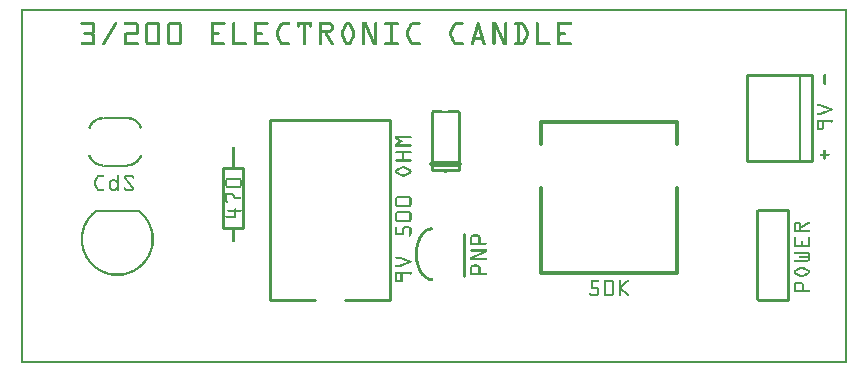
<source format=gto>
G04 MADE WITH FRITZING*
G04 WWW.FRITZING.ORG*
G04 DOUBLE SIDED*
G04 HOLES PLATED*
G04 CONTOUR ON CENTER OF CONTOUR VECTOR*
%ASAXBY*%
%FSLAX23Y23*%
%MOIN*%
%OFA0B0*%
%SFA1.0B1.0*%
%ADD10C,0.010000*%
%ADD11C,0.020000*%
%ADD12C,0.008000*%
%ADD13C,0.005000*%
%ADD14C,0.012500*%
%ADD15C,0.007874*%
%ADD16R,0.001000X0.001000*%
%LNSILK1*%
G90*
G70*
G54D10*
X741Y652D02*
X741Y452D01*
D02*
X741Y452D02*
X675Y452D01*
D02*
X675Y452D02*
X675Y652D01*
D02*
X675Y652D02*
X741Y652D01*
D02*
X2457Y212D02*
X2557Y212D01*
D02*
X2557Y212D02*
X2557Y512D01*
D02*
X2557Y512D02*
X2457Y512D01*
D02*
X1478Y431D02*
X1478Y291D01*
D02*
X1371Y643D02*
X1371Y838D01*
D02*
X1461Y838D02*
X1461Y643D01*
D02*
X1461Y643D02*
X1371Y643D01*
G54D11*
D02*
X1461Y663D02*
X1371Y663D01*
G54D10*
D02*
X1230Y211D02*
X1230Y811D01*
D02*
X1230Y811D02*
X830Y811D01*
D02*
X830Y811D02*
X830Y211D01*
D02*
X1230Y211D02*
X1080Y211D01*
D02*
X980Y211D02*
X830Y211D01*
G54D12*
D02*
X276Y817D02*
X355Y817D01*
D02*
X355Y659D02*
X276Y659D01*
G54D10*
D02*
X2420Y961D02*
X2420Y675D01*
D02*
X2420Y675D02*
X2636Y675D01*
D02*
X2636Y675D02*
X2636Y961D01*
D02*
X2636Y961D02*
X2420Y961D01*
G54D13*
D02*
X2596Y675D02*
X2596Y961D01*
G54D14*
X1733Y731D02*
X1733Y803D01*
X2186Y803D01*
X2186Y731D01*
D02*
X2186Y583D02*
X2186Y300D01*
X1733Y300D01*
X1733Y583D01*
D02*
G54D15*
X393Y508D02*
X251Y508D01*
D02*
G54D16*
X0Y1181D02*
X2754Y1181D01*
X0Y1180D02*
X2754Y1180D01*
X0Y1179D02*
X2754Y1179D01*
X0Y1178D02*
X2754Y1178D01*
X0Y1177D02*
X2754Y1177D01*
X0Y1176D02*
X2754Y1176D01*
X0Y1175D02*
X2754Y1175D01*
X0Y1174D02*
X2754Y1174D01*
X0Y1173D02*
X7Y1173D01*
X2747Y1173D02*
X2754Y1173D01*
X0Y1172D02*
X7Y1172D01*
X2747Y1172D02*
X2754Y1172D01*
X0Y1171D02*
X7Y1171D01*
X2747Y1171D02*
X2754Y1171D01*
X0Y1170D02*
X7Y1170D01*
X2747Y1170D02*
X2754Y1170D01*
X0Y1169D02*
X7Y1169D01*
X2747Y1169D02*
X2754Y1169D01*
X0Y1168D02*
X7Y1168D01*
X2747Y1168D02*
X2754Y1168D01*
X0Y1167D02*
X7Y1167D01*
X2747Y1167D02*
X2754Y1167D01*
X0Y1166D02*
X7Y1166D01*
X2747Y1166D02*
X2754Y1166D01*
X0Y1165D02*
X7Y1165D01*
X2747Y1165D02*
X2754Y1165D01*
X0Y1164D02*
X7Y1164D01*
X2747Y1164D02*
X2754Y1164D01*
X0Y1163D02*
X7Y1163D01*
X2747Y1163D02*
X2754Y1163D01*
X0Y1162D02*
X7Y1162D01*
X2747Y1162D02*
X2754Y1162D01*
X0Y1161D02*
X7Y1161D01*
X2747Y1161D02*
X2754Y1161D01*
X0Y1160D02*
X7Y1160D01*
X2747Y1160D02*
X2754Y1160D01*
X0Y1159D02*
X7Y1159D01*
X2747Y1159D02*
X2754Y1159D01*
X0Y1158D02*
X7Y1158D01*
X2747Y1158D02*
X2754Y1158D01*
X0Y1157D02*
X7Y1157D01*
X2747Y1157D02*
X2754Y1157D01*
X0Y1156D02*
X7Y1156D01*
X2747Y1156D02*
X2754Y1156D01*
X0Y1155D02*
X7Y1155D01*
X2747Y1155D02*
X2754Y1155D01*
X0Y1154D02*
X7Y1154D01*
X2747Y1154D02*
X2754Y1154D01*
X0Y1153D02*
X7Y1153D01*
X2747Y1153D02*
X2754Y1153D01*
X0Y1152D02*
X7Y1152D01*
X2747Y1152D02*
X2754Y1152D01*
X0Y1151D02*
X7Y1151D01*
X2747Y1151D02*
X2754Y1151D01*
X0Y1150D02*
X7Y1150D01*
X2747Y1150D02*
X2754Y1150D01*
X0Y1149D02*
X7Y1149D01*
X2747Y1149D02*
X2754Y1149D01*
X0Y1148D02*
X7Y1148D01*
X2747Y1148D02*
X2754Y1148D01*
X0Y1147D02*
X7Y1147D01*
X2747Y1147D02*
X2754Y1147D01*
X0Y1146D02*
X7Y1146D01*
X2747Y1146D02*
X2754Y1146D01*
X0Y1145D02*
X7Y1145D01*
X2747Y1145D02*
X2754Y1145D01*
X0Y1144D02*
X7Y1144D01*
X2747Y1144D02*
X2754Y1144D01*
X0Y1143D02*
X7Y1143D01*
X2747Y1143D02*
X2754Y1143D01*
X0Y1142D02*
X7Y1142D01*
X2747Y1142D02*
X2754Y1142D01*
X0Y1141D02*
X7Y1141D01*
X2747Y1141D02*
X2754Y1141D01*
X0Y1140D02*
X7Y1140D01*
X2747Y1140D02*
X2754Y1140D01*
X0Y1139D02*
X7Y1139D01*
X2747Y1139D02*
X2754Y1139D01*
X0Y1138D02*
X7Y1138D01*
X2747Y1138D02*
X2754Y1138D01*
X0Y1137D02*
X7Y1137D01*
X203Y1137D02*
X240Y1137D01*
X315Y1137D02*
X317Y1137D01*
X347Y1137D02*
X385Y1137D01*
X424Y1137D02*
X457Y1137D01*
X496Y1137D02*
X529Y1137D01*
X633Y1137D02*
X678Y1137D01*
X709Y1137D02*
X711Y1137D01*
X778Y1137D02*
X823Y1137D01*
X873Y1137D02*
X895Y1137D01*
X922Y1137D02*
X971Y1137D01*
X994Y1137D02*
X1031Y1137D01*
X1089Y1137D02*
X1093Y1137D01*
X1139Y1137D02*
X1151Y1137D01*
X1182Y1137D02*
X1184Y1137D01*
X1215Y1137D02*
X1256Y1137D01*
X1307Y1137D02*
X1329Y1137D01*
X1451Y1137D02*
X1473Y1137D01*
X1523Y1137D02*
X1526Y1137D01*
X1573Y1137D02*
X1585Y1137D01*
X1616Y1137D02*
X1618Y1137D01*
X1648Y1137D02*
X1670Y1137D01*
X1721Y1137D02*
X1722Y1137D01*
X1789Y1137D02*
X1834Y1137D01*
X2747Y1137D02*
X2754Y1137D01*
X0Y1136D02*
X7Y1136D01*
X201Y1136D02*
X243Y1136D01*
X313Y1136D02*
X319Y1136D01*
X346Y1136D02*
X387Y1136D01*
X421Y1136D02*
X460Y1136D01*
X494Y1136D02*
X532Y1136D01*
X633Y1136D02*
X680Y1136D01*
X707Y1136D02*
X712Y1136D01*
X777Y1136D02*
X824Y1136D01*
X870Y1136D02*
X897Y1136D01*
X922Y1136D02*
X971Y1136D01*
X994Y1136D02*
X1034Y1136D01*
X1086Y1136D02*
X1096Y1136D01*
X1139Y1136D02*
X1152Y1136D01*
X1180Y1136D02*
X1186Y1136D01*
X1213Y1136D02*
X1258Y1136D01*
X1303Y1136D02*
X1330Y1136D01*
X1448Y1136D02*
X1475Y1136D01*
X1522Y1136D02*
X1527Y1136D01*
X1572Y1136D02*
X1585Y1136D01*
X1614Y1136D02*
X1619Y1136D01*
X1647Y1136D02*
X1673Y1136D01*
X1719Y1136D02*
X1724Y1136D01*
X1789Y1136D02*
X1836Y1136D01*
X2747Y1136D02*
X2754Y1136D01*
X0Y1135D02*
X7Y1135D01*
X200Y1135D02*
X244Y1135D01*
X312Y1135D02*
X319Y1135D01*
X345Y1135D02*
X389Y1135D01*
X420Y1135D02*
X461Y1135D01*
X492Y1135D02*
X533Y1135D01*
X633Y1135D02*
X681Y1135D01*
X706Y1135D02*
X713Y1135D01*
X777Y1135D02*
X825Y1135D01*
X868Y1135D02*
X898Y1135D01*
X922Y1135D02*
X971Y1135D01*
X994Y1135D02*
X1036Y1135D01*
X1084Y1135D02*
X1098Y1135D01*
X1139Y1135D02*
X1152Y1135D01*
X1179Y1135D02*
X1187Y1135D01*
X1212Y1135D02*
X1259Y1135D01*
X1301Y1135D02*
X1331Y1135D01*
X1446Y1135D02*
X1476Y1135D01*
X1521Y1135D02*
X1528Y1135D01*
X1572Y1135D02*
X1586Y1135D01*
X1613Y1135D02*
X1620Y1135D01*
X1646Y1135D02*
X1675Y1135D01*
X1718Y1135D02*
X1725Y1135D01*
X1789Y1135D02*
X1837Y1135D01*
X2747Y1135D02*
X2754Y1135D01*
X0Y1134D02*
X7Y1134D01*
X200Y1134D02*
X245Y1134D01*
X311Y1134D02*
X320Y1134D01*
X344Y1134D02*
X390Y1134D01*
X419Y1134D02*
X462Y1134D01*
X491Y1134D02*
X534Y1134D01*
X633Y1134D02*
X681Y1134D01*
X706Y1134D02*
X714Y1134D01*
X777Y1134D02*
X826Y1134D01*
X866Y1134D02*
X898Y1134D01*
X922Y1134D02*
X971Y1134D01*
X994Y1134D02*
X1037Y1134D01*
X1083Y1134D02*
X1099Y1134D01*
X1139Y1134D02*
X1153Y1134D01*
X1179Y1134D02*
X1187Y1134D01*
X1211Y1134D02*
X1260Y1134D01*
X1300Y1134D02*
X1332Y1134D01*
X1444Y1134D02*
X1476Y1134D01*
X1520Y1134D02*
X1529Y1134D01*
X1572Y1134D02*
X1586Y1134D01*
X1613Y1134D02*
X1621Y1134D01*
X1645Y1134D02*
X1676Y1134D01*
X1717Y1134D02*
X1726Y1134D01*
X1789Y1134D02*
X1838Y1134D01*
X2747Y1134D02*
X2754Y1134D01*
X0Y1133D02*
X7Y1133D01*
X199Y1133D02*
X246Y1133D01*
X311Y1133D02*
X320Y1133D01*
X344Y1133D02*
X391Y1133D01*
X418Y1133D02*
X463Y1133D01*
X490Y1133D02*
X535Y1133D01*
X633Y1133D02*
X682Y1133D01*
X705Y1133D02*
X714Y1133D01*
X777Y1133D02*
X826Y1133D01*
X865Y1133D02*
X898Y1133D01*
X922Y1133D02*
X971Y1133D01*
X994Y1133D02*
X1038Y1133D01*
X1082Y1133D02*
X1100Y1133D01*
X1139Y1133D02*
X1153Y1133D01*
X1179Y1133D02*
X1187Y1133D01*
X1211Y1133D02*
X1260Y1133D01*
X1299Y1133D02*
X1332Y1133D01*
X1443Y1133D02*
X1477Y1133D01*
X1520Y1133D02*
X1529Y1133D01*
X1572Y1133D02*
X1587Y1133D01*
X1612Y1133D02*
X1621Y1133D01*
X1645Y1133D02*
X1678Y1133D01*
X1717Y1133D02*
X1726Y1133D01*
X1789Y1133D02*
X1838Y1133D01*
X2747Y1133D02*
X2754Y1133D01*
X0Y1132D02*
X7Y1132D01*
X199Y1132D02*
X247Y1132D01*
X310Y1132D02*
X320Y1132D01*
X344Y1132D02*
X391Y1132D01*
X417Y1132D02*
X464Y1132D01*
X490Y1132D02*
X536Y1132D01*
X633Y1132D02*
X682Y1132D01*
X705Y1132D02*
X714Y1132D01*
X777Y1132D02*
X826Y1132D01*
X864Y1132D02*
X898Y1132D01*
X922Y1132D02*
X971Y1132D01*
X994Y1132D02*
X1039Y1132D01*
X1081Y1132D02*
X1101Y1132D01*
X1139Y1132D02*
X1153Y1132D01*
X1179Y1132D02*
X1188Y1132D01*
X1211Y1132D02*
X1260Y1132D01*
X1298Y1132D02*
X1332Y1132D01*
X1442Y1132D02*
X1477Y1132D01*
X1520Y1132D02*
X1529Y1132D01*
X1572Y1132D02*
X1587Y1132D01*
X1612Y1132D02*
X1621Y1132D01*
X1645Y1132D02*
X1679Y1132D01*
X1717Y1132D02*
X1726Y1132D01*
X1789Y1132D02*
X1838Y1132D01*
X2747Y1132D02*
X2754Y1132D01*
X0Y1131D02*
X7Y1131D01*
X199Y1131D02*
X247Y1131D01*
X310Y1131D02*
X320Y1131D01*
X344Y1131D02*
X392Y1131D01*
X417Y1131D02*
X464Y1131D01*
X489Y1131D02*
X536Y1131D01*
X633Y1131D02*
X681Y1131D01*
X705Y1131D02*
X714Y1131D01*
X777Y1131D02*
X826Y1131D01*
X863Y1131D02*
X898Y1131D01*
X922Y1131D02*
X971Y1131D01*
X994Y1131D02*
X1040Y1131D01*
X1080Y1131D02*
X1101Y1131D01*
X1139Y1131D02*
X1154Y1131D01*
X1179Y1131D02*
X1188Y1131D01*
X1211Y1131D02*
X1260Y1131D01*
X1297Y1131D02*
X1332Y1131D01*
X1442Y1131D02*
X1476Y1131D01*
X1519Y1131D02*
X1530Y1131D01*
X1572Y1131D02*
X1588Y1131D01*
X1612Y1131D02*
X1621Y1131D01*
X1645Y1131D02*
X1680Y1131D01*
X1717Y1131D02*
X1726Y1131D01*
X1789Y1131D02*
X1838Y1131D01*
X2747Y1131D02*
X2754Y1131D01*
X0Y1130D02*
X7Y1130D01*
X200Y1130D02*
X248Y1130D01*
X309Y1130D02*
X320Y1130D01*
X344Y1130D02*
X392Y1130D01*
X417Y1130D02*
X464Y1130D01*
X489Y1130D02*
X537Y1130D01*
X633Y1130D02*
X681Y1130D01*
X705Y1130D02*
X714Y1130D01*
X777Y1130D02*
X826Y1130D01*
X863Y1130D02*
X898Y1130D01*
X922Y1130D02*
X971Y1130D01*
X994Y1130D02*
X1041Y1130D01*
X1080Y1130D02*
X1102Y1130D01*
X1139Y1130D02*
X1154Y1130D01*
X1179Y1130D02*
X1188Y1130D01*
X1212Y1130D02*
X1259Y1130D01*
X1296Y1130D02*
X1332Y1130D01*
X1441Y1130D02*
X1476Y1130D01*
X1519Y1130D02*
X1530Y1130D01*
X1572Y1130D02*
X1588Y1130D01*
X1612Y1130D02*
X1621Y1130D01*
X1645Y1130D02*
X1680Y1130D01*
X1717Y1130D02*
X1726Y1130D01*
X1789Y1130D02*
X1837Y1130D01*
X2747Y1130D02*
X2754Y1130D01*
X0Y1129D02*
X7Y1129D01*
X201Y1129D02*
X248Y1129D01*
X308Y1129D02*
X319Y1129D01*
X345Y1129D02*
X392Y1129D01*
X416Y1129D02*
X465Y1129D01*
X489Y1129D02*
X537Y1129D01*
X633Y1129D02*
X680Y1129D01*
X705Y1129D02*
X714Y1129D01*
X777Y1129D02*
X825Y1129D01*
X862Y1129D02*
X897Y1129D01*
X922Y1129D02*
X971Y1129D01*
X994Y1129D02*
X1041Y1129D01*
X1079Y1129D02*
X1103Y1129D01*
X1139Y1129D02*
X1155Y1129D01*
X1179Y1129D02*
X1188Y1129D01*
X1212Y1129D02*
X1259Y1129D01*
X1296Y1129D02*
X1331Y1129D01*
X1440Y1129D02*
X1475Y1129D01*
X1519Y1129D02*
X1530Y1129D01*
X1572Y1129D02*
X1588Y1129D01*
X1612Y1129D02*
X1621Y1129D01*
X1646Y1129D02*
X1681Y1129D01*
X1717Y1129D02*
X1726Y1129D01*
X1789Y1129D02*
X1837Y1129D01*
X2747Y1129D02*
X2754Y1129D01*
X0Y1128D02*
X7Y1128D01*
X202Y1128D02*
X248Y1128D01*
X308Y1128D02*
X319Y1128D01*
X346Y1128D02*
X393Y1128D01*
X416Y1128D02*
X465Y1128D01*
X488Y1128D02*
X537Y1128D01*
X633Y1128D02*
X679Y1128D01*
X705Y1128D02*
X714Y1128D01*
X777Y1128D02*
X824Y1128D01*
X862Y1128D02*
X896Y1128D01*
X922Y1128D02*
X971Y1128D01*
X994Y1128D02*
X1042Y1128D01*
X1079Y1128D02*
X1103Y1128D01*
X1139Y1128D02*
X1155Y1128D01*
X1179Y1128D02*
X1188Y1128D01*
X1214Y1128D02*
X1257Y1128D01*
X1295Y1128D02*
X1330Y1128D01*
X1440Y1128D02*
X1474Y1128D01*
X1519Y1128D02*
X1531Y1128D01*
X1572Y1128D02*
X1589Y1128D01*
X1612Y1128D02*
X1621Y1128D01*
X1647Y1128D02*
X1681Y1128D01*
X1717Y1128D02*
X1726Y1128D01*
X1789Y1128D02*
X1836Y1128D01*
X2747Y1128D02*
X2754Y1128D01*
X0Y1127D02*
X7Y1127D01*
X239Y1127D02*
X248Y1127D01*
X307Y1127D02*
X318Y1127D01*
X383Y1127D02*
X393Y1127D01*
X416Y1127D02*
X425Y1127D01*
X456Y1127D02*
X465Y1127D01*
X488Y1127D02*
X498Y1127D01*
X528Y1127D02*
X537Y1127D01*
X633Y1127D02*
X642Y1127D01*
X705Y1127D02*
X714Y1127D01*
X777Y1127D02*
X787Y1127D01*
X861Y1127D02*
X873Y1127D01*
X922Y1127D02*
X931Y1127D01*
X942Y1127D02*
X951Y1127D01*
X961Y1127D02*
X971Y1127D01*
X994Y1127D02*
X1004Y1127D01*
X1030Y1127D02*
X1042Y1127D01*
X1078Y1127D02*
X1089Y1127D01*
X1092Y1127D02*
X1104Y1127D01*
X1139Y1127D02*
X1156Y1127D01*
X1179Y1127D02*
X1188Y1127D01*
X1231Y1127D02*
X1240Y1127D01*
X1295Y1127D02*
X1307Y1127D01*
X1439Y1127D02*
X1452Y1127D01*
X1518Y1127D02*
X1531Y1127D01*
X1572Y1127D02*
X1589Y1127D01*
X1612Y1127D02*
X1621Y1127D01*
X1654Y1127D02*
X1664Y1127D01*
X1670Y1127D02*
X1682Y1127D01*
X1717Y1127D02*
X1726Y1127D01*
X1789Y1127D02*
X1799Y1127D01*
X2747Y1127D02*
X2754Y1127D01*
X0Y1126D02*
X7Y1126D01*
X239Y1126D02*
X248Y1126D01*
X307Y1126D02*
X317Y1126D01*
X383Y1126D02*
X393Y1126D01*
X416Y1126D02*
X425Y1126D01*
X456Y1126D02*
X465Y1126D01*
X488Y1126D02*
X497Y1126D01*
X528Y1126D02*
X537Y1126D01*
X633Y1126D02*
X642Y1126D01*
X705Y1126D02*
X714Y1126D01*
X777Y1126D02*
X787Y1126D01*
X861Y1126D02*
X872Y1126D01*
X922Y1126D02*
X931Y1126D01*
X942Y1126D02*
X951Y1126D01*
X962Y1126D02*
X971Y1126D01*
X994Y1126D02*
X1003Y1126D01*
X1032Y1126D02*
X1043Y1126D01*
X1078Y1126D02*
X1088Y1126D01*
X1094Y1126D02*
X1104Y1126D01*
X1139Y1126D02*
X1156Y1126D01*
X1179Y1126D02*
X1188Y1126D01*
X1231Y1126D02*
X1240Y1126D01*
X1294Y1126D02*
X1305Y1126D01*
X1439Y1126D02*
X1450Y1126D01*
X1518Y1126D02*
X1531Y1126D01*
X1572Y1126D02*
X1590Y1126D01*
X1612Y1126D02*
X1621Y1126D01*
X1655Y1126D02*
X1664Y1126D01*
X1672Y1126D02*
X1682Y1126D01*
X1717Y1126D02*
X1726Y1126D01*
X1789Y1126D02*
X1798Y1126D01*
X2747Y1126D02*
X2754Y1126D01*
X0Y1125D02*
X7Y1125D01*
X239Y1125D02*
X248Y1125D01*
X306Y1125D02*
X317Y1125D01*
X383Y1125D02*
X393Y1125D01*
X416Y1125D02*
X425Y1125D01*
X456Y1125D02*
X465Y1125D01*
X488Y1125D02*
X497Y1125D01*
X528Y1125D02*
X537Y1125D01*
X633Y1125D02*
X642Y1125D01*
X705Y1125D02*
X714Y1125D01*
X777Y1125D02*
X787Y1125D01*
X860Y1125D02*
X871Y1125D01*
X922Y1125D02*
X931Y1125D01*
X942Y1125D02*
X951Y1125D01*
X962Y1125D02*
X971Y1125D01*
X994Y1125D02*
X1003Y1125D01*
X1033Y1125D02*
X1043Y1125D01*
X1077Y1125D02*
X1088Y1125D01*
X1094Y1125D02*
X1105Y1125D01*
X1139Y1125D02*
X1156Y1125D01*
X1179Y1125D02*
X1188Y1125D01*
X1231Y1125D02*
X1240Y1125D01*
X1294Y1125D02*
X1304Y1125D01*
X1438Y1125D02*
X1449Y1125D01*
X1518Y1125D02*
X1531Y1125D01*
X1572Y1125D02*
X1590Y1125D01*
X1612Y1125D02*
X1621Y1125D01*
X1655Y1125D02*
X1664Y1125D01*
X1672Y1125D02*
X1683Y1125D01*
X1717Y1125D02*
X1726Y1125D01*
X1789Y1125D02*
X1798Y1125D01*
X2747Y1125D02*
X2754Y1125D01*
X0Y1124D02*
X7Y1124D01*
X239Y1124D02*
X248Y1124D01*
X306Y1124D02*
X316Y1124D01*
X383Y1124D02*
X393Y1124D01*
X416Y1124D02*
X425Y1124D01*
X456Y1124D02*
X465Y1124D01*
X488Y1124D02*
X497Y1124D01*
X528Y1124D02*
X537Y1124D01*
X633Y1124D02*
X642Y1124D01*
X705Y1124D02*
X714Y1124D01*
X777Y1124D02*
X787Y1124D01*
X860Y1124D02*
X870Y1124D01*
X922Y1124D02*
X931Y1124D01*
X942Y1124D02*
X951Y1124D01*
X962Y1124D02*
X971Y1124D01*
X994Y1124D02*
X1003Y1124D01*
X1034Y1124D02*
X1043Y1124D01*
X1077Y1124D02*
X1087Y1124D01*
X1095Y1124D02*
X1105Y1124D01*
X1139Y1124D02*
X1157Y1124D01*
X1179Y1124D02*
X1188Y1124D01*
X1231Y1124D02*
X1240Y1124D01*
X1293Y1124D02*
X1304Y1124D01*
X1438Y1124D02*
X1448Y1124D01*
X1517Y1124D02*
X1532Y1124D01*
X1572Y1124D02*
X1591Y1124D01*
X1612Y1124D02*
X1621Y1124D01*
X1655Y1124D02*
X1664Y1124D01*
X1673Y1124D02*
X1683Y1124D01*
X1717Y1124D02*
X1726Y1124D01*
X1789Y1124D02*
X1798Y1124D01*
X2747Y1124D02*
X2754Y1124D01*
X0Y1123D02*
X7Y1123D01*
X239Y1123D02*
X248Y1123D01*
X305Y1123D02*
X316Y1123D01*
X383Y1123D02*
X393Y1123D01*
X416Y1123D02*
X425Y1123D01*
X456Y1123D02*
X465Y1123D01*
X488Y1123D02*
X497Y1123D01*
X528Y1123D02*
X537Y1123D01*
X633Y1123D02*
X642Y1123D01*
X705Y1123D02*
X714Y1123D01*
X777Y1123D02*
X787Y1123D01*
X859Y1123D02*
X870Y1123D01*
X922Y1123D02*
X931Y1123D01*
X942Y1123D02*
X951Y1123D01*
X962Y1123D02*
X971Y1123D01*
X994Y1123D02*
X1003Y1123D01*
X1034Y1123D02*
X1043Y1123D01*
X1076Y1123D02*
X1087Y1123D01*
X1095Y1123D02*
X1106Y1123D01*
X1139Y1123D02*
X1157Y1123D01*
X1179Y1123D02*
X1188Y1123D01*
X1231Y1123D02*
X1240Y1123D01*
X1293Y1123D02*
X1303Y1123D01*
X1437Y1123D02*
X1448Y1123D01*
X1517Y1123D02*
X1532Y1123D01*
X1572Y1123D02*
X1591Y1123D01*
X1612Y1123D02*
X1621Y1123D01*
X1655Y1123D02*
X1664Y1123D01*
X1673Y1123D02*
X1684Y1123D01*
X1717Y1123D02*
X1726Y1123D01*
X1789Y1123D02*
X1798Y1123D01*
X2747Y1123D02*
X2754Y1123D01*
X0Y1122D02*
X7Y1122D01*
X239Y1122D02*
X248Y1122D01*
X304Y1122D02*
X315Y1122D01*
X383Y1122D02*
X393Y1122D01*
X416Y1122D02*
X425Y1122D01*
X456Y1122D02*
X465Y1122D01*
X488Y1122D02*
X497Y1122D01*
X528Y1122D02*
X537Y1122D01*
X633Y1122D02*
X642Y1122D01*
X705Y1122D02*
X714Y1122D01*
X777Y1122D02*
X787Y1122D01*
X859Y1122D02*
X869Y1122D01*
X922Y1122D02*
X931Y1122D01*
X942Y1122D02*
X951Y1122D01*
X962Y1122D02*
X970Y1122D01*
X994Y1122D02*
X1003Y1122D01*
X1034Y1122D02*
X1043Y1122D01*
X1076Y1122D02*
X1086Y1122D01*
X1096Y1122D02*
X1106Y1122D01*
X1139Y1122D02*
X1158Y1122D01*
X1179Y1122D02*
X1188Y1122D01*
X1231Y1122D02*
X1240Y1122D01*
X1292Y1122D02*
X1303Y1122D01*
X1437Y1122D02*
X1447Y1122D01*
X1517Y1122D02*
X1532Y1122D01*
X1572Y1122D02*
X1591Y1122D01*
X1612Y1122D02*
X1621Y1122D01*
X1655Y1122D02*
X1664Y1122D01*
X1674Y1122D02*
X1684Y1122D01*
X1717Y1122D02*
X1726Y1122D01*
X1789Y1122D02*
X1798Y1122D01*
X2747Y1122D02*
X2754Y1122D01*
X0Y1121D02*
X7Y1121D01*
X239Y1121D02*
X248Y1121D01*
X304Y1121D02*
X315Y1121D01*
X383Y1121D02*
X393Y1121D01*
X416Y1121D02*
X425Y1121D01*
X456Y1121D02*
X465Y1121D01*
X488Y1121D02*
X497Y1121D01*
X528Y1121D02*
X537Y1121D01*
X633Y1121D02*
X642Y1121D01*
X705Y1121D02*
X714Y1121D01*
X777Y1121D02*
X787Y1121D01*
X858Y1121D02*
X869Y1121D01*
X923Y1121D02*
X930Y1121D01*
X942Y1121D02*
X951Y1121D01*
X963Y1121D02*
X970Y1121D01*
X994Y1121D02*
X1003Y1121D01*
X1034Y1121D02*
X1043Y1121D01*
X1075Y1121D02*
X1086Y1121D01*
X1096Y1121D02*
X1107Y1121D01*
X1139Y1121D02*
X1158Y1121D01*
X1179Y1121D02*
X1188Y1121D01*
X1231Y1121D02*
X1240Y1121D01*
X1292Y1121D02*
X1302Y1121D01*
X1436Y1121D02*
X1447Y1121D01*
X1516Y1121D02*
X1533Y1121D01*
X1572Y1121D02*
X1592Y1121D01*
X1612Y1121D02*
X1621Y1121D01*
X1655Y1121D02*
X1664Y1121D01*
X1674Y1121D02*
X1685Y1121D01*
X1717Y1121D02*
X1726Y1121D01*
X1789Y1121D02*
X1798Y1121D01*
X2747Y1121D02*
X2754Y1121D01*
X0Y1120D02*
X7Y1120D01*
X239Y1120D02*
X248Y1120D01*
X303Y1120D02*
X314Y1120D01*
X383Y1120D02*
X393Y1120D01*
X416Y1120D02*
X425Y1120D01*
X456Y1120D02*
X465Y1120D01*
X488Y1120D02*
X497Y1120D01*
X528Y1120D02*
X537Y1120D01*
X633Y1120D02*
X642Y1120D01*
X705Y1120D02*
X714Y1120D01*
X777Y1120D02*
X787Y1120D01*
X858Y1120D02*
X868Y1120D01*
X924Y1120D02*
X929Y1120D01*
X942Y1120D02*
X951Y1120D01*
X963Y1120D02*
X969Y1120D01*
X994Y1120D02*
X1003Y1120D01*
X1034Y1120D02*
X1043Y1120D01*
X1075Y1120D02*
X1085Y1120D01*
X1097Y1120D02*
X1107Y1120D01*
X1139Y1120D02*
X1159Y1120D01*
X1179Y1120D02*
X1188Y1120D01*
X1231Y1120D02*
X1240Y1120D01*
X1291Y1120D02*
X1302Y1120D01*
X1436Y1120D02*
X1446Y1120D01*
X1516Y1120D02*
X1533Y1120D01*
X1572Y1120D02*
X1592Y1120D01*
X1612Y1120D02*
X1621Y1120D01*
X1655Y1120D02*
X1664Y1120D01*
X1675Y1120D02*
X1685Y1120D01*
X1717Y1120D02*
X1726Y1120D01*
X1789Y1120D02*
X1798Y1120D01*
X2747Y1120D02*
X2754Y1120D01*
X0Y1119D02*
X7Y1119D01*
X239Y1119D02*
X248Y1119D01*
X303Y1119D02*
X313Y1119D01*
X383Y1119D02*
X393Y1119D01*
X416Y1119D02*
X425Y1119D01*
X456Y1119D02*
X465Y1119D01*
X488Y1119D02*
X497Y1119D01*
X528Y1119D02*
X537Y1119D01*
X633Y1119D02*
X642Y1119D01*
X705Y1119D02*
X714Y1119D01*
X777Y1119D02*
X787Y1119D01*
X857Y1119D02*
X868Y1119D01*
X925Y1119D02*
X928Y1119D01*
X942Y1119D02*
X951Y1119D01*
X965Y1119D02*
X967Y1119D01*
X994Y1119D02*
X1003Y1119D01*
X1034Y1119D02*
X1043Y1119D01*
X1074Y1119D02*
X1085Y1119D01*
X1097Y1119D02*
X1108Y1119D01*
X1139Y1119D02*
X1159Y1119D01*
X1179Y1119D02*
X1188Y1119D01*
X1231Y1119D02*
X1240Y1119D01*
X1291Y1119D02*
X1301Y1119D01*
X1435Y1119D02*
X1446Y1119D01*
X1516Y1119D02*
X1533Y1119D01*
X1572Y1119D02*
X1593Y1119D01*
X1612Y1119D02*
X1621Y1119D01*
X1655Y1119D02*
X1664Y1119D01*
X1675Y1119D02*
X1686Y1119D01*
X1717Y1119D02*
X1726Y1119D01*
X1789Y1119D02*
X1798Y1119D01*
X2747Y1119D02*
X2754Y1119D01*
X0Y1118D02*
X7Y1118D01*
X239Y1118D02*
X248Y1118D01*
X302Y1118D02*
X313Y1118D01*
X383Y1118D02*
X393Y1118D01*
X416Y1118D02*
X425Y1118D01*
X456Y1118D02*
X465Y1118D01*
X488Y1118D02*
X497Y1118D01*
X528Y1118D02*
X537Y1118D01*
X633Y1118D02*
X642Y1118D01*
X705Y1118D02*
X714Y1118D01*
X777Y1118D02*
X787Y1118D01*
X857Y1118D02*
X867Y1118D01*
X942Y1118D02*
X951Y1118D01*
X994Y1118D02*
X1003Y1118D01*
X1034Y1118D02*
X1043Y1118D01*
X1074Y1118D02*
X1084Y1118D01*
X1098Y1118D02*
X1108Y1118D01*
X1139Y1118D02*
X1160Y1118D01*
X1179Y1118D02*
X1188Y1118D01*
X1231Y1118D02*
X1240Y1118D01*
X1290Y1118D02*
X1301Y1118D01*
X1435Y1118D02*
X1445Y1118D01*
X1516Y1118D02*
X1533Y1118D01*
X1572Y1118D02*
X1593Y1118D01*
X1612Y1118D02*
X1621Y1118D01*
X1655Y1118D02*
X1664Y1118D01*
X1676Y1118D02*
X1686Y1118D01*
X1717Y1118D02*
X1726Y1118D01*
X1789Y1118D02*
X1798Y1118D01*
X2747Y1118D02*
X2754Y1118D01*
X0Y1117D02*
X7Y1117D01*
X239Y1117D02*
X248Y1117D01*
X301Y1117D02*
X312Y1117D01*
X383Y1117D02*
X393Y1117D01*
X416Y1117D02*
X425Y1117D01*
X456Y1117D02*
X465Y1117D01*
X488Y1117D02*
X497Y1117D01*
X528Y1117D02*
X537Y1117D01*
X633Y1117D02*
X642Y1117D01*
X705Y1117D02*
X714Y1117D01*
X777Y1117D02*
X787Y1117D01*
X856Y1117D02*
X867Y1117D01*
X942Y1117D02*
X951Y1117D01*
X994Y1117D02*
X1003Y1117D01*
X1034Y1117D02*
X1043Y1117D01*
X1073Y1117D02*
X1083Y1117D01*
X1098Y1117D02*
X1109Y1117D01*
X1139Y1117D02*
X1148Y1117D01*
X1150Y1117D02*
X1160Y1117D01*
X1179Y1117D02*
X1188Y1117D01*
X1231Y1117D02*
X1240Y1117D01*
X1290Y1117D02*
X1300Y1117D01*
X1434Y1117D02*
X1445Y1117D01*
X1515Y1117D02*
X1534Y1117D01*
X1572Y1117D02*
X1582Y1117D01*
X1584Y1117D02*
X1594Y1117D01*
X1612Y1117D02*
X1621Y1117D01*
X1655Y1117D02*
X1664Y1117D01*
X1676Y1117D02*
X1687Y1117D01*
X1717Y1117D02*
X1726Y1117D01*
X1789Y1117D02*
X1798Y1117D01*
X2747Y1117D02*
X2754Y1117D01*
X0Y1116D02*
X7Y1116D01*
X239Y1116D02*
X248Y1116D01*
X301Y1116D02*
X312Y1116D01*
X383Y1116D02*
X393Y1116D01*
X416Y1116D02*
X425Y1116D01*
X456Y1116D02*
X465Y1116D01*
X488Y1116D02*
X497Y1116D01*
X528Y1116D02*
X537Y1116D01*
X633Y1116D02*
X642Y1116D01*
X705Y1116D02*
X714Y1116D01*
X777Y1116D02*
X787Y1116D01*
X856Y1116D02*
X866Y1116D01*
X942Y1116D02*
X951Y1116D01*
X994Y1116D02*
X1003Y1116D01*
X1034Y1116D02*
X1043Y1116D01*
X1073Y1116D02*
X1083Y1116D01*
X1099Y1116D02*
X1109Y1116D01*
X1139Y1116D02*
X1148Y1116D01*
X1150Y1116D02*
X1160Y1116D01*
X1179Y1116D02*
X1188Y1116D01*
X1231Y1116D02*
X1240Y1116D01*
X1289Y1116D02*
X1300Y1116D01*
X1434Y1116D02*
X1444Y1116D01*
X1515Y1116D02*
X1534Y1116D01*
X1572Y1116D02*
X1582Y1116D01*
X1584Y1116D02*
X1594Y1116D01*
X1612Y1116D02*
X1621Y1116D01*
X1655Y1116D02*
X1664Y1116D01*
X1677Y1116D02*
X1687Y1116D01*
X1717Y1116D02*
X1726Y1116D01*
X1789Y1116D02*
X1798Y1116D01*
X2747Y1116D02*
X2754Y1116D01*
X0Y1115D02*
X7Y1115D01*
X239Y1115D02*
X248Y1115D01*
X300Y1115D02*
X311Y1115D01*
X383Y1115D02*
X393Y1115D01*
X416Y1115D02*
X425Y1115D01*
X456Y1115D02*
X465Y1115D01*
X488Y1115D02*
X497Y1115D01*
X528Y1115D02*
X537Y1115D01*
X633Y1115D02*
X642Y1115D01*
X705Y1115D02*
X714Y1115D01*
X777Y1115D02*
X787Y1115D01*
X855Y1115D02*
X866Y1115D01*
X942Y1115D02*
X951Y1115D01*
X994Y1115D02*
X1003Y1115D01*
X1034Y1115D02*
X1043Y1115D01*
X1072Y1115D02*
X1082Y1115D01*
X1099Y1115D02*
X1110Y1115D01*
X1139Y1115D02*
X1148Y1115D01*
X1151Y1115D02*
X1161Y1115D01*
X1179Y1115D02*
X1188Y1115D01*
X1231Y1115D02*
X1240Y1115D01*
X1289Y1115D02*
X1299Y1115D01*
X1433Y1115D02*
X1444Y1115D01*
X1515Y1115D02*
X1534Y1115D01*
X1572Y1115D02*
X1582Y1115D01*
X1584Y1115D02*
X1595Y1115D01*
X1612Y1115D02*
X1621Y1115D01*
X1655Y1115D02*
X1664Y1115D01*
X1677Y1115D02*
X1688Y1115D01*
X1717Y1115D02*
X1726Y1115D01*
X1789Y1115D02*
X1798Y1115D01*
X2747Y1115D02*
X2754Y1115D01*
X0Y1114D02*
X7Y1114D01*
X239Y1114D02*
X248Y1114D01*
X300Y1114D02*
X310Y1114D01*
X383Y1114D02*
X393Y1114D01*
X416Y1114D02*
X425Y1114D01*
X456Y1114D02*
X465Y1114D01*
X488Y1114D02*
X497Y1114D01*
X528Y1114D02*
X537Y1114D01*
X633Y1114D02*
X642Y1114D01*
X705Y1114D02*
X714Y1114D01*
X777Y1114D02*
X787Y1114D01*
X855Y1114D02*
X865Y1114D01*
X942Y1114D02*
X951Y1114D01*
X994Y1114D02*
X1003Y1114D01*
X1033Y1114D02*
X1043Y1114D01*
X1072Y1114D02*
X1082Y1114D01*
X1100Y1114D02*
X1110Y1114D01*
X1139Y1114D02*
X1148Y1114D01*
X1151Y1114D02*
X1161Y1114D01*
X1179Y1114D02*
X1188Y1114D01*
X1231Y1114D02*
X1240Y1114D01*
X1288Y1114D02*
X1299Y1114D01*
X1433Y1114D02*
X1443Y1114D01*
X1514Y1114D02*
X1535Y1114D01*
X1572Y1114D02*
X1582Y1114D01*
X1585Y1114D02*
X1595Y1114D01*
X1612Y1114D02*
X1621Y1114D01*
X1655Y1114D02*
X1664Y1114D01*
X1678Y1114D02*
X1688Y1114D01*
X1717Y1114D02*
X1726Y1114D01*
X1789Y1114D02*
X1798Y1114D01*
X2747Y1114D02*
X2754Y1114D01*
X0Y1113D02*
X7Y1113D01*
X239Y1113D02*
X248Y1113D01*
X299Y1113D02*
X310Y1113D01*
X383Y1113D02*
X393Y1113D01*
X416Y1113D02*
X425Y1113D01*
X456Y1113D02*
X465Y1113D01*
X488Y1113D02*
X497Y1113D01*
X528Y1113D02*
X537Y1113D01*
X633Y1113D02*
X642Y1113D01*
X705Y1113D02*
X714Y1113D01*
X777Y1113D02*
X787Y1113D01*
X854Y1113D02*
X865Y1113D01*
X942Y1113D02*
X951Y1113D01*
X994Y1113D02*
X1003Y1113D01*
X1032Y1113D02*
X1043Y1113D01*
X1071Y1113D02*
X1081Y1113D01*
X1100Y1113D02*
X1111Y1113D01*
X1139Y1113D02*
X1148Y1113D01*
X1152Y1113D02*
X1162Y1113D01*
X1179Y1113D02*
X1188Y1113D01*
X1231Y1113D02*
X1240Y1113D01*
X1288Y1113D02*
X1298Y1113D01*
X1432Y1113D02*
X1443Y1113D01*
X1514Y1113D02*
X1535Y1113D01*
X1572Y1113D02*
X1582Y1113D01*
X1585Y1113D02*
X1595Y1113D01*
X1612Y1113D02*
X1621Y1113D01*
X1655Y1113D02*
X1664Y1113D01*
X1678Y1113D02*
X1689Y1113D01*
X1717Y1113D02*
X1726Y1113D01*
X1789Y1113D02*
X1798Y1113D01*
X2747Y1113D02*
X2754Y1113D01*
X0Y1112D02*
X7Y1112D01*
X239Y1112D02*
X248Y1112D01*
X299Y1112D02*
X309Y1112D01*
X383Y1112D02*
X393Y1112D01*
X416Y1112D02*
X425Y1112D01*
X456Y1112D02*
X465Y1112D01*
X488Y1112D02*
X497Y1112D01*
X528Y1112D02*
X537Y1112D01*
X633Y1112D02*
X642Y1112D01*
X705Y1112D02*
X714Y1112D01*
X777Y1112D02*
X787Y1112D01*
X854Y1112D02*
X864Y1112D01*
X942Y1112D02*
X951Y1112D01*
X994Y1112D02*
X1004Y1112D01*
X1030Y1112D02*
X1042Y1112D01*
X1071Y1112D02*
X1081Y1112D01*
X1101Y1112D02*
X1111Y1112D01*
X1139Y1112D02*
X1148Y1112D01*
X1152Y1112D02*
X1162Y1112D01*
X1179Y1112D02*
X1188Y1112D01*
X1231Y1112D02*
X1240Y1112D01*
X1287Y1112D02*
X1298Y1112D01*
X1432Y1112D02*
X1442Y1112D01*
X1514Y1112D02*
X1523Y1112D01*
X1526Y1112D02*
X1535Y1112D01*
X1572Y1112D02*
X1582Y1112D01*
X1586Y1112D02*
X1596Y1112D01*
X1612Y1112D02*
X1621Y1112D01*
X1655Y1112D02*
X1664Y1112D01*
X1679Y1112D02*
X1689Y1112D01*
X1717Y1112D02*
X1726Y1112D01*
X1789Y1112D02*
X1798Y1112D01*
X2747Y1112D02*
X2754Y1112D01*
X0Y1111D02*
X7Y1111D01*
X239Y1111D02*
X248Y1111D01*
X298Y1111D02*
X309Y1111D01*
X383Y1111D02*
X393Y1111D01*
X416Y1111D02*
X425Y1111D01*
X456Y1111D02*
X465Y1111D01*
X488Y1111D02*
X497Y1111D01*
X528Y1111D02*
X537Y1111D01*
X633Y1111D02*
X642Y1111D01*
X705Y1111D02*
X714Y1111D01*
X777Y1111D02*
X787Y1111D01*
X853Y1111D02*
X864Y1111D01*
X942Y1111D02*
X951Y1111D01*
X994Y1111D02*
X1042Y1111D01*
X1070Y1111D02*
X1080Y1111D01*
X1101Y1111D02*
X1112Y1111D01*
X1139Y1111D02*
X1148Y1111D01*
X1153Y1111D02*
X1163Y1111D01*
X1179Y1111D02*
X1188Y1111D01*
X1231Y1111D02*
X1240Y1111D01*
X1287Y1111D02*
X1297Y1111D01*
X1432Y1111D02*
X1442Y1111D01*
X1514Y1111D02*
X1523Y1111D01*
X1526Y1111D02*
X1535Y1111D01*
X1572Y1111D02*
X1582Y1111D01*
X1586Y1111D02*
X1596Y1111D01*
X1612Y1111D02*
X1621Y1111D01*
X1655Y1111D02*
X1664Y1111D01*
X1680Y1111D02*
X1690Y1111D01*
X1717Y1111D02*
X1726Y1111D01*
X1789Y1111D02*
X1798Y1111D01*
X2747Y1111D02*
X2754Y1111D01*
X0Y1110D02*
X7Y1110D01*
X239Y1110D02*
X248Y1110D01*
X297Y1110D02*
X308Y1110D01*
X383Y1110D02*
X393Y1110D01*
X416Y1110D02*
X425Y1110D01*
X456Y1110D02*
X465Y1110D01*
X488Y1110D02*
X497Y1110D01*
X528Y1110D02*
X537Y1110D01*
X633Y1110D02*
X642Y1110D01*
X705Y1110D02*
X714Y1110D01*
X777Y1110D02*
X787Y1110D01*
X853Y1110D02*
X863Y1110D01*
X942Y1110D02*
X951Y1110D01*
X994Y1110D02*
X1041Y1110D01*
X1070Y1110D02*
X1080Y1110D01*
X1102Y1110D02*
X1112Y1110D01*
X1139Y1110D02*
X1148Y1110D01*
X1153Y1110D02*
X1163Y1110D01*
X1179Y1110D02*
X1188Y1110D01*
X1231Y1110D02*
X1240Y1110D01*
X1286Y1110D02*
X1297Y1110D01*
X1431Y1110D02*
X1441Y1110D01*
X1513Y1110D02*
X1523Y1110D01*
X1526Y1110D02*
X1536Y1110D01*
X1572Y1110D02*
X1582Y1110D01*
X1587Y1110D02*
X1597Y1110D01*
X1612Y1110D02*
X1621Y1110D01*
X1655Y1110D02*
X1664Y1110D01*
X1680Y1110D02*
X1690Y1110D01*
X1717Y1110D02*
X1726Y1110D01*
X1789Y1110D02*
X1798Y1110D01*
X2747Y1110D02*
X2754Y1110D01*
X0Y1109D02*
X7Y1109D01*
X239Y1109D02*
X248Y1109D01*
X297Y1109D02*
X308Y1109D01*
X383Y1109D02*
X393Y1109D01*
X416Y1109D02*
X425Y1109D01*
X456Y1109D02*
X465Y1109D01*
X488Y1109D02*
X497Y1109D01*
X528Y1109D02*
X537Y1109D01*
X633Y1109D02*
X642Y1109D01*
X705Y1109D02*
X714Y1109D01*
X777Y1109D02*
X787Y1109D01*
X852Y1109D02*
X863Y1109D01*
X942Y1109D02*
X951Y1109D01*
X994Y1109D02*
X1041Y1109D01*
X1069Y1109D02*
X1079Y1109D01*
X1102Y1109D02*
X1113Y1109D01*
X1139Y1109D02*
X1148Y1109D01*
X1153Y1109D02*
X1164Y1109D01*
X1179Y1109D02*
X1188Y1109D01*
X1231Y1109D02*
X1240Y1109D01*
X1286Y1109D02*
X1296Y1109D01*
X1431Y1109D02*
X1441Y1109D01*
X1513Y1109D02*
X1522Y1109D01*
X1527Y1109D02*
X1536Y1109D01*
X1572Y1109D02*
X1582Y1109D01*
X1587Y1109D02*
X1597Y1109D01*
X1612Y1109D02*
X1621Y1109D01*
X1655Y1109D02*
X1664Y1109D01*
X1681Y1109D02*
X1691Y1109D01*
X1717Y1109D02*
X1726Y1109D01*
X1789Y1109D02*
X1798Y1109D01*
X2747Y1109D02*
X2754Y1109D01*
X0Y1108D02*
X7Y1108D01*
X239Y1108D02*
X248Y1108D01*
X296Y1108D02*
X307Y1108D01*
X383Y1108D02*
X393Y1108D01*
X416Y1108D02*
X425Y1108D01*
X456Y1108D02*
X465Y1108D01*
X488Y1108D02*
X497Y1108D01*
X528Y1108D02*
X537Y1108D01*
X633Y1108D02*
X642Y1108D01*
X705Y1108D02*
X714Y1108D01*
X777Y1108D02*
X787Y1108D01*
X852Y1108D02*
X862Y1108D01*
X942Y1108D02*
X951Y1108D01*
X994Y1108D02*
X1040Y1108D01*
X1069Y1108D02*
X1079Y1108D01*
X1103Y1108D02*
X1113Y1108D01*
X1139Y1108D02*
X1148Y1108D01*
X1154Y1108D02*
X1164Y1108D01*
X1179Y1108D02*
X1188Y1108D01*
X1231Y1108D02*
X1240Y1108D01*
X1286Y1108D02*
X1296Y1108D01*
X1430Y1108D02*
X1440Y1108D01*
X1513Y1108D02*
X1522Y1108D01*
X1527Y1108D02*
X1536Y1108D01*
X1572Y1108D02*
X1582Y1108D01*
X1587Y1108D02*
X1598Y1108D01*
X1612Y1108D02*
X1621Y1108D01*
X1655Y1108D02*
X1664Y1108D01*
X1681Y1108D02*
X1691Y1108D01*
X1717Y1108D02*
X1726Y1108D01*
X1789Y1108D02*
X1798Y1108D01*
X2747Y1108D02*
X2754Y1108D01*
X0Y1107D02*
X7Y1107D01*
X239Y1107D02*
X248Y1107D01*
X296Y1107D02*
X306Y1107D01*
X383Y1107D02*
X393Y1107D01*
X416Y1107D02*
X425Y1107D01*
X456Y1107D02*
X465Y1107D01*
X488Y1107D02*
X497Y1107D01*
X528Y1107D02*
X537Y1107D01*
X633Y1107D02*
X642Y1107D01*
X705Y1107D02*
X714Y1107D01*
X777Y1107D02*
X787Y1107D01*
X851Y1107D02*
X862Y1107D01*
X942Y1107D02*
X951Y1107D01*
X994Y1107D02*
X1039Y1107D01*
X1068Y1107D02*
X1078Y1107D01*
X1103Y1107D02*
X1114Y1107D01*
X1139Y1107D02*
X1148Y1107D01*
X1154Y1107D02*
X1164Y1107D01*
X1179Y1107D02*
X1188Y1107D01*
X1231Y1107D02*
X1240Y1107D01*
X1285Y1107D02*
X1295Y1107D01*
X1430Y1107D02*
X1440Y1107D01*
X1512Y1107D02*
X1522Y1107D01*
X1527Y1107D02*
X1537Y1107D01*
X1572Y1107D02*
X1582Y1107D01*
X1588Y1107D02*
X1598Y1107D01*
X1612Y1107D02*
X1621Y1107D01*
X1655Y1107D02*
X1664Y1107D01*
X1682Y1107D02*
X1692Y1107D01*
X1717Y1107D02*
X1726Y1107D01*
X1789Y1107D02*
X1798Y1107D01*
X2747Y1107D02*
X2754Y1107D01*
X0Y1106D02*
X7Y1106D01*
X238Y1106D02*
X248Y1106D01*
X295Y1106D02*
X306Y1106D01*
X383Y1106D02*
X393Y1106D01*
X416Y1106D02*
X425Y1106D01*
X456Y1106D02*
X465Y1106D01*
X488Y1106D02*
X497Y1106D01*
X528Y1106D02*
X537Y1106D01*
X633Y1106D02*
X642Y1106D01*
X705Y1106D02*
X714Y1106D01*
X777Y1106D02*
X787Y1106D01*
X851Y1106D02*
X861Y1106D01*
X942Y1106D02*
X951Y1106D01*
X994Y1106D02*
X1038Y1106D01*
X1068Y1106D02*
X1078Y1106D01*
X1104Y1106D02*
X1114Y1106D01*
X1139Y1106D02*
X1148Y1106D01*
X1155Y1106D02*
X1165Y1106D01*
X1179Y1106D02*
X1188Y1106D01*
X1231Y1106D02*
X1240Y1106D01*
X1285Y1106D02*
X1295Y1106D01*
X1429Y1106D02*
X1439Y1106D01*
X1512Y1106D02*
X1522Y1106D01*
X1527Y1106D02*
X1537Y1106D01*
X1572Y1106D02*
X1582Y1106D01*
X1588Y1106D02*
X1598Y1106D01*
X1612Y1106D02*
X1621Y1106D01*
X1655Y1106D02*
X1664Y1106D01*
X1682Y1106D02*
X1692Y1106D01*
X1717Y1106D02*
X1726Y1106D01*
X1789Y1106D02*
X1798Y1106D01*
X2747Y1106D02*
X2754Y1106D01*
X0Y1105D02*
X7Y1105D01*
X237Y1105D02*
X248Y1105D01*
X294Y1105D02*
X305Y1105D01*
X383Y1105D02*
X393Y1105D01*
X416Y1105D02*
X425Y1105D01*
X456Y1105D02*
X465Y1105D01*
X488Y1105D02*
X497Y1105D01*
X528Y1105D02*
X537Y1105D01*
X633Y1105D02*
X642Y1105D01*
X705Y1105D02*
X714Y1105D01*
X777Y1105D02*
X787Y1105D01*
X851Y1105D02*
X861Y1105D01*
X942Y1105D02*
X951Y1105D01*
X994Y1105D02*
X1037Y1105D01*
X1068Y1105D02*
X1077Y1105D01*
X1104Y1105D02*
X1114Y1105D01*
X1139Y1105D02*
X1148Y1105D01*
X1155Y1105D02*
X1165Y1105D01*
X1179Y1105D02*
X1188Y1105D01*
X1231Y1105D02*
X1240Y1105D01*
X1284Y1105D02*
X1294Y1105D01*
X1429Y1105D02*
X1439Y1105D01*
X1512Y1105D02*
X1521Y1105D01*
X1528Y1105D02*
X1537Y1105D01*
X1572Y1105D02*
X1582Y1105D01*
X1589Y1105D02*
X1599Y1105D01*
X1612Y1105D02*
X1621Y1105D01*
X1655Y1105D02*
X1664Y1105D01*
X1683Y1105D02*
X1692Y1105D01*
X1717Y1105D02*
X1726Y1105D01*
X1789Y1105D02*
X1798Y1105D01*
X2747Y1105D02*
X2754Y1105D01*
X0Y1104D02*
X7Y1104D01*
X236Y1104D02*
X247Y1104D01*
X294Y1104D02*
X305Y1104D01*
X383Y1104D02*
X393Y1104D01*
X416Y1104D02*
X425Y1104D01*
X456Y1104D02*
X465Y1104D01*
X488Y1104D02*
X497Y1104D01*
X528Y1104D02*
X537Y1104D01*
X633Y1104D02*
X642Y1104D01*
X705Y1104D02*
X714Y1104D01*
X777Y1104D02*
X787Y1104D01*
X850Y1104D02*
X860Y1104D01*
X942Y1104D02*
X951Y1104D01*
X994Y1104D02*
X1036Y1104D01*
X1067Y1104D02*
X1077Y1104D01*
X1105Y1104D02*
X1115Y1104D01*
X1139Y1104D02*
X1148Y1104D01*
X1156Y1104D02*
X1166Y1104D01*
X1179Y1104D02*
X1188Y1104D01*
X1231Y1104D02*
X1240Y1104D01*
X1284Y1104D02*
X1294Y1104D01*
X1429Y1104D02*
X1438Y1104D01*
X1511Y1104D02*
X1521Y1104D01*
X1528Y1104D02*
X1538Y1104D01*
X1572Y1104D02*
X1582Y1104D01*
X1589Y1104D02*
X1599Y1104D01*
X1612Y1104D02*
X1621Y1104D01*
X1655Y1104D02*
X1664Y1104D01*
X1683Y1104D02*
X1693Y1104D01*
X1717Y1104D02*
X1726Y1104D01*
X1789Y1104D02*
X1798Y1104D01*
X2747Y1104D02*
X2754Y1104D01*
X0Y1103D02*
X7Y1103D01*
X212Y1103D02*
X247Y1103D01*
X293Y1103D02*
X304Y1103D01*
X352Y1103D02*
X393Y1103D01*
X416Y1103D02*
X425Y1103D01*
X456Y1103D02*
X465Y1103D01*
X488Y1103D02*
X497Y1103D01*
X528Y1103D02*
X537Y1103D01*
X633Y1103D02*
X659Y1103D01*
X705Y1103D02*
X714Y1103D01*
X777Y1103D02*
X803Y1103D01*
X850Y1103D02*
X860Y1103D01*
X942Y1103D02*
X951Y1103D01*
X994Y1103D02*
X1034Y1103D01*
X1067Y1103D02*
X1077Y1103D01*
X1105Y1103D02*
X1115Y1103D01*
X1139Y1103D02*
X1148Y1103D01*
X1156Y1103D02*
X1166Y1103D01*
X1179Y1103D02*
X1188Y1103D01*
X1231Y1103D02*
X1240Y1103D01*
X1284Y1103D02*
X1293Y1103D01*
X1428Y1103D02*
X1438Y1103D01*
X1511Y1103D02*
X1521Y1103D01*
X1528Y1103D02*
X1538Y1103D01*
X1572Y1103D02*
X1582Y1103D01*
X1590Y1103D02*
X1600Y1103D01*
X1612Y1103D02*
X1621Y1103D01*
X1655Y1103D02*
X1664Y1103D01*
X1683Y1103D02*
X1693Y1103D01*
X1717Y1103D02*
X1726Y1103D01*
X1789Y1103D02*
X1815Y1103D01*
X2747Y1103D02*
X2754Y1103D01*
X0Y1102D02*
X7Y1102D01*
X211Y1102D02*
X247Y1102D01*
X293Y1102D02*
X303Y1102D01*
X349Y1102D02*
X392Y1102D01*
X416Y1102D02*
X425Y1102D01*
X456Y1102D02*
X465Y1102D01*
X488Y1102D02*
X497Y1102D01*
X528Y1102D02*
X537Y1102D01*
X633Y1102D02*
X660Y1102D01*
X705Y1102D02*
X714Y1102D01*
X777Y1102D02*
X805Y1102D01*
X850Y1102D02*
X859Y1102D01*
X942Y1102D02*
X951Y1102D01*
X994Y1102D02*
X1031Y1102D01*
X1067Y1102D02*
X1076Y1102D01*
X1106Y1102D02*
X1115Y1102D01*
X1139Y1102D02*
X1148Y1102D01*
X1156Y1102D02*
X1167Y1102D01*
X1179Y1102D02*
X1188Y1102D01*
X1231Y1102D02*
X1240Y1102D01*
X1284Y1102D02*
X1293Y1102D01*
X1428Y1102D02*
X1438Y1102D01*
X1511Y1102D02*
X1520Y1102D01*
X1529Y1102D02*
X1538Y1102D01*
X1572Y1102D02*
X1582Y1102D01*
X1590Y1102D02*
X1600Y1102D01*
X1612Y1102D02*
X1621Y1102D01*
X1655Y1102D02*
X1664Y1102D01*
X1684Y1102D02*
X1693Y1102D01*
X1717Y1102D02*
X1726Y1102D01*
X1789Y1102D02*
X1816Y1102D01*
X2747Y1102D02*
X2754Y1102D01*
X0Y1101D02*
X7Y1101D01*
X210Y1101D02*
X246Y1101D01*
X292Y1101D02*
X303Y1101D01*
X348Y1101D02*
X392Y1101D01*
X416Y1101D02*
X425Y1101D01*
X456Y1101D02*
X465Y1101D01*
X488Y1101D02*
X497Y1101D01*
X528Y1101D02*
X537Y1101D01*
X633Y1101D02*
X661Y1101D01*
X705Y1101D02*
X714Y1101D01*
X777Y1101D02*
X805Y1101D01*
X850Y1101D02*
X859Y1101D01*
X942Y1101D02*
X951Y1101D01*
X994Y1101D02*
X1003Y1101D01*
X1012Y1101D02*
X1022Y1101D01*
X1067Y1101D02*
X1076Y1101D01*
X1106Y1101D02*
X1115Y1101D01*
X1139Y1101D02*
X1148Y1101D01*
X1157Y1101D02*
X1167Y1101D01*
X1179Y1101D02*
X1188Y1101D01*
X1231Y1101D02*
X1240Y1101D01*
X1284Y1101D02*
X1293Y1101D01*
X1428Y1101D02*
X1437Y1101D01*
X1511Y1101D02*
X1520Y1101D01*
X1529Y1101D02*
X1538Y1101D01*
X1572Y1101D02*
X1582Y1101D01*
X1591Y1101D02*
X1601Y1101D01*
X1612Y1101D02*
X1621Y1101D01*
X1655Y1101D02*
X1664Y1101D01*
X1684Y1101D02*
X1693Y1101D01*
X1717Y1101D02*
X1726Y1101D01*
X1789Y1101D02*
X1817Y1101D01*
X2747Y1101D02*
X2754Y1101D01*
X0Y1100D02*
X7Y1100D01*
X209Y1100D02*
X245Y1100D01*
X292Y1100D02*
X302Y1100D01*
X347Y1100D02*
X392Y1100D01*
X416Y1100D02*
X425Y1100D01*
X456Y1100D02*
X465Y1100D01*
X488Y1100D02*
X497Y1100D01*
X528Y1100D02*
X537Y1100D01*
X633Y1100D02*
X661Y1100D01*
X705Y1100D02*
X714Y1100D01*
X777Y1100D02*
X806Y1100D01*
X850Y1100D02*
X859Y1100D01*
X942Y1100D02*
X951Y1100D01*
X994Y1100D02*
X1003Y1100D01*
X1012Y1100D02*
X1023Y1100D01*
X1067Y1100D02*
X1076Y1100D01*
X1106Y1100D02*
X1115Y1100D01*
X1139Y1100D02*
X1148Y1100D01*
X1157Y1100D02*
X1167Y1100D01*
X1179Y1100D02*
X1188Y1100D01*
X1231Y1100D02*
X1240Y1100D01*
X1283Y1100D02*
X1293Y1100D01*
X1428Y1100D02*
X1437Y1100D01*
X1510Y1100D02*
X1520Y1100D01*
X1529Y1100D02*
X1539Y1100D01*
X1572Y1100D02*
X1582Y1100D01*
X1591Y1100D02*
X1601Y1100D01*
X1612Y1100D02*
X1621Y1100D01*
X1655Y1100D02*
X1664Y1100D01*
X1684Y1100D02*
X1693Y1100D01*
X1717Y1100D02*
X1726Y1100D01*
X1789Y1100D02*
X1818Y1100D01*
X2747Y1100D02*
X2754Y1100D01*
X0Y1099D02*
X7Y1099D01*
X209Y1099D02*
X245Y1099D01*
X291Y1099D02*
X302Y1099D01*
X346Y1099D02*
X392Y1099D01*
X416Y1099D02*
X425Y1099D01*
X456Y1099D02*
X465Y1099D01*
X488Y1099D02*
X497Y1099D01*
X528Y1099D02*
X537Y1099D01*
X633Y1099D02*
X662Y1099D01*
X705Y1099D02*
X714Y1099D01*
X777Y1099D02*
X806Y1099D01*
X850Y1099D02*
X859Y1099D01*
X942Y1099D02*
X951Y1099D01*
X994Y1099D02*
X1003Y1099D01*
X1013Y1099D02*
X1024Y1099D01*
X1067Y1099D02*
X1076Y1099D01*
X1106Y1099D02*
X1115Y1099D01*
X1139Y1099D02*
X1148Y1099D01*
X1158Y1099D02*
X1168Y1099D01*
X1179Y1099D02*
X1188Y1099D01*
X1231Y1099D02*
X1240Y1099D01*
X1283Y1099D02*
X1293Y1099D01*
X1428Y1099D02*
X1437Y1099D01*
X1510Y1099D02*
X1520Y1099D01*
X1529Y1099D02*
X1539Y1099D01*
X1572Y1099D02*
X1582Y1099D01*
X1591Y1099D02*
X1602Y1099D01*
X1612Y1099D02*
X1621Y1099D01*
X1655Y1099D02*
X1664Y1099D01*
X1684Y1099D02*
X1693Y1099D01*
X1717Y1099D02*
X1726Y1099D01*
X1789Y1099D02*
X1818Y1099D01*
X2747Y1099D02*
X2754Y1099D01*
X0Y1098D02*
X7Y1098D01*
X209Y1098D02*
X244Y1098D01*
X290Y1098D02*
X301Y1098D01*
X345Y1098D02*
X391Y1098D01*
X416Y1098D02*
X425Y1098D01*
X456Y1098D02*
X465Y1098D01*
X488Y1098D02*
X497Y1098D01*
X528Y1098D02*
X537Y1098D01*
X633Y1098D02*
X662Y1098D01*
X705Y1098D02*
X714Y1098D01*
X777Y1098D02*
X806Y1098D01*
X850Y1098D02*
X859Y1098D01*
X942Y1098D02*
X951Y1098D01*
X994Y1098D02*
X1003Y1098D01*
X1013Y1098D02*
X1024Y1098D01*
X1067Y1098D02*
X1076Y1098D01*
X1106Y1098D02*
X1115Y1098D01*
X1139Y1098D02*
X1148Y1098D01*
X1158Y1098D02*
X1168Y1098D01*
X1179Y1098D02*
X1188Y1098D01*
X1231Y1098D02*
X1240Y1098D01*
X1283Y1098D02*
X1293Y1098D01*
X1428Y1098D02*
X1437Y1098D01*
X1510Y1098D02*
X1519Y1098D01*
X1530Y1098D02*
X1539Y1098D01*
X1572Y1098D02*
X1582Y1098D01*
X1592Y1098D02*
X1602Y1098D01*
X1612Y1098D02*
X1621Y1098D01*
X1655Y1098D02*
X1664Y1098D01*
X1684Y1098D02*
X1694Y1098D01*
X1717Y1098D02*
X1726Y1098D01*
X1789Y1098D02*
X1818Y1098D01*
X2747Y1098D02*
X2754Y1098D01*
X0Y1097D02*
X7Y1097D01*
X209Y1097D02*
X245Y1097D01*
X290Y1097D02*
X301Y1097D01*
X345Y1097D02*
X390Y1097D01*
X416Y1097D02*
X425Y1097D01*
X456Y1097D02*
X465Y1097D01*
X488Y1097D02*
X497Y1097D01*
X528Y1097D02*
X537Y1097D01*
X633Y1097D02*
X662Y1097D01*
X705Y1097D02*
X714Y1097D01*
X777Y1097D02*
X806Y1097D01*
X850Y1097D02*
X859Y1097D01*
X942Y1097D02*
X951Y1097D01*
X994Y1097D02*
X1003Y1097D01*
X1014Y1097D02*
X1025Y1097D01*
X1067Y1097D02*
X1076Y1097D01*
X1106Y1097D02*
X1115Y1097D01*
X1139Y1097D02*
X1148Y1097D01*
X1159Y1097D02*
X1169Y1097D01*
X1179Y1097D02*
X1188Y1097D01*
X1231Y1097D02*
X1240Y1097D01*
X1283Y1097D02*
X1293Y1097D01*
X1428Y1097D02*
X1437Y1097D01*
X1509Y1097D02*
X1519Y1097D01*
X1530Y1097D02*
X1540Y1097D01*
X1572Y1097D02*
X1582Y1097D01*
X1592Y1097D02*
X1602Y1097D01*
X1612Y1097D02*
X1621Y1097D01*
X1655Y1097D02*
X1664Y1097D01*
X1684Y1097D02*
X1693Y1097D01*
X1717Y1097D02*
X1726Y1097D01*
X1789Y1097D02*
X1818Y1097D01*
X2747Y1097D02*
X2754Y1097D01*
X0Y1096D02*
X7Y1096D01*
X210Y1096D02*
X246Y1096D01*
X289Y1096D02*
X300Y1096D01*
X344Y1096D02*
X389Y1096D01*
X416Y1096D02*
X425Y1096D01*
X456Y1096D02*
X465Y1096D01*
X488Y1096D02*
X497Y1096D01*
X528Y1096D02*
X537Y1096D01*
X633Y1096D02*
X661Y1096D01*
X705Y1096D02*
X714Y1096D01*
X777Y1096D02*
X806Y1096D01*
X850Y1096D02*
X859Y1096D01*
X942Y1096D02*
X951Y1096D01*
X994Y1096D02*
X1003Y1096D01*
X1015Y1096D02*
X1025Y1096D01*
X1067Y1096D02*
X1076Y1096D01*
X1106Y1096D02*
X1115Y1096D01*
X1139Y1096D02*
X1148Y1096D01*
X1159Y1096D02*
X1169Y1096D01*
X1179Y1096D02*
X1188Y1096D01*
X1231Y1096D02*
X1240Y1096D01*
X1283Y1096D02*
X1293Y1096D01*
X1428Y1096D02*
X1437Y1096D01*
X1509Y1096D02*
X1519Y1096D01*
X1530Y1096D02*
X1540Y1096D01*
X1572Y1096D02*
X1582Y1096D01*
X1593Y1096D02*
X1603Y1096D01*
X1612Y1096D02*
X1621Y1096D01*
X1655Y1096D02*
X1664Y1096D01*
X1684Y1096D02*
X1693Y1096D01*
X1717Y1096D02*
X1726Y1096D01*
X1789Y1096D02*
X1818Y1096D01*
X2747Y1096D02*
X2754Y1096D01*
X0Y1095D02*
X7Y1095D01*
X210Y1095D02*
X246Y1095D01*
X289Y1095D02*
X299Y1095D01*
X344Y1095D02*
X388Y1095D01*
X416Y1095D02*
X425Y1095D01*
X456Y1095D02*
X465Y1095D01*
X488Y1095D02*
X497Y1095D01*
X528Y1095D02*
X537Y1095D01*
X633Y1095D02*
X660Y1095D01*
X705Y1095D02*
X714Y1095D01*
X777Y1095D02*
X805Y1095D01*
X850Y1095D02*
X859Y1095D01*
X942Y1095D02*
X951Y1095D01*
X994Y1095D02*
X1003Y1095D01*
X1015Y1095D02*
X1026Y1095D01*
X1067Y1095D02*
X1076Y1095D01*
X1106Y1095D02*
X1115Y1095D01*
X1139Y1095D02*
X1148Y1095D01*
X1160Y1095D02*
X1170Y1095D01*
X1179Y1095D02*
X1188Y1095D01*
X1231Y1095D02*
X1240Y1095D01*
X1284Y1095D02*
X1293Y1095D01*
X1428Y1095D02*
X1437Y1095D01*
X1509Y1095D02*
X1518Y1095D01*
X1531Y1095D02*
X1540Y1095D01*
X1572Y1095D02*
X1582Y1095D01*
X1593Y1095D02*
X1603Y1095D01*
X1612Y1095D02*
X1621Y1095D01*
X1655Y1095D02*
X1664Y1095D01*
X1684Y1095D02*
X1693Y1095D01*
X1717Y1095D02*
X1726Y1095D01*
X1789Y1095D02*
X1817Y1095D01*
X2747Y1095D02*
X2754Y1095D01*
X0Y1094D02*
X7Y1094D01*
X212Y1094D02*
X247Y1094D01*
X288Y1094D02*
X299Y1094D01*
X344Y1094D02*
X386Y1094D01*
X416Y1094D02*
X425Y1094D01*
X456Y1094D02*
X465Y1094D01*
X488Y1094D02*
X497Y1094D01*
X528Y1094D02*
X537Y1094D01*
X633Y1094D02*
X659Y1094D01*
X705Y1094D02*
X714Y1094D01*
X777Y1094D02*
X804Y1094D01*
X850Y1094D02*
X860Y1094D01*
X942Y1094D02*
X951Y1094D01*
X994Y1094D02*
X1003Y1094D01*
X1016Y1094D02*
X1027Y1094D01*
X1067Y1094D02*
X1076Y1094D01*
X1105Y1094D02*
X1115Y1094D01*
X1139Y1094D02*
X1148Y1094D01*
X1160Y1094D02*
X1170Y1094D01*
X1179Y1094D02*
X1188Y1094D01*
X1231Y1094D02*
X1240Y1094D01*
X1284Y1094D02*
X1293Y1094D01*
X1428Y1094D02*
X1438Y1094D01*
X1509Y1094D02*
X1518Y1094D01*
X1531Y1094D02*
X1540Y1094D01*
X1572Y1094D02*
X1582Y1094D01*
X1594Y1094D02*
X1604Y1094D01*
X1612Y1094D02*
X1621Y1094D01*
X1655Y1094D02*
X1664Y1094D01*
X1684Y1094D02*
X1693Y1094D01*
X1717Y1094D02*
X1726Y1094D01*
X1789Y1094D02*
X1816Y1094D01*
X2747Y1094D02*
X2754Y1094D01*
X0Y1093D02*
X7Y1093D01*
X235Y1093D02*
X247Y1093D01*
X287Y1093D02*
X298Y1093D01*
X344Y1093D02*
X353Y1093D01*
X416Y1093D02*
X425Y1093D01*
X456Y1093D02*
X465Y1093D01*
X488Y1093D02*
X497Y1093D01*
X528Y1093D02*
X537Y1093D01*
X633Y1093D02*
X642Y1093D01*
X705Y1093D02*
X714Y1093D01*
X777Y1093D02*
X787Y1093D01*
X850Y1093D02*
X860Y1093D01*
X942Y1093D02*
X951Y1093D01*
X994Y1093D02*
X1003Y1093D01*
X1016Y1093D02*
X1027Y1093D01*
X1067Y1093D02*
X1077Y1093D01*
X1105Y1093D02*
X1115Y1093D01*
X1139Y1093D02*
X1148Y1093D01*
X1160Y1093D02*
X1171Y1093D01*
X1179Y1093D02*
X1188Y1093D01*
X1231Y1093D02*
X1240Y1093D01*
X1284Y1093D02*
X1294Y1093D01*
X1429Y1093D02*
X1438Y1093D01*
X1508Y1093D02*
X1518Y1093D01*
X1531Y1093D02*
X1541Y1093D01*
X1572Y1093D02*
X1582Y1093D01*
X1594Y1093D02*
X1604Y1093D01*
X1612Y1093D02*
X1621Y1093D01*
X1655Y1093D02*
X1664Y1093D01*
X1683Y1093D02*
X1693Y1093D01*
X1717Y1093D02*
X1726Y1093D01*
X1789Y1093D02*
X1799Y1093D01*
X2747Y1093D02*
X2754Y1093D01*
X0Y1092D02*
X7Y1092D01*
X237Y1092D02*
X248Y1092D01*
X287Y1092D02*
X298Y1092D01*
X344Y1092D02*
X353Y1092D01*
X416Y1092D02*
X425Y1092D01*
X456Y1092D02*
X465Y1092D01*
X488Y1092D02*
X497Y1092D01*
X528Y1092D02*
X537Y1092D01*
X633Y1092D02*
X642Y1092D01*
X705Y1092D02*
X714Y1092D01*
X777Y1092D02*
X787Y1092D01*
X851Y1092D02*
X860Y1092D01*
X942Y1092D02*
X951Y1092D01*
X994Y1092D02*
X1003Y1092D01*
X1017Y1092D02*
X1028Y1092D01*
X1067Y1092D02*
X1077Y1092D01*
X1105Y1092D02*
X1114Y1092D01*
X1139Y1092D02*
X1148Y1092D01*
X1161Y1092D02*
X1171Y1092D01*
X1179Y1092D02*
X1188Y1092D01*
X1231Y1092D02*
X1240Y1092D01*
X1284Y1092D02*
X1294Y1092D01*
X1429Y1092D02*
X1439Y1092D01*
X1508Y1092D02*
X1518Y1092D01*
X1532Y1092D02*
X1541Y1092D01*
X1572Y1092D02*
X1582Y1092D01*
X1595Y1092D02*
X1605Y1092D01*
X1612Y1092D02*
X1621Y1092D01*
X1655Y1092D02*
X1664Y1092D01*
X1683Y1092D02*
X1693Y1092D01*
X1717Y1092D02*
X1726Y1092D01*
X1789Y1092D02*
X1798Y1092D01*
X2747Y1092D02*
X2754Y1092D01*
X0Y1091D02*
X7Y1091D01*
X238Y1091D02*
X248Y1091D01*
X286Y1091D02*
X297Y1091D01*
X344Y1091D02*
X353Y1091D01*
X416Y1091D02*
X425Y1091D01*
X456Y1091D02*
X465Y1091D01*
X488Y1091D02*
X497Y1091D01*
X528Y1091D02*
X537Y1091D01*
X633Y1091D02*
X642Y1091D01*
X705Y1091D02*
X714Y1091D01*
X777Y1091D02*
X787Y1091D01*
X851Y1091D02*
X861Y1091D01*
X942Y1091D02*
X951Y1091D01*
X994Y1091D02*
X1003Y1091D01*
X1018Y1091D02*
X1028Y1091D01*
X1068Y1091D02*
X1078Y1091D01*
X1104Y1091D02*
X1114Y1091D01*
X1139Y1091D02*
X1148Y1091D01*
X1161Y1091D02*
X1171Y1091D01*
X1179Y1091D02*
X1188Y1091D01*
X1231Y1091D02*
X1240Y1091D01*
X1285Y1091D02*
X1295Y1091D01*
X1429Y1091D02*
X1439Y1091D01*
X1508Y1091D02*
X1517Y1091D01*
X1532Y1091D02*
X1541Y1091D01*
X1572Y1091D02*
X1582Y1091D01*
X1595Y1091D02*
X1605Y1091D01*
X1612Y1091D02*
X1621Y1091D01*
X1655Y1091D02*
X1664Y1091D01*
X1682Y1091D02*
X1692Y1091D01*
X1717Y1091D02*
X1726Y1091D01*
X1789Y1091D02*
X1798Y1091D01*
X2747Y1091D02*
X2754Y1091D01*
X0Y1090D02*
X7Y1090D01*
X239Y1090D02*
X248Y1090D01*
X286Y1090D02*
X296Y1090D01*
X344Y1090D02*
X353Y1090D01*
X416Y1090D02*
X425Y1090D01*
X456Y1090D02*
X465Y1090D01*
X488Y1090D02*
X497Y1090D01*
X528Y1090D02*
X537Y1090D01*
X633Y1090D02*
X642Y1090D01*
X705Y1090D02*
X714Y1090D01*
X777Y1090D02*
X787Y1090D01*
X851Y1090D02*
X861Y1090D01*
X942Y1090D02*
X951Y1090D01*
X994Y1090D02*
X1003Y1090D01*
X1018Y1090D02*
X1029Y1090D01*
X1068Y1090D02*
X1078Y1090D01*
X1104Y1090D02*
X1114Y1090D01*
X1139Y1090D02*
X1148Y1090D01*
X1162Y1090D02*
X1172Y1090D01*
X1179Y1090D02*
X1188Y1090D01*
X1231Y1090D02*
X1240Y1090D01*
X1285Y1090D02*
X1295Y1090D01*
X1429Y1090D02*
X1440Y1090D01*
X1507Y1090D02*
X1517Y1090D01*
X1532Y1090D02*
X1542Y1090D01*
X1572Y1090D02*
X1582Y1090D01*
X1595Y1090D02*
X1605Y1090D01*
X1612Y1090D02*
X1621Y1090D01*
X1655Y1090D02*
X1664Y1090D01*
X1682Y1090D02*
X1692Y1090D01*
X1717Y1090D02*
X1726Y1090D01*
X1789Y1090D02*
X1798Y1090D01*
X2747Y1090D02*
X2754Y1090D01*
X0Y1089D02*
X7Y1089D01*
X239Y1089D02*
X248Y1089D01*
X285Y1089D02*
X296Y1089D01*
X344Y1089D02*
X353Y1089D01*
X416Y1089D02*
X425Y1089D01*
X456Y1089D02*
X465Y1089D01*
X488Y1089D02*
X497Y1089D01*
X528Y1089D02*
X537Y1089D01*
X633Y1089D02*
X642Y1089D01*
X705Y1089D02*
X714Y1089D01*
X777Y1089D02*
X787Y1089D01*
X852Y1089D02*
X862Y1089D01*
X942Y1089D02*
X951Y1089D01*
X994Y1089D02*
X1003Y1089D01*
X1019Y1089D02*
X1029Y1089D01*
X1068Y1089D02*
X1079Y1089D01*
X1103Y1089D02*
X1113Y1089D01*
X1139Y1089D02*
X1148Y1089D01*
X1162Y1089D02*
X1172Y1089D01*
X1179Y1089D02*
X1188Y1089D01*
X1231Y1089D02*
X1240Y1089D01*
X1285Y1089D02*
X1296Y1089D01*
X1430Y1089D02*
X1440Y1089D01*
X1507Y1089D02*
X1517Y1089D01*
X1532Y1089D02*
X1542Y1089D01*
X1572Y1089D02*
X1582Y1089D01*
X1596Y1089D02*
X1606Y1089D01*
X1612Y1089D02*
X1621Y1089D01*
X1655Y1089D02*
X1664Y1089D01*
X1681Y1089D02*
X1691Y1089D01*
X1717Y1089D02*
X1726Y1089D01*
X1789Y1089D02*
X1798Y1089D01*
X2747Y1089D02*
X2754Y1089D01*
X0Y1088D02*
X7Y1088D01*
X239Y1088D02*
X248Y1088D01*
X284Y1088D02*
X295Y1088D01*
X344Y1088D02*
X353Y1088D01*
X416Y1088D02*
X425Y1088D01*
X456Y1088D02*
X465Y1088D01*
X488Y1088D02*
X497Y1088D01*
X528Y1088D02*
X537Y1088D01*
X633Y1088D02*
X642Y1088D01*
X705Y1088D02*
X714Y1088D01*
X777Y1088D02*
X787Y1088D01*
X852Y1088D02*
X862Y1088D01*
X942Y1088D02*
X951Y1088D01*
X994Y1088D02*
X1003Y1088D01*
X1019Y1088D02*
X1030Y1088D01*
X1069Y1088D02*
X1079Y1088D01*
X1103Y1088D02*
X1113Y1088D01*
X1139Y1088D02*
X1148Y1088D01*
X1163Y1088D02*
X1173Y1088D01*
X1179Y1088D02*
X1188Y1088D01*
X1231Y1088D02*
X1240Y1088D01*
X1286Y1088D02*
X1296Y1088D01*
X1430Y1088D02*
X1441Y1088D01*
X1507Y1088D02*
X1516Y1088D01*
X1533Y1088D02*
X1542Y1088D01*
X1572Y1088D02*
X1582Y1088D01*
X1596Y1088D02*
X1606Y1088D01*
X1612Y1088D02*
X1621Y1088D01*
X1655Y1088D02*
X1664Y1088D01*
X1681Y1088D02*
X1691Y1088D01*
X1717Y1088D02*
X1726Y1088D01*
X1789Y1088D02*
X1798Y1088D01*
X2747Y1088D02*
X2754Y1088D01*
X0Y1087D02*
X7Y1087D01*
X239Y1087D02*
X248Y1087D01*
X284Y1087D02*
X295Y1087D01*
X344Y1087D02*
X353Y1087D01*
X416Y1087D02*
X425Y1087D01*
X456Y1087D02*
X465Y1087D01*
X488Y1087D02*
X497Y1087D01*
X528Y1087D02*
X537Y1087D01*
X633Y1087D02*
X642Y1087D01*
X705Y1087D02*
X714Y1087D01*
X777Y1087D02*
X787Y1087D01*
X853Y1087D02*
X863Y1087D01*
X942Y1087D02*
X951Y1087D01*
X994Y1087D02*
X1003Y1087D01*
X1020Y1087D02*
X1031Y1087D01*
X1069Y1087D02*
X1080Y1087D01*
X1102Y1087D02*
X1112Y1087D01*
X1139Y1087D02*
X1148Y1087D01*
X1163Y1087D02*
X1173Y1087D01*
X1179Y1087D02*
X1188Y1087D01*
X1231Y1087D02*
X1240Y1087D01*
X1286Y1087D02*
X1297Y1087D01*
X1431Y1087D02*
X1441Y1087D01*
X1507Y1087D02*
X1516Y1087D01*
X1533Y1087D02*
X1542Y1087D01*
X1572Y1087D02*
X1582Y1087D01*
X1597Y1087D02*
X1607Y1087D01*
X1612Y1087D02*
X1621Y1087D01*
X1655Y1087D02*
X1664Y1087D01*
X1680Y1087D02*
X1691Y1087D01*
X1717Y1087D02*
X1726Y1087D01*
X1789Y1087D02*
X1798Y1087D01*
X2747Y1087D02*
X2754Y1087D01*
X0Y1086D02*
X7Y1086D01*
X239Y1086D02*
X248Y1086D01*
X283Y1086D02*
X294Y1086D01*
X344Y1086D02*
X353Y1086D01*
X416Y1086D02*
X425Y1086D01*
X456Y1086D02*
X465Y1086D01*
X488Y1086D02*
X497Y1086D01*
X528Y1086D02*
X537Y1086D01*
X633Y1086D02*
X642Y1086D01*
X705Y1086D02*
X714Y1086D01*
X777Y1086D02*
X787Y1086D01*
X853Y1086D02*
X863Y1086D01*
X942Y1086D02*
X951Y1086D01*
X994Y1086D02*
X1003Y1086D01*
X1020Y1086D02*
X1031Y1086D01*
X1070Y1086D02*
X1080Y1086D01*
X1102Y1086D02*
X1112Y1086D01*
X1139Y1086D02*
X1148Y1086D01*
X1164Y1086D02*
X1174Y1086D01*
X1179Y1086D02*
X1188Y1086D01*
X1231Y1086D02*
X1240Y1086D01*
X1287Y1086D02*
X1297Y1086D01*
X1431Y1086D02*
X1442Y1086D01*
X1506Y1086D02*
X1543Y1086D01*
X1572Y1086D02*
X1582Y1086D01*
X1597Y1086D02*
X1607Y1086D01*
X1612Y1086D02*
X1621Y1086D01*
X1655Y1086D02*
X1664Y1086D01*
X1680Y1086D02*
X1690Y1086D01*
X1717Y1086D02*
X1726Y1086D01*
X1789Y1086D02*
X1798Y1086D01*
X2747Y1086D02*
X2754Y1086D01*
X0Y1085D02*
X7Y1085D01*
X239Y1085D02*
X248Y1085D01*
X283Y1085D02*
X294Y1085D01*
X344Y1085D02*
X353Y1085D01*
X416Y1085D02*
X425Y1085D01*
X456Y1085D02*
X465Y1085D01*
X488Y1085D02*
X497Y1085D01*
X528Y1085D02*
X537Y1085D01*
X633Y1085D02*
X642Y1085D01*
X705Y1085D02*
X714Y1085D01*
X777Y1085D02*
X787Y1085D01*
X854Y1085D02*
X864Y1085D01*
X942Y1085D02*
X951Y1085D01*
X994Y1085D02*
X1003Y1085D01*
X1021Y1085D02*
X1032Y1085D01*
X1070Y1085D02*
X1081Y1085D01*
X1101Y1085D02*
X1111Y1085D01*
X1139Y1085D02*
X1148Y1085D01*
X1164Y1085D02*
X1174Y1085D01*
X1179Y1085D02*
X1188Y1085D01*
X1231Y1085D02*
X1240Y1085D01*
X1287Y1085D02*
X1298Y1085D01*
X1432Y1085D02*
X1442Y1085D01*
X1506Y1085D02*
X1543Y1085D01*
X1572Y1085D02*
X1582Y1085D01*
X1598Y1085D02*
X1608Y1085D01*
X1612Y1085D02*
X1621Y1085D01*
X1655Y1085D02*
X1664Y1085D01*
X1679Y1085D02*
X1690Y1085D01*
X1717Y1085D02*
X1726Y1085D01*
X1789Y1085D02*
X1798Y1085D01*
X2747Y1085D02*
X2754Y1085D01*
X0Y1084D02*
X7Y1084D01*
X239Y1084D02*
X248Y1084D01*
X282Y1084D02*
X293Y1084D01*
X344Y1084D02*
X353Y1084D01*
X416Y1084D02*
X425Y1084D01*
X456Y1084D02*
X465Y1084D01*
X488Y1084D02*
X497Y1084D01*
X528Y1084D02*
X537Y1084D01*
X633Y1084D02*
X642Y1084D01*
X705Y1084D02*
X714Y1084D01*
X777Y1084D02*
X787Y1084D01*
X854Y1084D02*
X864Y1084D01*
X942Y1084D02*
X951Y1084D01*
X994Y1084D02*
X1003Y1084D01*
X1022Y1084D02*
X1032Y1084D01*
X1071Y1084D02*
X1081Y1084D01*
X1101Y1084D02*
X1111Y1084D01*
X1139Y1084D02*
X1148Y1084D01*
X1164Y1084D02*
X1174Y1084D01*
X1179Y1084D02*
X1188Y1084D01*
X1231Y1084D02*
X1240Y1084D01*
X1288Y1084D02*
X1298Y1084D01*
X1432Y1084D02*
X1443Y1084D01*
X1506Y1084D02*
X1543Y1084D01*
X1572Y1084D02*
X1582Y1084D01*
X1598Y1084D02*
X1608Y1084D01*
X1612Y1084D02*
X1621Y1084D01*
X1655Y1084D02*
X1664Y1084D01*
X1679Y1084D02*
X1689Y1084D01*
X1717Y1084D02*
X1726Y1084D01*
X1789Y1084D02*
X1798Y1084D01*
X2747Y1084D02*
X2754Y1084D01*
X0Y1083D02*
X7Y1083D01*
X239Y1083D02*
X248Y1083D01*
X282Y1083D02*
X292Y1083D01*
X344Y1083D02*
X353Y1083D01*
X416Y1083D02*
X425Y1083D01*
X456Y1083D02*
X465Y1083D01*
X488Y1083D02*
X497Y1083D01*
X528Y1083D02*
X537Y1083D01*
X633Y1083D02*
X642Y1083D01*
X705Y1083D02*
X714Y1083D01*
X777Y1083D02*
X787Y1083D01*
X855Y1083D02*
X865Y1083D01*
X942Y1083D02*
X951Y1083D01*
X994Y1083D02*
X1003Y1083D01*
X1022Y1083D02*
X1033Y1083D01*
X1071Y1083D02*
X1082Y1083D01*
X1100Y1083D02*
X1110Y1083D01*
X1139Y1083D02*
X1148Y1083D01*
X1165Y1083D02*
X1175Y1083D01*
X1179Y1083D02*
X1188Y1083D01*
X1231Y1083D02*
X1240Y1083D01*
X1288Y1083D02*
X1299Y1083D01*
X1433Y1083D02*
X1443Y1083D01*
X1505Y1083D02*
X1544Y1083D01*
X1572Y1083D02*
X1582Y1083D01*
X1598Y1083D02*
X1609Y1083D01*
X1612Y1083D02*
X1621Y1083D01*
X1655Y1083D02*
X1664Y1083D01*
X1678Y1083D02*
X1689Y1083D01*
X1717Y1083D02*
X1726Y1083D01*
X1789Y1083D02*
X1798Y1083D01*
X2747Y1083D02*
X2754Y1083D01*
X0Y1082D02*
X7Y1082D01*
X239Y1082D02*
X248Y1082D01*
X281Y1082D02*
X292Y1082D01*
X344Y1082D02*
X353Y1082D01*
X416Y1082D02*
X425Y1082D01*
X456Y1082D02*
X465Y1082D01*
X488Y1082D02*
X497Y1082D01*
X528Y1082D02*
X537Y1082D01*
X633Y1082D02*
X642Y1082D01*
X705Y1082D02*
X714Y1082D01*
X777Y1082D02*
X787Y1082D01*
X855Y1082D02*
X865Y1082D01*
X942Y1082D02*
X951Y1082D01*
X994Y1082D02*
X1003Y1082D01*
X1023Y1082D02*
X1034Y1082D01*
X1072Y1082D02*
X1082Y1082D01*
X1100Y1082D02*
X1110Y1082D01*
X1139Y1082D02*
X1148Y1082D01*
X1165Y1082D02*
X1175Y1082D01*
X1179Y1082D02*
X1188Y1082D01*
X1231Y1082D02*
X1240Y1082D01*
X1289Y1082D02*
X1299Y1082D01*
X1433Y1082D02*
X1444Y1082D01*
X1505Y1082D02*
X1544Y1082D01*
X1572Y1082D02*
X1582Y1082D01*
X1599Y1082D02*
X1609Y1082D01*
X1612Y1082D02*
X1621Y1082D01*
X1655Y1082D02*
X1664Y1082D01*
X1678Y1082D02*
X1688Y1082D01*
X1717Y1082D02*
X1726Y1082D01*
X1789Y1082D02*
X1798Y1082D01*
X2747Y1082D02*
X2754Y1082D01*
X0Y1081D02*
X7Y1081D01*
X239Y1081D02*
X248Y1081D01*
X280Y1081D02*
X291Y1081D01*
X344Y1081D02*
X353Y1081D01*
X416Y1081D02*
X425Y1081D01*
X456Y1081D02*
X465Y1081D01*
X488Y1081D02*
X497Y1081D01*
X528Y1081D02*
X537Y1081D01*
X633Y1081D02*
X642Y1081D01*
X705Y1081D02*
X714Y1081D01*
X777Y1081D02*
X787Y1081D01*
X855Y1081D02*
X866Y1081D01*
X942Y1081D02*
X951Y1081D01*
X994Y1081D02*
X1003Y1081D01*
X1023Y1081D02*
X1034Y1081D01*
X1072Y1081D02*
X1083Y1081D01*
X1099Y1081D02*
X1109Y1081D01*
X1139Y1081D02*
X1148Y1081D01*
X1166Y1081D02*
X1176Y1081D01*
X1179Y1081D02*
X1188Y1081D01*
X1231Y1081D02*
X1240Y1081D01*
X1289Y1081D02*
X1300Y1081D01*
X1434Y1081D02*
X1444Y1081D01*
X1505Y1081D02*
X1544Y1081D01*
X1572Y1081D02*
X1582Y1081D01*
X1599Y1081D02*
X1609Y1081D01*
X1612Y1081D02*
X1621Y1081D01*
X1655Y1081D02*
X1664Y1081D01*
X1677Y1081D02*
X1688Y1081D01*
X1717Y1081D02*
X1726Y1081D01*
X1789Y1081D02*
X1798Y1081D01*
X2747Y1081D02*
X2754Y1081D01*
X0Y1080D02*
X7Y1080D01*
X239Y1080D02*
X248Y1080D01*
X280Y1080D02*
X291Y1080D01*
X344Y1080D02*
X353Y1080D01*
X416Y1080D02*
X425Y1080D01*
X456Y1080D02*
X465Y1080D01*
X488Y1080D02*
X497Y1080D01*
X528Y1080D02*
X537Y1080D01*
X633Y1080D02*
X642Y1080D01*
X705Y1080D02*
X714Y1080D01*
X777Y1080D02*
X787Y1080D01*
X856Y1080D02*
X866Y1080D01*
X942Y1080D02*
X951Y1080D01*
X994Y1080D02*
X1003Y1080D01*
X1024Y1080D02*
X1035Y1080D01*
X1073Y1080D02*
X1083Y1080D01*
X1099Y1080D02*
X1109Y1080D01*
X1139Y1080D02*
X1148Y1080D01*
X1166Y1080D02*
X1176Y1080D01*
X1179Y1080D02*
X1188Y1080D01*
X1231Y1080D02*
X1240Y1080D01*
X1290Y1080D02*
X1300Y1080D01*
X1434Y1080D02*
X1445Y1080D01*
X1504Y1080D02*
X1545Y1080D01*
X1572Y1080D02*
X1582Y1080D01*
X1600Y1080D02*
X1610Y1080D01*
X1612Y1080D02*
X1621Y1080D01*
X1655Y1080D02*
X1664Y1080D01*
X1677Y1080D02*
X1687Y1080D01*
X1717Y1080D02*
X1726Y1080D01*
X1789Y1080D02*
X1798Y1080D01*
X2747Y1080D02*
X2754Y1080D01*
X0Y1079D02*
X7Y1079D01*
X239Y1079D02*
X248Y1079D01*
X279Y1079D02*
X290Y1079D01*
X344Y1079D02*
X353Y1079D01*
X416Y1079D02*
X425Y1079D01*
X456Y1079D02*
X465Y1079D01*
X488Y1079D02*
X497Y1079D01*
X528Y1079D02*
X537Y1079D01*
X633Y1079D02*
X642Y1079D01*
X705Y1079D02*
X714Y1079D01*
X777Y1079D02*
X787Y1079D01*
X856Y1079D02*
X867Y1079D01*
X942Y1079D02*
X951Y1079D01*
X994Y1079D02*
X1003Y1079D01*
X1025Y1079D02*
X1035Y1079D01*
X1073Y1079D02*
X1084Y1079D01*
X1098Y1079D02*
X1108Y1079D01*
X1139Y1079D02*
X1148Y1079D01*
X1167Y1079D02*
X1177Y1079D01*
X1179Y1079D02*
X1188Y1079D01*
X1231Y1079D02*
X1240Y1079D01*
X1290Y1079D02*
X1301Y1079D01*
X1435Y1079D02*
X1445Y1079D01*
X1504Y1079D02*
X1545Y1079D01*
X1572Y1079D02*
X1582Y1079D01*
X1600Y1079D02*
X1610Y1079D01*
X1612Y1079D02*
X1621Y1079D01*
X1655Y1079D02*
X1664Y1079D01*
X1676Y1079D02*
X1687Y1079D01*
X1717Y1079D02*
X1726Y1079D01*
X1789Y1079D02*
X1798Y1079D01*
X2747Y1079D02*
X2754Y1079D01*
X0Y1078D02*
X7Y1078D01*
X239Y1078D02*
X248Y1078D01*
X279Y1078D02*
X289Y1078D01*
X344Y1078D02*
X353Y1078D01*
X416Y1078D02*
X425Y1078D01*
X456Y1078D02*
X465Y1078D01*
X488Y1078D02*
X497Y1078D01*
X528Y1078D02*
X537Y1078D01*
X633Y1078D02*
X642Y1078D01*
X705Y1078D02*
X714Y1078D01*
X777Y1078D02*
X787Y1078D01*
X857Y1078D02*
X867Y1078D01*
X942Y1078D02*
X951Y1078D01*
X994Y1078D02*
X1003Y1078D01*
X1025Y1078D02*
X1036Y1078D01*
X1074Y1078D02*
X1084Y1078D01*
X1098Y1078D02*
X1108Y1078D01*
X1139Y1078D02*
X1148Y1078D01*
X1167Y1078D02*
X1188Y1078D01*
X1231Y1078D02*
X1240Y1078D01*
X1291Y1078D02*
X1301Y1078D01*
X1435Y1078D02*
X1446Y1078D01*
X1504Y1078D02*
X1545Y1078D01*
X1572Y1078D02*
X1582Y1078D01*
X1601Y1078D02*
X1621Y1078D01*
X1655Y1078D02*
X1664Y1078D01*
X1676Y1078D02*
X1686Y1078D01*
X1717Y1078D02*
X1726Y1078D01*
X1789Y1078D02*
X1798Y1078D01*
X2747Y1078D02*
X2754Y1078D01*
X0Y1077D02*
X7Y1077D01*
X239Y1077D02*
X248Y1077D01*
X278Y1077D02*
X289Y1077D01*
X344Y1077D02*
X353Y1077D01*
X416Y1077D02*
X425Y1077D01*
X456Y1077D02*
X465Y1077D01*
X488Y1077D02*
X497Y1077D01*
X528Y1077D02*
X537Y1077D01*
X633Y1077D02*
X642Y1077D01*
X705Y1077D02*
X714Y1077D01*
X777Y1077D02*
X787Y1077D01*
X858Y1077D02*
X868Y1077D01*
X942Y1077D02*
X951Y1077D01*
X994Y1077D02*
X1003Y1077D01*
X1026Y1077D02*
X1036Y1077D01*
X1074Y1077D02*
X1085Y1077D01*
X1097Y1077D02*
X1107Y1077D01*
X1139Y1077D02*
X1148Y1077D01*
X1167Y1077D02*
X1188Y1077D01*
X1231Y1077D02*
X1240Y1077D01*
X1291Y1077D02*
X1302Y1077D01*
X1436Y1077D02*
X1446Y1077D01*
X1504Y1077D02*
X1545Y1077D01*
X1572Y1077D02*
X1582Y1077D01*
X1601Y1077D02*
X1621Y1077D01*
X1655Y1077D02*
X1664Y1077D01*
X1675Y1077D02*
X1686Y1077D01*
X1717Y1077D02*
X1726Y1077D01*
X1789Y1077D02*
X1798Y1077D01*
X2747Y1077D02*
X2754Y1077D01*
X0Y1076D02*
X7Y1076D01*
X239Y1076D02*
X248Y1076D01*
X277Y1076D02*
X288Y1076D01*
X344Y1076D02*
X353Y1076D01*
X416Y1076D02*
X425Y1076D01*
X456Y1076D02*
X465Y1076D01*
X488Y1076D02*
X497Y1076D01*
X528Y1076D02*
X537Y1076D01*
X633Y1076D02*
X642Y1076D01*
X705Y1076D02*
X714Y1076D01*
X777Y1076D02*
X787Y1076D01*
X858Y1076D02*
X868Y1076D01*
X942Y1076D02*
X951Y1076D01*
X994Y1076D02*
X1003Y1076D01*
X1026Y1076D02*
X1037Y1076D01*
X1075Y1076D02*
X1085Y1076D01*
X1097Y1076D02*
X1107Y1076D01*
X1139Y1076D02*
X1148Y1076D01*
X1168Y1076D02*
X1188Y1076D01*
X1231Y1076D02*
X1240Y1076D01*
X1292Y1076D02*
X1302Y1076D01*
X1436Y1076D02*
X1447Y1076D01*
X1503Y1076D02*
X1513Y1076D01*
X1536Y1076D02*
X1546Y1076D01*
X1572Y1076D02*
X1582Y1076D01*
X1602Y1076D02*
X1621Y1076D01*
X1655Y1076D02*
X1664Y1076D01*
X1675Y1076D02*
X1685Y1076D01*
X1717Y1076D02*
X1726Y1076D01*
X1789Y1076D02*
X1798Y1076D01*
X2747Y1076D02*
X2754Y1076D01*
X0Y1075D02*
X7Y1075D01*
X239Y1075D02*
X248Y1075D01*
X277Y1075D02*
X288Y1075D01*
X344Y1075D02*
X353Y1075D01*
X416Y1075D02*
X425Y1075D01*
X456Y1075D02*
X465Y1075D01*
X488Y1075D02*
X497Y1075D01*
X528Y1075D02*
X537Y1075D01*
X633Y1075D02*
X642Y1075D01*
X705Y1075D02*
X714Y1075D01*
X777Y1075D02*
X787Y1075D01*
X859Y1075D02*
X869Y1075D01*
X942Y1075D02*
X951Y1075D01*
X994Y1075D02*
X1003Y1075D01*
X1027Y1075D02*
X1038Y1075D01*
X1075Y1075D02*
X1086Y1075D01*
X1096Y1075D02*
X1106Y1075D01*
X1139Y1075D02*
X1148Y1075D01*
X1168Y1075D02*
X1188Y1075D01*
X1231Y1075D02*
X1240Y1075D01*
X1292Y1075D02*
X1303Y1075D01*
X1437Y1075D02*
X1447Y1075D01*
X1503Y1075D02*
X1513Y1075D01*
X1537Y1075D02*
X1546Y1075D01*
X1572Y1075D02*
X1582Y1075D01*
X1602Y1075D02*
X1621Y1075D01*
X1655Y1075D02*
X1664Y1075D01*
X1674Y1075D02*
X1685Y1075D01*
X1717Y1075D02*
X1726Y1075D01*
X1789Y1075D02*
X1798Y1075D01*
X2747Y1075D02*
X2754Y1075D01*
X0Y1074D02*
X7Y1074D01*
X239Y1074D02*
X248Y1074D01*
X276Y1074D02*
X287Y1074D01*
X344Y1074D02*
X353Y1074D01*
X416Y1074D02*
X425Y1074D01*
X456Y1074D02*
X465Y1074D01*
X488Y1074D02*
X497Y1074D01*
X528Y1074D02*
X537Y1074D01*
X633Y1074D02*
X642Y1074D01*
X705Y1074D02*
X714Y1074D01*
X777Y1074D02*
X787Y1074D01*
X859Y1074D02*
X870Y1074D01*
X942Y1074D02*
X951Y1074D01*
X994Y1074D02*
X1003Y1074D01*
X1027Y1074D02*
X1038Y1074D01*
X1076Y1074D02*
X1086Y1074D01*
X1096Y1074D02*
X1106Y1074D01*
X1139Y1074D02*
X1148Y1074D01*
X1169Y1074D02*
X1188Y1074D01*
X1231Y1074D02*
X1240Y1074D01*
X1293Y1074D02*
X1303Y1074D01*
X1437Y1074D02*
X1448Y1074D01*
X1503Y1074D02*
X1512Y1074D01*
X1537Y1074D02*
X1546Y1074D01*
X1572Y1074D02*
X1582Y1074D01*
X1602Y1074D02*
X1621Y1074D01*
X1655Y1074D02*
X1664Y1074D01*
X1674Y1074D02*
X1684Y1074D01*
X1717Y1074D02*
X1726Y1074D01*
X1789Y1074D02*
X1798Y1074D01*
X2747Y1074D02*
X2754Y1074D01*
X0Y1073D02*
X7Y1073D01*
X239Y1073D02*
X248Y1073D01*
X276Y1073D02*
X286Y1073D01*
X344Y1073D02*
X353Y1073D01*
X416Y1073D02*
X425Y1073D01*
X456Y1073D02*
X465Y1073D01*
X488Y1073D02*
X497Y1073D01*
X528Y1073D02*
X537Y1073D01*
X633Y1073D02*
X642Y1073D01*
X705Y1073D02*
X714Y1073D01*
X777Y1073D02*
X787Y1073D01*
X860Y1073D02*
X870Y1073D01*
X942Y1073D02*
X951Y1073D01*
X994Y1073D02*
X1003Y1073D01*
X1028Y1073D02*
X1039Y1073D01*
X1076Y1073D02*
X1087Y1073D01*
X1095Y1073D02*
X1105Y1073D01*
X1139Y1073D02*
X1148Y1073D01*
X1169Y1073D02*
X1188Y1073D01*
X1231Y1073D02*
X1240Y1073D01*
X1293Y1073D02*
X1304Y1073D01*
X1438Y1073D02*
X1448Y1073D01*
X1502Y1073D02*
X1512Y1073D01*
X1537Y1073D02*
X1547Y1073D01*
X1572Y1073D02*
X1582Y1073D01*
X1603Y1073D02*
X1621Y1073D01*
X1655Y1073D02*
X1664Y1073D01*
X1673Y1073D02*
X1684Y1073D01*
X1717Y1073D02*
X1726Y1073D01*
X1789Y1073D02*
X1798Y1073D01*
X2747Y1073D02*
X2754Y1073D01*
X0Y1072D02*
X7Y1072D01*
X239Y1072D02*
X248Y1072D01*
X275Y1072D02*
X286Y1072D01*
X344Y1072D02*
X353Y1072D01*
X416Y1072D02*
X425Y1072D01*
X456Y1072D02*
X465Y1072D01*
X488Y1072D02*
X497Y1072D01*
X528Y1072D02*
X537Y1072D01*
X633Y1072D02*
X642Y1072D01*
X705Y1072D02*
X714Y1072D01*
X777Y1072D02*
X787Y1072D01*
X860Y1072D02*
X871Y1072D01*
X942Y1072D02*
X951Y1072D01*
X994Y1072D02*
X1003Y1072D01*
X1029Y1072D02*
X1039Y1072D01*
X1077Y1072D02*
X1087Y1072D01*
X1095Y1072D02*
X1105Y1072D01*
X1139Y1072D02*
X1148Y1072D01*
X1170Y1072D02*
X1188Y1072D01*
X1231Y1072D02*
X1240Y1072D01*
X1294Y1072D02*
X1304Y1072D01*
X1438Y1072D02*
X1449Y1072D01*
X1502Y1072D02*
X1512Y1072D01*
X1537Y1072D02*
X1547Y1072D01*
X1572Y1072D02*
X1582Y1072D01*
X1603Y1072D02*
X1621Y1072D01*
X1655Y1072D02*
X1664Y1072D01*
X1673Y1072D02*
X1683Y1072D01*
X1717Y1072D02*
X1726Y1072D01*
X1789Y1072D02*
X1798Y1072D01*
X2747Y1072D02*
X2754Y1072D01*
X0Y1071D02*
X7Y1071D01*
X239Y1071D02*
X248Y1071D01*
X275Y1071D02*
X285Y1071D01*
X344Y1071D02*
X353Y1071D01*
X416Y1071D02*
X425Y1071D01*
X456Y1071D02*
X465Y1071D01*
X488Y1071D02*
X497Y1071D01*
X528Y1071D02*
X537Y1071D01*
X633Y1071D02*
X642Y1071D01*
X705Y1071D02*
X714Y1071D01*
X777Y1071D02*
X787Y1071D01*
X861Y1071D02*
X871Y1071D01*
X942Y1071D02*
X951Y1071D01*
X994Y1071D02*
X1003Y1071D01*
X1029Y1071D02*
X1040Y1071D01*
X1077Y1071D02*
X1088Y1071D01*
X1094Y1071D02*
X1104Y1071D01*
X1139Y1071D02*
X1148Y1071D01*
X1170Y1071D02*
X1188Y1071D01*
X1231Y1071D02*
X1240Y1071D01*
X1294Y1071D02*
X1305Y1071D01*
X1439Y1071D02*
X1449Y1071D01*
X1502Y1071D02*
X1511Y1071D01*
X1538Y1071D02*
X1547Y1071D01*
X1572Y1071D02*
X1582Y1071D01*
X1604Y1071D02*
X1621Y1071D01*
X1655Y1071D02*
X1664Y1071D01*
X1672Y1071D02*
X1683Y1071D01*
X1717Y1071D02*
X1726Y1071D01*
X1789Y1071D02*
X1798Y1071D01*
X2747Y1071D02*
X2754Y1071D01*
X0Y1070D02*
X7Y1070D01*
X239Y1070D02*
X248Y1070D01*
X274Y1070D02*
X285Y1070D01*
X344Y1070D02*
X353Y1070D01*
X416Y1070D02*
X425Y1070D01*
X456Y1070D02*
X465Y1070D01*
X488Y1070D02*
X497Y1070D01*
X528Y1070D02*
X537Y1070D01*
X633Y1070D02*
X642Y1070D01*
X705Y1070D02*
X714Y1070D01*
X777Y1070D02*
X787Y1070D01*
X861Y1070D02*
X872Y1070D01*
X942Y1070D02*
X951Y1070D01*
X994Y1070D02*
X1003Y1070D01*
X1030Y1070D02*
X1041Y1070D01*
X1078Y1070D02*
X1089Y1070D01*
X1093Y1070D02*
X1104Y1070D01*
X1139Y1070D02*
X1148Y1070D01*
X1171Y1070D02*
X1188Y1070D01*
X1231Y1070D02*
X1240Y1070D01*
X1295Y1070D02*
X1306Y1070D01*
X1439Y1070D02*
X1451Y1070D01*
X1502Y1070D02*
X1511Y1070D01*
X1538Y1070D02*
X1547Y1070D01*
X1572Y1070D02*
X1582Y1070D01*
X1604Y1070D02*
X1621Y1070D01*
X1655Y1070D02*
X1664Y1070D01*
X1671Y1070D02*
X1682Y1070D01*
X1717Y1070D02*
X1726Y1070D01*
X1789Y1070D02*
X1798Y1070D01*
X2747Y1070D02*
X2754Y1070D01*
X0Y1069D02*
X7Y1069D01*
X202Y1069D02*
X248Y1069D01*
X273Y1069D02*
X284Y1069D01*
X344Y1069D02*
X389Y1069D01*
X416Y1069D02*
X465Y1069D01*
X488Y1069D02*
X537Y1069D01*
X633Y1069D02*
X678Y1069D01*
X705Y1069D02*
X751Y1069D01*
X777Y1069D02*
X823Y1069D01*
X862Y1069D02*
X895Y1069D01*
X942Y1069D02*
X951Y1069D01*
X994Y1069D02*
X1003Y1069D01*
X1030Y1069D02*
X1041Y1069D01*
X1078Y1069D02*
X1103Y1069D01*
X1139Y1069D02*
X1148Y1069D01*
X1171Y1069D02*
X1188Y1069D01*
X1214Y1069D02*
X1257Y1069D01*
X1295Y1069D02*
X1329Y1069D01*
X1440Y1069D02*
X1473Y1069D01*
X1501Y1069D02*
X1511Y1069D01*
X1538Y1069D02*
X1548Y1069D01*
X1572Y1069D02*
X1582Y1069D01*
X1605Y1069D02*
X1621Y1069D01*
X1648Y1069D02*
X1682Y1069D01*
X1717Y1069D02*
X1763Y1069D01*
X1789Y1069D02*
X1835Y1069D01*
X2747Y1069D02*
X2754Y1069D01*
X0Y1068D02*
X7Y1068D01*
X201Y1068D02*
X248Y1068D01*
X273Y1068D02*
X284Y1068D01*
X344Y1068D02*
X391Y1068D01*
X416Y1068D02*
X465Y1068D01*
X488Y1068D02*
X537Y1068D01*
X633Y1068D02*
X680Y1068D01*
X705Y1068D02*
X752Y1068D01*
X777Y1068D02*
X825Y1068D01*
X862Y1068D02*
X897Y1068D01*
X942Y1068D02*
X951Y1068D01*
X994Y1068D02*
X1003Y1068D01*
X1031Y1068D02*
X1042Y1068D01*
X1079Y1068D02*
X1103Y1068D01*
X1139Y1068D02*
X1148Y1068D01*
X1171Y1068D02*
X1188Y1068D01*
X1213Y1068D02*
X1258Y1068D01*
X1296Y1068D02*
X1330Y1068D01*
X1440Y1068D02*
X1475Y1068D01*
X1501Y1068D02*
X1510Y1068D01*
X1539Y1068D02*
X1548Y1068D01*
X1572Y1068D02*
X1582Y1068D01*
X1605Y1068D02*
X1621Y1068D01*
X1646Y1068D02*
X1681Y1068D01*
X1717Y1068D02*
X1764Y1068D01*
X1789Y1068D02*
X1836Y1068D01*
X2747Y1068D02*
X2754Y1068D01*
X0Y1067D02*
X7Y1067D01*
X200Y1067D02*
X248Y1067D01*
X272Y1067D02*
X283Y1067D01*
X344Y1067D02*
X392Y1067D01*
X416Y1067D02*
X465Y1067D01*
X489Y1067D02*
X537Y1067D01*
X633Y1067D02*
X681Y1067D01*
X705Y1067D02*
X753Y1067D01*
X777Y1067D02*
X825Y1067D01*
X863Y1067D02*
X898Y1067D01*
X942Y1067D02*
X951Y1067D01*
X994Y1067D02*
X1003Y1067D01*
X1032Y1067D02*
X1042Y1067D01*
X1079Y1067D02*
X1102Y1067D01*
X1139Y1067D02*
X1148Y1067D01*
X1172Y1067D02*
X1188Y1067D01*
X1212Y1067D02*
X1259Y1067D01*
X1296Y1067D02*
X1331Y1067D01*
X1441Y1067D02*
X1476Y1067D01*
X1501Y1067D02*
X1510Y1067D01*
X1539Y1067D02*
X1548Y1067D01*
X1572Y1067D02*
X1582Y1067D01*
X1605Y1067D02*
X1621Y1067D01*
X1646Y1067D02*
X1681Y1067D01*
X1717Y1067D02*
X1765Y1067D01*
X1789Y1067D02*
X1837Y1067D01*
X2747Y1067D02*
X2754Y1067D01*
X0Y1066D02*
X7Y1066D01*
X200Y1066D02*
X247Y1066D01*
X272Y1066D02*
X282Y1066D01*
X344Y1066D02*
X392Y1066D01*
X417Y1066D02*
X464Y1066D01*
X489Y1066D02*
X537Y1066D01*
X633Y1066D02*
X681Y1066D01*
X705Y1066D02*
X754Y1066D01*
X777Y1066D02*
X826Y1066D01*
X863Y1066D02*
X898Y1066D01*
X942Y1066D02*
X951Y1066D01*
X994Y1066D02*
X1003Y1066D01*
X1032Y1066D02*
X1043Y1066D01*
X1080Y1066D02*
X1102Y1066D01*
X1139Y1066D02*
X1148Y1066D01*
X1172Y1066D02*
X1188Y1066D01*
X1211Y1066D02*
X1260Y1066D01*
X1297Y1066D02*
X1332Y1066D01*
X1442Y1066D02*
X1476Y1066D01*
X1500Y1066D02*
X1510Y1066D01*
X1539Y1066D02*
X1549Y1066D01*
X1572Y1066D02*
X1582Y1066D01*
X1606Y1066D02*
X1621Y1066D01*
X1645Y1066D02*
X1680Y1066D01*
X1717Y1066D02*
X1765Y1066D01*
X1789Y1066D02*
X1838Y1066D01*
X2747Y1066D02*
X2754Y1066D01*
X0Y1065D02*
X7Y1065D01*
X199Y1065D02*
X247Y1065D01*
X272Y1065D02*
X282Y1065D01*
X344Y1065D02*
X392Y1065D01*
X417Y1065D02*
X464Y1065D01*
X489Y1065D02*
X536Y1065D01*
X633Y1065D02*
X682Y1065D01*
X705Y1065D02*
X754Y1065D01*
X777Y1065D02*
X826Y1065D01*
X864Y1065D02*
X898Y1065D01*
X942Y1065D02*
X951Y1065D01*
X994Y1065D02*
X1003Y1065D01*
X1033Y1065D02*
X1043Y1065D01*
X1081Y1065D02*
X1101Y1065D01*
X1139Y1065D02*
X1148Y1065D01*
X1173Y1065D02*
X1188Y1065D01*
X1211Y1065D02*
X1260Y1065D01*
X1298Y1065D02*
X1332Y1065D01*
X1442Y1065D02*
X1477Y1065D01*
X1500Y1065D02*
X1510Y1065D01*
X1539Y1065D02*
X1549Y1065D01*
X1572Y1065D02*
X1582Y1065D01*
X1606Y1065D02*
X1621Y1065D01*
X1645Y1065D02*
X1679Y1065D01*
X1717Y1065D02*
X1766Y1065D01*
X1789Y1065D02*
X1838Y1065D01*
X2747Y1065D02*
X2754Y1065D01*
X0Y1064D02*
X7Y1064D01*
X199Y1064D02*
X246Y1064D01*
X272Y1064D02*
X281Y1064D01*
X344Y1064D02*
X393Y1064D01*
X418Y1064D02*
X463Y1064D01*
X490Y1064D02*
X536Y1064D01*
X633Y1064D02*
X682Y1064D01*
X705Y1064D02*
X754Y1064D01*
X777Y1064D02*
X826Y1064D01*
X865Y1064D02*
X898Y1064D01*
X942Y1064D02*
X951Y1064D01*
X994Y1064D02*
X1003Y1064D01*
X1033Y1064D02*
X1043Y1064D01*
X1081Y1064D02*
X1100Y1064D01*
X1139Y1064D02*
X1148Y1064D01*
X1173Y1064D02*
X1188Y1064D01*
X1211Y1064D02*
X1260Y1064D01*
X1299Y1064D02*
X1332Y1064D01*
X1443Y1064D02*
X1477Y1064D01*
X1500Y1064D02*
X1509Y1064D01*
X1540Y1064D02*
X1549Y1064D01*
X1573Y1064D02*
X1581Y1064D01*
X1607Y1064D02*
X1621Y1064D01*
X1645Y1064D02*
X1678Y1064D01*
X1717Y1064D02*
X1766Y1064D01*
X1789Y1064D02*
X1838Y1064D01*
X2747Y1064D02*
X2754Y1064D01*
X0Y1063D02*
X7Y1063D01*
X200Y1063D02*
X246Y1063D01*
X272Y1063D02*
X281Y1063D01*
X344Y1063D02*
X392Y1063D01*
X418Y1063D02*
X462Y1063D01*
X491Y1063D02*
X535Y1063D01*
X633Y1063D02*
X681Y1063D01*
X705Y1063D02*
X754Y1063D01*
X777Y1063D02*
X826Y1063D01*
X866Y1063D02*
X898Y1063D01*
X942Y1063D02*
X951Y1063D01*
X995Y1063D02*
X1003Y1063D01*
X1034Y1063D02*
X1043Y1063D01*
X1082Y1063D02*
X1099Y1063D01*
X1139Y1063D02*
X1148Y1063D01*
X1174Y1063D02*
X1188Y1063D01*
X1211Y1063D02*
X1260Y1063D01*
X1300Y1063D02*
X1332Y1063D01*
X1444Y1063D02*
X1476Y1063D01*
X1500Y1063D02*
X1509Y1063D01*
X1540Y1063D02*
X1549Y1063D01*
X1573Y1063D02*
X1581Y1063D01*
X1607Y1063D02*
X1621Y1063D01*
X1645Y1063D02*
X1677Y1063D01*
X1717Y1063D02*
X1766Y1063D01*
X1789Y1063D02*
X1838Y1063D01*
X2747Y1063D02*
X2754Y1063D01*
X0Y1062D02*
X7Y1062D01*
X200Y1062D02*
X245Y1062D01*
X272Y1062D02*
X280Y1062D01*
X344Y1062D02*
X392Y1062D01*
X419Y1062D02*
X461Y1062D01*
X492Y1062D02*
X534Y1062D01*
X633Y1062D02*
X681Y1062D01*
X705Y1062D02*
X753Y1062D01*
X777Y1062D02*
X826Y1062D01*
X867Y1062D02*
X898Y1062D01*
X942Y1062D02*
X950Y1062D01*
X995Y1062D02*
X1003Y1062D01*
X1034Y1062D02*
X1042Y1062D01*
X1084Y1062D02*
X1098Y1062D01*
X1139Y1062D02*
X1147Y1062D01*
X1174Y1062D02*
X1188Y1062D01*
X1212Y1062D02*
X1259Y1062D01*
X1301Y1062D02*
X1331Y1062D01*
X1446Y1062D02*
X1476Y1062D01*
X1501Y1062D02*
X1509Y1062D01*
X1541Y1062D02*
X1548Y1062D01*
X1573Y1062D02*
X1581Y1062D01*
X1608Y1062D02*
X1621Y1062D01*
X1645Y1062D02*
X1676Y1062D01*
X1717Y1062D02*
X1765Y1062D01*
X1789Y1062D02*
X1837Y1062D01*
X2747Y1062D02*
X2754Y1062D01*
X0Y1061D02*
X7Y1061D01*
X201Y1061D02*
X243Y1061D01*
X273Y1061D02*
X279Y1061D01*
X344Y1061D02*
X391Y1061D01*
X421Y1061D02*
X460Y1061D01*
X493Y1061D02*
X533Y1061D01*
X633Y1061D02*
X680Y1061D01*
X705Y1061D02*
X753Y1061D01*
X777Y1061D02*
X825Y1061D01*
X869Y1061D02*
X897Y1061D01*
X943Y1061D02*
X950Y1061D01*
X996Y1061D02*
X1002Y1061D01*
X1035Y1061D02*
X1042Y1061D01*
X1085Y1061D02*
X1097Y1061D01*
X1140Y1061D02*
X1147Y1061D01*
X1174Y1061D02*
X1188Y1061D01*
X1212Y1061D02*
X1259Y1061D01*
X1303Y1061D02*
X1331Y1061D01*
X1447Y1061D02*
X1475Y1061D01*
X1501Y1061D02*
X1508Y1061D01*
X1541Y1061D02*
X1548Y1061D01*
X1574Y1061D02*
X1580Y1061D01*
X1608Y1061D02*
X1621Y1061D01*
X1646Y1061D02*
X1674Y1061D01*
X1717Y1061D02*
X1764Y1061D01*
X1789Y1061D02*
X1837Y1061D01*
X2747Y1061D02*
X2754Y1061D01*
X0Y1060D02*
X7Y1060D01*
X202Y1060D02*
X242Y1060D01*
X274Y1060D02*
X278Y1060D01*
X344Y1060D02*
X390Y1060D01*
X423Y1060D02*
X458Y1060D01*
X495Y1060D02*
X531Y1060D01*
X633Y1060D02*
X679Y1060D01*
X705Y1060D02*
X751Y1060D01*
X777Y1060D02*
X824Y1060D01*
X871Y1060D02*
X896Y1060D01*
X944Y1060D02*
X948Y1060D01*
X997Y1060D02*
X1001Y1060D01*
X1036Y1060D02*
X1040Y1060D01*
X1087Y1060D02*
X1095Y1060D01*
X1141Y1060D02*
X1145Y1060D01*
X1175Y1060D02*
X1188Y1060D01*
X1214Y1060D02*
X1257Y1060D01*
X1305Y1060D02*
X1330Y1060D01*
X1450Y1060D02*
X1474Y1060D01*
X1503Y1060D02*
X1507Y1060D01*
X1542Y1060D02*
X1546Y1060D01*
X1575Y1060D02*
X1579Y1060D01*
X1609Y1060D02*
X1621Y1060D01*
X1647Y1060D02*
X1672Y1060D01*
X1717Y1060D02*
X1763Y1060D01*
X1789Y1060D02*
X1835Y1060D01*
X2747Y1060D02*
X2754Y1060D01*
X0Y1059D02*
X7Y1059D01*
X2747Y1059D02*
X2754Y1059D01*
X0Y1058D02*
X7Y1058D01*
X2747Y1058D02*
X2754Y1058D01*
X0Y1057D02*
X7Y1057D01*
X2747Y1057D02*
X2754Y1057D01*
X0Y1056D02*
X7Y1056D01*
X2747Y1056D02*
X2754Y1056D01*
X0Y1055D02*
X7Y1055D01*
X2747Y1055D02*
X2754Y1055D01*
X0Y1054D02*
X7Y1054D01*
X2747Y1054D02*
X2754Y1054D01*
X0Y1053D02*
X7Y1053D01*
X2747Y1053D02*
X2754Y1053D01*
X0Y1052D02*
X7Y1052D01*
X2747Y1052D02*
X2754Y1052D01*
X0Y1051D02*
X7Y1051D01*
X2747Y1051D02*
X2754Y1051D01*
X0Y1050D02*
X7Y1050D01*
X2747Y1050D02*
X2754Y1050D01*
X0Y1049D02*
X7Y1049D01*
X2747Y1049D02*
X2754Y1049D01*
X0Y1048D02*
X7Y1048D01*
X2747Y1048D02*
X2754Y1048D01*
X0Y1047D02*
X7Y1047D01*
X2747Y1047D02*
X2754Y1047D01*
X0Y1046D02*
X7Y1046D01*
X2747Y1046D02*
X2754Y1046D01*
X0Y1045D02*
X7Y1045D01*
X2747Y1045D02*
X2754Y1045D01*
X0Y1044D02*
X7Y1044D01*
X2747Y1044D02*
X2754Y1044D01*
X0Y1043D02*
X7Y1043D01*
X2747Y1043D02*
X2754Y1043D01*
X0Y1042D02*
X7Y1042D01*
X2747Y1042D02*
X2754Y1042D01*
X0Y1041D02*
X7Y1041D01*
X2747Y1041D02*
X2754Y1041D01*
X0Y1040D02*
X7Y1040D01*
X2747Y1040D02*
X2754Y1040D01*
X0Y1039D02*
X7Y1039D01*
X2747Y1039D02*
X2754Y1039D01*
X0Y1038D02*
X7Y1038D01*
X2747Y1038D02*
X2754Y1038D01*
X0Y1037D02*
X7Y1037D01*
X2747Y1037D02*
X2754Y1037D01*
X0Y1036D02*
X7Y1036D01*
X2747Y1036D02*
X2754Y1036D01*
X0Y1035D02*
X7Y1035D01*
X2747Y1035D02*
X2754Y1035D01*
X0Y1034D02*
X7Y1034D01*
X2747Y1034D02*
X2754Y1034D01*
X0Y1033D02*
X7Y1033D01*
X2747Y1033D02*
X2754Y1033D01*
X0Y1032D02*
X7Y1032D01*
X2747Y1032D02*
X2754Y1032D01*
X0Y1031D02*
X7Y1031D01*
X2747Y1031D02*
X2754Y1031D01*
X0Y1030D02*
X7Y1030D01*
X2747Y1030D02*
X2754Y1030D01*
X0Y1029D02*
X7Y1029D01*
X2747Y1029D02*
X2754Y1029D01*
X0Y1028D02*
X7Y1028D01*
X2747Y1028D02*
X2754Y1028D01*
X0Y1027D02*
X7Y1027D01*
X2747Y1027D02*
X2754Y1027D01*
X0Y1026D02*
X7Y1026D01*
X2747Y1026D02*
X2754Y1026D01*
X0Y1025D02*
X7Y1025D01*
X2747Y1025D02*
X2754Y1025D01*
X0Y1024D02*
X7Y1024D01*
X2747Y1024D02*
X2754Y1024D01*
X0Y1023D02*
X7Y1023D01*
X2747Y1023D02*
X2754Y1023D01*
X0Y1022D02*
X7Y1022D01*
X2747Y1022D02*
X2754Y1022D01*
X0Y1021D02*
X7Y1021D01*
X2747Y1021D02*
X2754Y1021D01*
X0Y1020D02*
X7Y1020D01*
X2747Y1020D02*
X2754Y1020D01*
X0Y1019D02*
X7Y1019D01*
X2747Y1019D02*
X2754Y1019D01*
X0Y1018D02*
X7Y1018D01*
X2747Y1018D02*
X2754Y1018D01*
X0Y1017D02*
X7Y1017D01*
X2747Y1017D02*
X2754Y1017D01*
X0Y1016D02*
X7Y1016D01*
X2747Y1016D02*
X2754Y1016D01*
X0Y1015D02*
X7Y1015D01*
X2747Y1015D02*
X2754Y1015D01*
X0Y1014D02*
X7Y1014D01*
X2747Y1014D02*
X2754Y1014D01*
X0Y1013D02*
X7Y1013D01*
X2747Y1013D02*
X2754Y1013D01*
X0Y1012D02*
X7Y1012D01*
X2747Y1012D02*
X2754Y1012D01*
X0Y1011D02*
X7Y1011D01*
X2747Y1011D02*
X2754Y1011D01*
X0Y1010D02*
X7Y1010D01*
X2747Y1010D02*
X2754Y1010D01*
X0Y1009D02*
X7Y1009D01*
X2747Y1009D02*
X2754Y1009D01*
X0Y1008D02*
X7Y1008D01*
X2747Y1008D02*
X2754Y1008D01*
X0Y1007D02*
X7Y1007D01*
X2747Y1007D02*
X2754Y1007D01*
X0Y1006D02*
X7Y1006D01*
X2747Y1006D02*
X2754Y1006D01*
X0Y1005D02*
X7Y1005D01*
X2747Y1005D02*
X2754Y1005D01*
X0Y1004D02*
X7Y1004D01*
X2747Y1004D02*
X2754Y1004D01*
X0Y1003D02*
X7Y1003D01*
X2747Y1003D02*
X2754Y1003D01*
X0Y1002D02*
X7Y1002D01*
X2747Y1002D02*
X2754Y1002D01*
X0Y1001D02*
X7Y1001D01*
X2747Y1001D02*
X2754Y1001D01*
X0Y1000D02*
X7Y1000D01*
X2747Y1000D02*
X2754Y1000D01*
X0Y999D02*
X7Y999D01*
X2747Y999D02*
X2754Y999D01*
X0Y998D02*
X7Y998D01*
X2747Y998D02*
X2754Y998D01*
X0Y997D02*
X7Y997D01*
X2747Y997D02*
X2754Y997D01*
X0Y996D02*
X7Y996D01*
X2747Y996D02*
X2754Y996D01*
X0Y995D02*
X7Y995D01*
X2747Y995D02*
X2754Y995D01*
X0Y994D02*
X7Y994D01*
X2747Y994D02*
X2754Y994D01*
X0Y993D02*
X7Y993D01*
X2747Y993D02*
X2754Y993D01*
X0Y992D02*
X7Y992D01*
X2747Y992D02*
X2754Y992D01*
X0Y991D02*
X7Y991D01*
X2747Y991D02*
X2754Y991D01*
X0Y990D02*
X7Y990D01*
X2747Y990D02*
X2754Y990D01*
X0Y989D02*
X7Y989D01*
X2747Y989D02*
X2754Y989D01*
X0Y988D02*
X7Y988D01*
X2747Y988D02*
X2754Y988D01*
X0Y987D02*
X7Y987D01*
X2747Y987D02*
X2754Y987D01*
X0Y986D02*
X7Y986D01*
X2747Y986D02*
X2754Y986D01*
X0Y985D02*
X7Y985D01*
X2747Y985D02*
X2754Y985D01*
X0Y984D02*
X7Y984D01*
X2747Y984D02*
X2754Y984D01*
X0Y983D02*
X7Y983D01*
X2747Y983D02*
X2754Y983D01*
X0Y982D02*
X7Y982D01*
X2747Y982D02*
X2754Y982D01*
X0Y981D02*
X7Y981D01*
X2747Y981D02*
X2754Y981D01*
X0Y980D02*
X7Y980D01*
X2747Y980D02*
X2754Y980D01*
X0Y979D02*
X7Y979D01*
X2747Y979D02*
X2754Y979D01*
X0Y978D02*
X7Y978D01*
X2747Y978D02*
X2754Y978D01*
X0Y977D02*
X7Y977D01*
X2747Y977D02*
X2754Y977D01*
X0Y976D02*
X7Y976D01*
X2747Y976D02*
X2754Y976D01*
X0Y975D02*
X7Y975D01*
X2747Y975D02*
X2754Y975D01*
X0Y974D02*
X7Y974D01*
X2747Y974D02*
X2754Y974D01*
X0Y973D02*
X7Y973D01*
X2747Y973D02*
X2754Y973D01*
X0Y972D02*
X7Y972D01*
X2747Y972D02*
X2754Y972D01*
X0Y971D02*
X7Y971D01*
X2747Y971D02*
X2754Y971D01*
X0Y970D02*
X7Y970D01*
X2747Y970D02*
X2754Y970D01*
X0Y969D02*
X7Y969D01*
X2747Y969D02*
X2754Y969D01*
X0Y968D02*
X7Y968D01*
X2747Y968D02*
X2754Y968D01*
X0Y967D02*
X7Y967D01*
X2747Y967D02*
X2754Y967D01*
X0Y966D02*
X7Y966D01*
X2747Y966D02*
X2754Y966D01*
X0Y965D02*
X7Y965D01*
X2747Y965D02*
X2754Y965D01*
X0Y964D02*
X7Y964D01*
X2747Y964D02*
X2754Y964D01*
X0Y963D02*
X7Y963D01*
X2678Y963D02*
X2683Y963D01*
X2747Y963D02*
X2754Y963D01*
X0Y962D02*
X7Y962D01*
X2677Y962D02*
X2685Y962D01*
X2747Y962D02*
X2754Y962D01*
X0Y961D02*
X7Y961D01*
X2677Y961D02*
X2685Y961D01*
X2747Y961D02*
X2754Y961D01*
X0Y960D02*
X7Y960D01*
X2676Y960D02*
X2685Y960D01*
X2747Y960D02*
X2754Y960D01*
X0Y959D02*
X7Y959D01*
X2676Y959D02*
X2685Y959D01*
X2747Y959D02*
X2754Y959D01*
X0Y958D02*
X7Y958D01*
X2676Y958D02*
X2685Y958D01*
X2747Y958D02*
X2754Y958D01*
X0Y957D02*
X7Y957D01*
X2676Y957D02*
X2685Y957D01*
X2747Y957D02*
X2754Y957D01*
X0Y956D02*
X7Y956D01*
X2676Y956D02*
X2685Y956D01*
X2747Y956D02*
X2754Y956D01*
X0Y955D02*
X7Y955D01*
X2676Y955D02*
X2685Y955D01*
X2747Y955D02*
X2754Y955D01*
X0Y954D02*
X7Y954D01*
X2676Y954D02*
X2685Y954D01*
X2747Y954D02*
X2754Y954D01*
X0Y953D02*
X7Y953D01*
X2676Y953D02*
X2685Y953D01*
X2747Y953D02*
X2754Y953D01*
X0Y952D02*
X7Y952D01*
X2676Y952D02*
X2685Y952D01*
X2747Y952D02*
X2754Y952D01*
X0Y951D02*
X7Y951D01*
X2676Y951D02*
X2685Y951D01*
X2747Y951D02*
X2754Y951D01*
X0Y950D02*
X7Y950D01*
X2676Y950D02*
X2685Y950D01*
X2747Y950D02*
X2754Y950D01*
X0Y949D02*
X7Y949D01*
X2676Y949D02*
X2685Y949D01*
X2747Y949D02*
X2754Y949D01*
X0Y948D02*
X7Y948D01*
X2676Y948D02*
X2685Y948D01*
X2747Y948D02*
X2754Y948D01*
X0Y947D02*
X7Y947D01*
X2676Y947D02*
X2685Y947D01*
X2747Y947D02*
X2754Y947D01*
X0Y946D02*
X7Y946D01*
X2676Y946D02*
X2685Y946D01*
X2747Y946D02*
X2754Y946D01*
X0Y945D02*
X7Y945D01*
X2676Y945D02*
X2685Y945D01*
X2747Y945D02*
X2754Y945D01*
X0Y944D02*
X7Y944D01*
X2676Y944D02*
X2685Y944D01*
X2747Y944D02*
X2754Y944D01*
X0Y943D02*
X7Y943D01*
X2676Y943D02*
X2685Y943D01*
X2747Y943D02*
X2754Y943D01*
X0Y942D02*
X7Y942D01*
X2676Y942D02*
X2685Y942D01*
X2747Y942D02*
X2754Y942D01*
X0Y941D02*
X7Y941D01*
X2676Y941D02*
X2685Y941D01*
X2747Y941D02*
X2754Y941D01*
X0Y940D02*
X7Y940D01*
X2676Y940D02*
X2685Y940D01*
X2747Y940D02*
X2754Y940D01*
X0Y939D02*
X7Y939D01*
X2676Y939D02*
X2685Y939D01*
X2747Y939D02*
X2754Y939D01*
X0Y938D02*
X7Y938D01*
X2676Y938D02*
X2685Y938D01*
X2747Y938D02*
X2754Y938D01*
X0Y937D02*
X7Y937D01*
X2676Y937D02*
X2685Y937D01*
X2747Y937D02*
X2754Y937D01*
X0Y936D02*
X7Y936D01*
X2676Y936D02*
X2685Y936D01*
X2747Y936D02*
X2754Y936D01*
X0Y935D02*
X7Y935D01*
X2676Y935D02*
X2685Y935D01*
X2747Y935D02*
X2754Y935D01*
X0Y934D02*
X7Y934D01*
X2676Y934D02*
X2685Y934D01*
X2747Y934D02*
X2754Y934D01*
X0Y933D02*
X7Y933D01*
X2676Y933D02*
X2685Y933D01*
X2747Y933D02*
X2754Y933D01*
X0Y932D02*
X7Y932D01*
X2676Y932D02*
X2685Y932D01*
X2747Y932D02*
X2754Y932D01*
X0Y931D02*
X7Y931D01*
X2677Y931D02*
X2685Y931D01*
X2747Y931D02*
X2754Y931D01*
X0Y930D02*
X7Y930D01*
X2677Y930D02*
X2684Y930D01*
X2747Y930D02*
X2754Y930D01*
X0Y929D02*
X7Y929D01*
X2679Y929D02*
X2683Y929D01*
X2747Y929D02*
X2754Y929D01*
X0Y928D02*
X7Y928D01*
X2747Y928D02*
X2754Y928D01*
X0Y927D02*
X7Y927D01*
X2747Y927D02*
X2754Y927D01*
X0Y926D02*
X7Y926D01*
X2747Y926D02*
X2754Y926D01*
X0Y925D02*
X7Y925D01*
X2747Y925D02*
X2754Y925D01*
X0Y924D02*
X7Y924D01*
X2747Y924D02*
X2754Y924D01*
X0Y923D02*
X7Y923D01*
X2747Y923D02*
X2754Y923D01*
X0Y922D02*
X7Y922D01*
X2747Y922D02*
X2754Y922D01*
X0Y921D02*
X7Y921D01*
X2747Y921D02*
X2754Y921D01*
X0Y920D02*
X7Y920D01*
X2747Y920D02*
X2754Y920D01*
X0Y919D02*
X7Y919D01*
X2747Y919D02*
X2754Y919D01*
X0Y918D02*
X7Y918D01*
X2747Y918D02*
X2754Y918D01*
X0Y917D02*
X7Y917D01*
X2747Y917D02*
X2754Y917D01*
X0Y916D02*
X7Y916D01*
X2747Y916D02*
X2754Y916D01*
X0Y915D02*
X7Y915D01*
X2747Y915D02*
X2754Y915D01*
X0Y914D02*
X7Y914D01*
X2747Y914D02*
X2754Y914D01*
X0Y913D02*
X7Y913D01*
X2747Y913D02*
X2754Y913D01*
X0Y912D02*
X7Y912D01*
X2747Y912D02*
X2754Y912D01*
X0Y911D02*
X7Y911D01*
X2747Y911D02*
X2754Y911D01*
X0Y910D02*
X7Y910D01*
X2747Y910D02*
X2754Y910D01*
X0Y909D02*
X7Y909D01*
X2747Y909D02*
X2754Y909D01*
X0Y908D02*
X7Y908D01*
X2747Y908D02*
X2754Y908D01*
X0Y907D02*
X7Y907D01*
X2747Y907D02*
X2754Y907D01*
X0Y906D02*
X7Y906D01*
X2747Y906D02*
X2754Y906D01*
X0Y905D02*
X7Y905D01*
X2747Y905D02*
X2754Y905D01*
X0Y904D02*
X7Y904D01*
X2747Y904D02*
X2754Y904D01*
X0Y903D02*
X7Y903D01*
X2747Y903D02*
X2754Y903D01*
X0Y902D02*
X7Y902D01*
X2747Y902D02*
X2754Y902D01*
X0Y901D02*
X7Y901D01*
X2747Y901D02*
X2754Y901D01*
X0Y900D02*
X7Y900D01*
X2747Y900D02*
X2754Y900D01*
X0Y899D02*
X7Y899D01*
X2747Y899D02*
X2754Y899D01*
X0Y898D02*
X7Y898D01*
X2747Y898D02*
X2754Y898D01*
X0Y897D02*
X7Y897D01*
X2747Y897D02*
X2754Y897D01*
X0Y896D02*
X7Y896D01*
X2747Y896D02*
X2754Y896D01*
X0Y895D02*
X7Y895D01*
X2747Y895D02*
X2754Y895D01*
X0Y894D02*
X7Y894D01*
X2747Y894D02*
X2754Y894D01*
X0Y893D02*
X7Y893D01*
X2747Y893D02*
X2754Y893D01*
X0Y892D02*
X7Y892D01*
X2747Y892D02*
X2754Y892D01*
X0Y891D02*
X7Y891D01*
X2747Y891D02*
X2754Y891D01*
X0Y890D02*
X7Y890D01*
X2747Y890D02*
X2754Y890D01*
X0Y889D02*
X7Y889D01*
X2747Y889D02*
X2754Y889D01*
X0Y888D02*
X7Y888D01*
X2747Y888D02*
X2754Y888D01*
X0Y887D02*
X7Y887D01*
X2747Y887D02*
X2754Y887D01*
X0Y886D02*
X7Y886D01*
X2747Y886D02*
X2754Y886D01*
X0Y885D02*
X7Y885D01*
X2747Y885D02*
X2754Y885D01*
X0Y884D02*
X7Y884D01*
X2747Y884D02*
X2754Y884D01*
X0Y883D02*
X7Y883D01*
X2747Y883D02*
X2754Y883D01*
X0Y882D02*
X7Y882D01*
X2747Y882D02*
X2754Y882D01*
X0Y881D02*
X7Y881D01*
X2747Y881D02*
X2754Y881D01*
X0Y880D02*
X7Y880D01*
X2747Y880D02*
X2754Y880D01*
X0Y879D02*
X7Y879D01*
X2747Y879D02*
X2754Y879D01*
X0Y878D02*
X7Y878D01*
X2747Y878D02*
X2754Y878D01*
X0Y877D02*
X7Y877D01*
X2747Y877D02*
X2754Y877D01*
X0Y876D02*
X7Y876D01*
X2747Y876D02*
X2754Y876D01*
X0Y875D02*
X7Y875D01*
X2747Y875D02*
X2754Y875D01*
X0Y874D02*
X7Y874D01*
X2747Y874D02*
X2754Y874D01*
X0Y873D02*
X7Y873D01*
X2747Y873D02*
X2754Y873D01*
X0Y872D02*
X7Y872D01*
X2747Y872D02*
X2754Y872D01*
X0Y871D02*
X7Y871D01*
X2747Y871D02*
X2754Y871D01*
X0Y870D02*
X7Y870D01*
X2747Y870D02*
X2754Y870D01*
X0Y869D02*
X7Y869D01*
X2747Y869D02*
X2754Y869D01*
X0Y868D02*
X7Y868D01*
X2747Y868D02*
X2754Y868D01*
X0Y867D02*
X7Y867D01*
X2747Y867D02*
X2754Y867D01*
X0Y866D02*
X7Y866D01*
X2747Y866D02*
X2754Y866D01*
X0Y865D02*
X7Y865D01*
X2747Y865D02*
X2754Y865D01*
X0Y864D02*
X7Y864D01*
X2747Y864D02*
X2754Y864D01*
X0Y863D02*
X7Y863D01*
X2656Y863D02*
X2668Y863D01*
X2747Y863D02*
X2754Y863D01*
X0Y862D02*
X7Y862D01*
X2654Y862D02*
X2671Y862D01*
X2747Y862D02*
X2754Y862D01*
X0Y861D02*
X7Y861D01*
X2653Y861D02*
X2673Y861D01*
X2747Y861D02*
X2754Y861D01*
X0Y860D02*
X7Y860D01*
X2653Y860D02*
X2676Y860D01*
X2747Y860D02*
X2754Y860D01*
X0Y859D02*
X7Y859D01*
X2653Y859D02*
X2678Y859D01*
X2747Y859D02*
X2754Y859D01*
X0Y858D02*
X7Y858D01*
X2653Y858D02*
X2681Y858D01*
X2747Y858D02*
X2754Y858D01*
X0Y857D02*
X7Y857D01*
X2654Y857D02*
X2683Y857D01*
X2747Y857D02*
X2754Y857D01*
X0Y856D02*
X7Y856D01*
X2667Y856D02*
X2686Y856D01*
X2747Y856D02*
X2754Y856D01*
X0Y855D02*
X7Y855D01*
X2670Y855D02*
X2688Y855D01*
X2747Y855D02*
X2754Y855D01*
X0Y854D02*
X7Y854D01*
X2673Y854D02*
X2691Y854D01*
X2747Y854D02*
X2754Y854D01*
X0Y853D02*
X7Y853D01*
X2675Y853D02*
X2694Y853D01*
X2747Y853D02*
X2754Y853D01*
X0Y852D02*
X7Y852D01*
X2678Y852D02*
X2696Y852D01*
X2747Y852D02*
X2754Y852D01*
X0Y851D02*
X7Y851D01*
X2680Y851D02*
X2699Y851D01*
X2747Y851D02*
X2754Y851D01*
X0Y850D02*
X7Y850D01*
X2683Y850D02*
X2701Y850D01*
X2747Y850D02*
X2754Y850D01*
X0Y849D02*
X7Y849D01*
X2685Y849D02*
X2704Y849D01*
X2747Y849D02*
X2754Y849D01*
X0Y848D02*
X7Y848D01*
X2688Y848D02*
X2705Y848D01*
X2747Y848D02*
X2754Y848D01*
X0Y847D02*
X7Y847D01*
X2691Y847D02*
X2706Y847D01*
X2747Y847D02*
X2754Y847D01*
X0Y846D02*
X7Y846D01*
X2693Y846D02*
X2706Y846D01*
X2747Y846D02*
X2754Y846D01*
X0Y845D02*
X7Y845D01*
X2692Y845D02*
X2706Y845D01*
X2747Y845D02*
X2754Y845D01*
X0Y844D02*
X7Y844D01*
X2689Y844D02*
X2706Y844D01*
X2747Y844D02*
X2754Y844D01*
X0Y843D02*
X7Y843D01*
X1370Y843D02*
X1404Y843D01*
X1425Y843D02*
X1459Y843D01*
X2687Y843D02*
X2705Y843D01*
X2747Y843D02*
X2754Y843D01*
X0Y842D02*
X7Y842D01*
X1370Y842D02*
X1410Y842D01*
X1419Y842D02*
X1459Y842D01*
X2684Y842D02*
X2703Y842D01*
X2747Y842D02*
X2754Y842D01*
X0Y841D02*
X7Y841D01*
X1370Y841D02*
X1459Y841D01*
X2682Y841D02*
X2700Y841D01*
X2747Y841D02*
X2754Y841D01*
X0Y840D02*
X7Y840D01*
X1370Y840D02*
X1459Y840D01*
X2679Y840D02*
X2698Y840D01*
X2747Y840D02*
X2754Y840D01*
X0Y839D02*
X7Y839D01*
X1370Y839D02*
X1459Y839D01*
X2676Y839D02*
X2695Y839D01*
X2747Y839D02*
X2754Y839D01*
X0Y838D02*
X7Y838D01*
X1370Y838D02*
X1459Y838D01*
X2674Y838D02*
X2692Y838D01*
X2747Y838D02*
X2754Y838D01*
X0Y837D02*
X7Y837D01*
X1370Y837D02*
X1459Y837D01*
X2671Y837D02*
X2690Y837D01*
X2747Y837D02*
X2754Y837D01*
X0Y836D02*
X7Y836D01*
X1370Y836D02*
X1459Y836D01*
X2669Y836D02*
X2687Y836D01*
X2747Y836D02*
X2754Y836D01*
X0Y835D02*
X7Y835D01*
X1370Y835D02*
X1459Y835D01*
X2655Y835D02*
X2685Y835D01*
X2747Y835D02*
X2754Y835D01*
X0Y834D02*
X7Y834D01*
X1370Y834D02*
X1459Y834D01*
X2654Y834D02*
X2682Y834D01*
X2747Y834D02*
X2754Y834D01*
X0Y833D02*
X7Y833D01*
X2653Y833D02*
X2680Y833D01*
X2747Y833D02*
X2754Y833D01*
X0Y832D02*
X7Y832D01*
X2653Y832D02*
X2677Y832D01*
X2747Y832D02*
X2754Y832D01*
X0Y831D02*
X7Y831D01*
X2653Y831D02*
X2674Y831D01*
X2747Y831D02*
X2754Y831D01*
X0Y830D02*
X7Y830D01*
X2654Y830D02*
X2672Y830D01*
X2747Y830D02*
X2754Y830D01*
X0Y829D02*
X7Y829D01*
X2655Y829D02*
X2669Y829D01*
X2747Y829D02*
X2754Y829D01*
X0Y828D02*
X7Y828D01*
X2747Y828D02*
X2754Y828D01*
X0Y827D02*
X7Y827D01*
X2747Y827D02*
X2754Y827D01*
X0Y826D02*
X7Y826D01*
X2747Y826D02*
X2754Y826D01*
X0Y825D02*
X7Y825D01*
X2747Y825D02*
X2754Y825D01*
X0Y824D02*
X7Y824D01*
X2747Y824D02*
X2754Y824D01*
X0Y823D02*
X7Y823D01*
X2747Y823D02*
X2754Y823D01*
X0Y822D02*
X7Y822D01*
X2747Y822D02*
X2754Y822D01*
X0Y821D02*
X7Y821D01*
X271Y821D02*
X275Y821D01*
X355Y821D02*
X359Y821D01*
X2747Y821D02*
X2754Y821D01*
X0Y820D02*
X7Y820D01*
X264Y820D02*
X275Y820D01*
X355Y820D02*
X365Y820D01*
X2747Y820D02*
X2754Y820D01*
X0Y819D02*
X7Y819D01*
X261Y819D02*
X275Y819D01*
X355Y819D02*
X369Y819D01*
X2747Y819D02*
X2754Y819D01*
X0Y818D02*
X7Y818D01*
X258Y818D02*
X275Y818D01*
X355Y818D02*
X372Y818D01*
X2747Y818D02*
X2754Y818D01*
X0Y817D02*
X7Y817D01*
X255Y817D02*
X275Y817D01*
X355Y817D02*
X374Y817D01*
X2747Y817D02*
X2754Y817D01*
X0Y816D02*
X7Y816D01*
X253Y816D02*
X275Y816D01*
X355Y816D02*
X376Y816D01*
X2747Y816D02*
X2754Y816D01*
X0Y815D02*
X7Y815D01*
X251Y815D02*
X275Y815D01*
X355Y815D02*
X378Y815D01*
X2747Y815D02*
X2754Y815D01*
X0Y814D02*
X7Y814D01*
X249Y814D02*
X275Y814D01*
X355Y814D02*
X380Y814D01*
X2747Y814D02*
X2754Y814D01*
X0Y813D02*
X7Y813D01*
X247Y813D02*
X270Y813D01*
X360Y813D02*
X382Y813D01*
X2747Y813D02*
X2754Y813D01*
X0Y812D02*
X7Y812D01*
X246Y812D02*
X264Y812D01*
X366Y812D02*
X383Y812D01*
X2654Y812D02*
X2705Y812D01*
X2747Y812D02*
X2754Y812D01*
X0Y811D02*
X7Y811D01*
X244Y811D02*
X260Y811D01*
X369Y811D02*
X385Y811D01*
X2653Y811D02*
X2706Y811D01*
X2747Y811D02*
X2754Y811D01*
X0Y810D02*
X7Y810D01*
X243Y810D02*
X257Y810D01*
X372Y810D02*
X386Y810D01*
X2653Y810D02*
X2706Y810D01*
X2747Y810D02*
X2754Y810D01*
X0Y809D02*
X7Y809D01*
X242Y809D02*
X255Y809D01*
X374Y809D02*
X387Y809D01*
X2653Y809D02*
X2706Y809D01*
X2747Y809D02*
X2754Y809D01*
X0Y808D02*
X7Y808D01*
X241Y808D02*
X253Y808D01*
X376Y808D02*
X389Y808D01*
X2653Y808D02*
X2706Y808D01*
X2747Y808D02*
X2754Y808D01*
X0Y807D02*
X7Y807D01*
X240Y807D02*
X251Y807D01*
X378Y807D02*
X390Y807D01*
X2653Y807D02*
X2706Y807D01*
X2747Y807D02*
X2754Y807D01*
X0Y806D02*
X7Y806D01*
X239Y806D02*
X250Y806D01*
X380Y806D02*
X391Y806D01*
X2653Y806D02*
X2706Y806D01*
X2747Y806D02*
X2754Y806D01*
X0Y805D02*
X7Y805D01*
X238Y805D02*
X248Y805D01*
X381Y805D02*
X392Y805D01*
X2653Y805D02*
X2659Y805D01*
X2671Y805D02*
X2677Y805D01*
X2700Y805D02*
X2706Y805D01*
X2747Y805D02*
X2754Y805D01*
X0Y804D02*
X7Y804D01*
X237Y804D02*
X247Y804D01*
X382Y804D02*
X393Y804D01*
X2653Y804D02*
X2659Y804D01*
X2671Y804D02*
X2677Y804D01*
X2701Y804D02*
X2705Y804D01*
X2747Y804D02*
X2754Y804D01*
X0Y803D02*
X7Y803D01*
X236Y803D02*
X246Y803D01*
X384Y803D02*
X394Y803D01*
X2653Y803D02*
X2659Y803D01*
X2671Y803D02*
X2677Y803D01*
X2702Y803D02*
X2704Y803D01*
X2747Y803D02*
X2754Y803D01*
X0Y802D02*
X7Y802D01*
X235Y802D02*
X244Y802D01*
X385Y802D02*
X395Y802D01*
X2653Y802D02*
X2659Y802D01*
X2671Y802D02*
X2677Y802D01*
X2747Y802D02*
X2754Y802D01*
X0Y801D02*
X7Y801D01*
X234Y801D02*
X243Y801D01*
X386Y801D02*
X395Y801D01*
X2653Y801D02*
X2659Y801D01*
X2671Y801D02*
X2677Y801D01*
X2747Y801D02*
X2754Y801D01*
X0Y800D02*
X7Y800D01*
X233Y800D02*
X242Y800D01*
X387Y800D02*
X396Y800D01*
X2653Y800D02*
X2659Y800D01*
X2671Y800D02*
X2677Y800D01*
X2747Y800D02*
X2754Y800D01*
X0Y799D02*
X7Y799D01*
X232Y799D02*
X241Y799D01*
X388Y799D02*
X397Y799D01*
X2653Y799D02*
X2659Y799D01*
X2671Y799D02*
X2677Y799D01*
X2747Y799D02*
X2754Y799D01*
X0Y798D02*
X7Y798D01*
X232Y798D02*
X241Y798D01*
X389Y798D02*
X398Y798D01*
X2653Y798D02*
X2659Y798D01*
X2671Y798D02*
X2677Y798D01*
X2747Y798D02*
X2754Y798D01*
X0Y797D02*
X7Y797D01*
X231Y797D02*
X240Y797D01*
X390Y797D02*
X398Y797D01*
X2653Y797D02*
X2659Y797D01*
X2671Y797D02*
X2677Y797D01*
X2747Y797D02*
X2754Y797D01*
X0Y796D02*
X7Y796D01*
X230Y796D02*
X239Y796D01*
X390Y796D02*
X399Y796D01*
X2653Y796D02*
X2659Y796D01*
X2671Y796D02*
X2677Y796D01*
X2747Y796D02*
X2754Y796D01*
X0Y795D02*
X7Y795D01*
X230Y795D02*
X238Y795D01*
X391Y795D02*
X400Y795D01*
X2653Y795D02*
X2659Y795D01*
X2671Y795D02*
X2677Y795D01*
X2747Y795D02*
X2754Y795D01*
X0Y794D02*
X7Y794D01*
X229Y794D02*
X237Y794D01*
X392Y794D02*
X400Y794D01*
X2653Y794D02*
X2659Y794D01*
X2671Y794D02*
X2677Y794D01*
X2747Y794D02*
X2754Y794D01*
X0Y793D02*
X7Y793D01*
X229Y793D02*
X237Y793D01*
X393Y793D02*
X401Y793D01*
X2653Y793D02*
X2659Y793D01*
X2671Y793D02*
X2677Y793D01*
X2747Y793D02*
X2754Y793D01*
X0Y792D02*
X7Y792D01*
X228Y792D02*
X236Y792D01*
X393Y792D02*
X401Y792D01*
X2653Y792D02*
X2659Y792D01*
X2671Y792D02*
X2677Y792D01*
X2747Y792D02*
X2754Y792D01*
X0Y791D02*
X7Y791D01*
X228Y791D02*
X236Y791D01*
X394Y791D02*
X402Y791D01*
X2653Y791D02*
X2659Y791D01*
X2671Y791D02*
X2677Y791D01*
X2747Y791D02*
X2754Y791D01*
X0Y790D02*
X7Y790D01*
X227Y790D02*
X235Y790D01*
X394Y790D02*
X402Y790D01*
X2653Y790D02*
X2659Y790D01*
X2671Y790D02*
X2677Y790D01*
X2747Y790D02*
X2754Y790D01*
X0Y789D02*
X7Y789D01*
X227Y789D02*
X234Y789D01*
X395Y789D02*
X403Y789D01*
X2653Y789D02*
X2659Y789D01*
X2671Y789D02*
X2677Y789D01*
X2747Y789D02*
X2754Y789D01*
X0Y788D02*
X7Y788D01*
X226Y788D02*
X234Y788D01*
X395Y788D02*
X403Y788D01*
X2653Y788D02*
X2659Y788D01*
X2671Y788D02*
X2677Y788D01*
X2747Y788D02*
X2754Y788D01*
X0Y787D02*
X7Y787D01*
X226Y787D02*
X234Y787D01*
X396Y787D02*
X403Y787D01*
X2653Y787D02*
X2659Y787D01*
X2671Y787D02*
X2677Y787D01*
X2747Y787D02*
X2754Y787D01*
X0Y786D02*
X7Y786D01*
X225Y786D02*
X233Y786D01*
X396Y786D02*
X404Y786D01*
X2653Y786D02*
X2659Y786D01*
X2671Y786D02*
X2677Y786D01*
X2747Y786D02*
X2754Y786D01*
X0Y785D02*
X7Y785D01*
X225Y785D02*
X233Y785D01*
X397Y785D02*
X404Y785D01*
X2653Y785D02*
X2677Y785D01*
X2747Y785D02*
X2754Y785D01*
X0Y784D02*
X7Y784D01*
X225Y784D02*
X232Y784D01*
X397Y784D02*
X404Y784D01*
X2653Y784D02*
X2677Y784D01*
X2747Y784D02*
X2754Y784D01*
X0Y783D02*
X7Y783D01*
X229Y783D02*
X232Y783D01*
X397Y783D02*
X401Y783D01*
X2653Y783D02*
X2677Y783D01*
X2747Y783D02*
X2754Y783D01*
X0Y782D02*
X7Y782D01*
X398Y782D02*
X398Y782D01*
X2653Y782D02*
X2677Y782D01*
X2747Y782D02*
X2754Y782D01*
X0Y781D02*
X7Y781D01*
X2653Y781D02*
X2676Y781D01*
X2747Y781D02*
X2754Y781D01*
X0Y780D02*
X7Y780D01*
X2653Y780D02*
X2676Y780D01*
X2747Y780D02*
X2754Y780D01*
X0Y779D02*
X7Y779D01*
X2654Y779D02*
X2675Y779D01*
X2747Y779D02*
X2754Y779D01*
X0Y778D02*
X7Y778D01*
X2747Y778D02*
X2754Y778D01*
X0Y777D02*
X7Y777D01*
X2747Y777D02*
X2754Y777D01*
X0Y776D02*
X7Y776D01*
X2747Y776D02*
X2754Y776D01*
X0Y775D02*
X7Y775D01*
X2747Y775D02*
X2754Y775D01*
X0Y774D02*
X7Y774D01*
X2747Y774D02*
X2754Y774D01*
X0Y773D02*
X7Y773D01*
X2747Y773D02*
X2754Y773D01*
X0Y772D02*
X7Y772D01*
X2747Y772D02*
X2754Y772D01*
X0Y771D02*
X7Y771D01*
X2747Y771D02*
X2754Y771D01*
X0Y770D02*
X7Y770D01*
X2747Y770D02*
X2754Y770D01*
X0Y769D02*
X7Y769D01*
X2747Y769D02*
X2754Y769D01*
X0Y768D02*
X7Y768D01*
X2747Y768D02*
X2754Y768D01*
X0Y767D02*
X7Y767D01*
X2747Y767D02*
X2754Y767D01*
X0Y766D02*
X7Y766D01*
X2747Y766D02*
X2754Y766D01*
X0Y765D02*
X7Y765D01*
X2747Y765D02*
X2754Y765D01*
X0Y764D02*
X7Y764D01*
X2747Y764D02*
X2754Y764D01*
X0Y763D02*
X7Y763D01*
X2747Y763D02*
X2754Y763D01*
X0Y762D02*
X7Y762D01*
X2747Y762D02*
X2754Y762D01*
X0Y761D02*
X7Y761D01*
X2747Y761D02*
X2754Y761D01*
X0Y760D02*
X7Y760D01*
X2747Y760D02*
X2754Y760D01*
X0Y759D02*
X7Y759D01*
X2747Y759D02*
X2754Y759D01*
X0Y758D02*
X7Y758D01*
X2747Y758D02*
X2754Y758D01*
X0Y757D02*
X7Y757D01*
X1249Y757D02*
X1300Y757D01*
X2747Y757D02*
X2754Y757D01*
X0Y756D02*
X7Y756D01*
X1249Y756D02*
X1301Y756D01*
X2747Y756D02*
X2754Y756D01*
X0Y755D02*
X7Y755D01*
X1249Y755D02*
X1302Y755D01*
X2747Y755D02*
X2754Y755D01*
X0Y754D02*
X7Y754D01*
X1249Y754D02*
X1302Y754D01*
X2747Y754D02*
X2754Y754D01*
X0Y753D02*
X7Y753D01*
X1249Y753D02*
X1302Y753D01*
X2747Y753D02*
X2754Y753D01*
X0Y752D02*
X7Y752D01*
X1249Y752D02*
X1301Y752D01*
X2747Y752D02*
X2754Y752D01*
X0Y751D02*
X7Y751D01*
X1249Y751D02*
X1300Y751D01*
X2747Y751D02*
X2754Y751D01*
X0Y750D02*
X7Y750D01*
X1249Y750D02*
X1258Y750D01*
X2747Y750D02*
X2754Y750D01*
X0Y749D02*
X7Y749D01*
X1249Y749D02*
X1259Y749D01*
X2747Y749D02*
X2754Y749D01*
X0Y748D02*
X7Y748D01*
X1249Y748D02*
X1261Y748D01*
X2747Y748D02*
X2754Y748D01*
X0Y747D02*
X7Y747D01*
X1251Y747D02*
X1262Y747D01*
X2747Y747D02*
X2754Y747D01*
X0Y746D02*
X7Y746D01*
X1252Y746D02*
X1263Y746D01*
X2747Y746D02*
X2754Y746D01*
X0Y745D02*
X7Y745D01*
X1254Y745D02*
X1265Y745D01*
X2747Y745D02*
X2754Y745D01*
X0Y744D02*
X7Y744D01*
X1255Y744D02*
X1266Y744D01*
X2747Y744D02*
X2754Y744D01*
X0Y743D02*
X7Y743D01*
X1257Y743D02*
X1270Y743D01*
X2747Y743D02*
X2754Y743D01*
X0Y742D02*
X7Y742D01*
X1258Y742D02*
X1272Y742D01*
X2747Y742D02*
X2754Y742D01*
X0Y741D02*
X7Y741D01*
X1259Y741D02*
X1272Y741D01*
X2747Y741D02*
X2754Y741D01*
X0Y740D02*
X7Y740D01*
X1260Y740D02*
X1272Y740D01*
X2747Y740D02*
X2754Y740D01*
X0Y739D02*
X7Y739D01*
X1259Y739D02*
X1272Y739D01*
X2747Y739D02*
X2754Y739D01*
X0Y738D02*
X7Y738D01*
X1258Y738D02*
X1272Y738D01*
X2747Y738D02*
X2754Y738D01*
X0Y737D02*
X7Y737D01*
X1257Y737D02*
X1271Y737D01*
X2747Y737D02*
X2754Y737D01*
X0Y736D02*
X7Y736D01*
X1255Y736D02*
X1266Y736D01*
X2747Y736D02*
X2754Y736D01*
X0Y735D02*
X7Y735D01*
X1254Y735D02*
X1265Y735D01*
X2747Y735D02*
X2754Y735D01*
X0Y734D02*
X7Y734D01*
X1252Y734D02*
X1264Y734D01*
X2747Y734D02*
X2754Y734D01*
X0Y733D02*
X7Y733D01*
X1251Y733D02*
X1262Y733D01*
X2747Y733D02*
X2754Y733D01*
X0Y732D02*
X7Y732D01*
X1249Y732D02*
X1261Y732D01*
X2747Y732D02*
X2754Y732D01*
X0Y731D02*
X7Y731D01*
X1249Y731D02*
X1259Y731D01*
X2747Y731D02*
X2754Y731D01*
X0Y730D02*
X7Y730D01*
X1249Y730D02*
X1258Y730D01*
X2747Y730D02*
X2754Y730D01*
X0Y729D02*
X7Y729D01*
X1249Y729D02*
X1300Y729D01*
X2747Y729D02*
X2754Y729D01*
X0Y728D02*
X7Y728D01*
X1249Y728D02*
X1301Y728D01*
X2747Y728D02*
X2754Y728D01*
X0Y727D02*
X7Y727D01*
X1249Y727D02*
X1302Y727D01*
X2747Y727D02*
X2754Y727D01*
X0Y726D02*
X7Y726D01*
X1249Y726D02*
X1302Y726D01*
X2747Y726D02*
X2754Y726D01*
X0Y725D02*
X7Y725D01*
X1249Y725D02*
X1302Y725D01*
X2747Y725D02*
X2754Y725D01*
X0Y724D02*
X7Y724D01*
X1249Y724D02*
X1301Y724D01*
X2747Y724D02*
X2754Y724D01*
X0Y723D02*
X7Y723D01*
X1249Y723D02*
X1300Y723D01*
X2747Y723D02*
X2754Y723D01*
X0Y722D02*
X7Y722D01*
X2747Y722D02*
X2754Y722D01*
X0Y721D02*
X7Y721D01*
X2747Y721D02*
X2754Y721D01*
X0Y720D02*
X7Y720D01*
X2747Y720D02*
X2754Y720D01*
X0Y719D02*
X7Y719D01*
X703Y719D02*
X712Y719D01*
X2747Y719D02*
X2754Y719D01*
X0Y718D02*
X7Y718D01*
X703Y718D02*
X712Y718D01*
X2747Y718D02*
X2754Y718D01*
X0Y717D02*
X7Y717D01*
X703Y717D02*
X712Y717D01*
X2747Y717D02*
X2754Y717D01*
X0Y716D02*
X7Y716D01*
X703Y716D02*
X712Y716D01*
X2747Y716D02*
X2754Y716D01*
X0Y715D02*
X7Y715D01*
X703Y715D02*
X712Y715D01*
X2747Y715D02*
X2754Y715D01*
X0Y714D02*
X7Y714D01*
X703Y714D02*
X712Y714D01*
X2747Y714D02*
X2754Y714D01*
X0Y713D02*
X7Y713D01*
X703Y713D02*
X712Y713D01*
X2747Y713D02*
X2754Y713D01*
X0Y712D02*
X7Y712D01*
X703Y712D02*
X712Y712D01*
X2678Y712D02*
X2681Y712D01*
X2747Y712D02*
X2754Y712D01*
X0Y711D02*
X7Y711D01*
X703Y711D02*
X712Y711D01*
X2677Y711D02*
X2682Y711D01*
X2747Y711D02*
X2754Y711D01*
X0Y710D02*
X7Y710D01*
X703Y710D02*
X712Y710D01*
X2677Y710D02*
X2682Y710D01*
X2747Y710D02*
X2754Y710D01*
X0Y709D02*
X7Y709D01*
X703Y709D02*
X712Y709D01*
X2676Y709D02*
X2682Y709D01*
X2747Y709D02*
X2754Y709D01*
X0Y708D02*
X7Y708D01*
X703Y708D02*
X712Y708D01*
X2676Y708D02*
X2682Y708D01*
X2747Y708D02*
X2754Y708D01*
X0Y707D02*
X7Y707D01*
X703Y707D02*
X712Y707D01*
X1252Y707D02*
X1299Y707D01*
X2676Y707D02*
X2682Y707D01*
X2747Y707D02*
X2754Y707D01*
X0Y706D02*
X7Y706D01*
X703Y706D02*
X712Y706D01*
X1250Y706D02*
X1301Y706D01*
X2676Y706D02*
X2682Y706D01*
X2747Y706D02*
X2754Y706D01*
X0Y705D02*
X7Y705D01*
X703Y705D02*
X712Y705D01*
X1249Y705D02*
X1301Y705D01*
X2676Y705D02*
X2682Y705D01*
X2747Y705D02*
X2754Y705D01*
X0Y704D02*
X7Y704D01*
X703Y704D02*
X712Y704D01*
X1249Y704D02*
X1302Y704D01*
X2676Y704D02*
X2682Y704D01*
X2747Y704D02*
X2754Y704D01*
X0Y703D02*
X7Y703D01*
X703Y703D02*
X712Y703D01*
X1249Y703D02*
X1302Y703D01*
X2676Y703D02*
X2682Y703D01*
X2747Y703D02*
X2754Y703D01*
X0Y702D02*
X7Y702D01*
X703Y702D02*
X712Y702D01*
X1249Y702D02*
X1301Y702D01*
X2676Y702D02*
X2682Y702D01*
X2747Y702D02*
X2754Y702D01*
X0Y701D02*
X7Y701D01*
X703Y701D02*
X712Y701D01*
X1250Y701D02*
X1301Y701D01*
X2676Y701D02*
X2682Y701D01*
X2747Y701D02*
X2754Y701D01*
X0Y700D02*
X7Y700D01*
X703Y700D02*
X712Y700D01*
X1272Y700D02*
X1279Y700D01*
X2676Y700D02*
X2682Y700D01*
X2747Y700D02*
X2754Y700D01*
X0Y699D02*
X7Y699D01*
X703Y699D02*
X712Y699D01*
X1272Y699D02*
X1278Y699D01*
X2676Y699D02*
X2682Y699D01*
X2747Y699D02*
X2754Y699D01*
X0Y698D02*
X7Y698D01*
X703Y698D02*
X712Y698D01*
X1272Y698D02*
X1278Y698D01*
X2664Y698D02*
X2695Y698D01*
X2747Y698D02*
X2754Y698D01*
X0Y697D02*
X7Y697D01*
X703Y697D02*
X712Y697D01*
X1272Y697D02*
X1278Y697D01*
X2663Y697D02*
X2696Y697D01*
X2747Y697D02*
X2754Y697D01*
X0Y696D02*
X7Y696D01*
X703Y696D02*
X712Y696D01*
X1272Y696D02*
X1278Y696D01*
X2663Y696D02*
X2696Y696D01*
X2747Y696D02*
X2754Y696D01*
X0Y695D02*
X7Y695D01*
X231Y695D02*
X231Y695D01*
X398Y695D02*
X398Y695D01*
X703Y695D02*
X712Y695D01*
X1272Y695D02*
X1278Y695D01*
X2663Y695D02*
X2696Y695D01*
X2747Y695D02*
X2754Y695D01*
X0Y694D02*
X7Y694D01*
X228Y694D02*
X232Y694D01*
X397Y694D02*
X401Y694D01*
X703Y694D02*
X712Y694D01*
X1272Y694D02*
X1278Y694D01*
X2663Y694D02*
X2696Y694D01*
X2747Y694D02*
X2754Y694D01*
X0Y693D02*
X7Y693D01*
X225Y693D02*
X232Y693D01*
X397Y693D02*
X404Y693D01*
X703Y693D02*
X712Y693D01*
X1272Y693D02*
X1278Y693D01*
X2663Y693D02*
X2695Y693D01*
X2747Y693D02*
X2754Y693D01*
X0Y692D02*
X7Y692D01*
X225Y692D02*
X233Y692D01*
X397Y692D02*
X404Y692D01*
X703Y692D02*
X712Y692D01*
X1272Y692D02*
X1278Y692D01*
X2665Y692D02*
X2694Y692D01*
X2747Y692D02*
X2754Y692D01*
X0Y691D02*
X7Y691D01*
X226Y691D02*
X233Y691D01*
X396Y691D02*
X404Y691D01*
X703Y691D02*
X712Y691D01*
X1272Y691D02*
X1278Y691D01*
X2676Y691D02*
X2682Y691D01*
X2747Y691D02*
X2754Y691D01*
X0Y690D02*
X7Y690D01*
X226Y690D02*
X234Y690D01*
X396Y690D02*
X403Y690D01*
X703Y690D02*
X712Y690D01*
X1272Y690D02*
X1278Y690D01*
X2676Y690D02*
X2682Y690D01*
X2747Y690D02*
X2754Y690D01*
X0Y689D02*
X7Y689D01*
X226Y689D02*
X234Y689D01*
X395Y689D02*
X403Y689D01*
X703Y689D02*
X712Y689D01*
X1272Y689D02*
X1278Y689D01*
X2676Y689D02*
X2682Y689D01*
X2747Y689D02*
X2754Y689D01*
X0Y688D02*
X7Y688D01*
X227Y688D02*
X234Y688D01*
X395Y688D02*
X403Y688D01*
X703Y688D02*
X712Y688D01*
X1272Y688D02*
X1278Y688D01*
X2676Y688D02*
X2682Y688D01*
X2747Y688D02*
X2754Y688D01*
X0Y687D02*
X7Y687D01*
X227Y687D02*
X235Y687D01*
X394Y687D02*
X402Y687D01*
X703Y687D02*
X712Y687D01*
X1272Y687D02*
X1278Y687D01*
X2676Y687D02*
X2682Y687D01*
X2747Y687D02*
X2754Y687D01*
X0Y686D02*
X7Y686D01*
X228Y686D02*
X236Y686D01*
X394Y686D02*
X402Y686D01*
X703Y686D02*
X712Y686D01*
X1272Y686D02*
X1278Y686D01*
X2676Y686D02*
X2682Y686D01*
X2747Y686D02*
X2754Y686D01*
X0Y685D02*
X7Y685D01*
X228Y685D02*
X236Y685D01*
X393Y685D02*
X401Y685D01*
X703Y685D02*
X712Y685D01*
X1272Y685D02*
X1278Y685D01*
X2676Y685D02*
X2682Y685D01*
X2747Y685D02*
X2754Y685D01*
X0Y684D02*
X7Y684D01*
X229Y684D02*
X237Y684D01*
X393Y684D02*
X401Y684D01*
X703Y684D02*
X712Y684D01*
X1272Y684D02*
X1278Y684D01*
X2676Y684D02*
X2682Y684D01*
X2747Y684D02*
X2754Y684D01*
X0Y683D02*
X7Y683D01*
X229Y683D02*
X237Y683D01*
X392Y683D02*
X400Y683D01*
X703Y683D02*
X712Y683D01*
X1272Y683D02*
X1278Y683D01*
X2676Y683D02*
X2682Y683D01*
X2747Y683D02*
X2754Y683D01*
X0Y682D02*
X7Y682D01*
X230Y682D02*
X238Y682D01*
X391Y682D02*
X400Y682D01*
X703Y682D02*
X712Y682D01*
X1272Y682D02*
X1278Y682D01*
X2676Y682D02*
X2682Y682D01*
X2747Y682D02*
X2754Y682D01*
X0Y681D02*
X7Y681D01*
X230Y681D02*
X239Y681D01*
X390Y681D02*
X399Y681D01*
X703Y681D02*
X712Y681D01*
X1272Y681D02*
X1278Y681D01*
X2676Y681D02*
X2682Y681D01*
X2747Y681D02*
X2754Y681D01*
X0Y680D02*
X7Y680D01*
X231Y680D02*
X240Y680D01*
X390Y680D02*
X398Y680D01*
X703Y680D02*
X712Y680D01*
X1272Y680D02*
X1278Y680D01*
X2677Y680D02*
X2682Y680D01*
X2747Y680D02*
X2754Y680D01*
X0Y679D02*
X7Y679D01*
X232Y679D02*
X241Y679D01*
X389Y679D02*
X398Y679D01*
X703Y679D02*
X712Y679D01*
X1251Y679D02*
X1300Y679D01*
X2677Y679D02*
X2681Y679D01*
X2747Y679D02*
X2754Y679D01*
X0Y678D02*
X7Y678D01*
X232Y678D02*
X241Y678D01*
X388Y678D02*
X397Y678D01*
X703Y678D02*
X712Y678D01*
X1249Y678D02*
X1301Y678D01*
X2679Y678D02*
X2680Y678D01*
X2747Y678D02*
X2754Y678D01*
X0Y677D02*
X7Y677D01*
X233Y677D02*
X242Y677D01*
X387Y677D02*
X396Y677D01*
X703Y677D02*
X712Y677D01*
X1249Y677D02*
X1302Y677D01*
X2747Y677D02*
X2754Y677D01*
X0Y676D02*
X7Y676D01*
X234Y676D02*
X243Y676D01*
X386Y676D02*
X395Y676D01*
X703Y676D02*
X712Y676D01*
X1249Y676D02*
X1302Y676D01*
X2747Y676D02*
X2754Y676D01*
X0Y675D02*
X7Y675D01*
X235Y675D02*
X245Y675D01*
X385Y675D02*
X395Y675D01*
X703Y675D02*
X712Y675D01*
X1249Y675D02*
X1302Y675D01*
X2747Y675D02*
X2754Y675D01*
X0Y674D02*
X7Y674D01*
X236Y674D02*
X246Y674D01*
X384Y674D02*
X394Y674D01*
X703Y674D02*
X712Y674D01*
X1249Y674D02*
X1301Y674D01*
X2747Y674D02*
X2754Y674D01*
X0Y673D02*
X7Y673D01*
X237Y673D02*
X247Y673D01*
X382Y673D02*
X393Y673D01*
X703Y673D02*
X712Y673D01*
X1250Y673D02*
X1300Y673D01*
X2747Y673D02*
X2754Y673D01*
X0Y672D02*
X7Y672D01*
X238Y672D02*
X248Y672D01*
X381Y672D02*
X392Y672D01*
X703Y672D02*
X712Y672D01*
X2747Y672D02*
X2754Y672D01*
X0Y671D02*
X7Y671D01*
X239Y671D02*
X250Y671D01*
X380Y671D02*
X391Y671D01*
X703Y671D02*
X712Y671D01*
X2747Y671D02*
X2754Y671D01*
X0Y670D02*
X7Y670D01*
X240Y670D02*
X251Y670D01*
X378Y670D02*
X390Y670D01*
X703Y670D02*
X712Y670D01*
X2747Y670D02*
X2754Y670D01*
X0Y669D02*
X7Y669D01*
X241Y669D02*
X253Y669D01*
X376Y669D02*
X389Y669D01*
X703Y669D02*
X712Y669D01*
X2747Y669D02*
X2754Y669D01*
X0Y668D02*
X7Y668D01*
X242Y668D02*
X255Y668D01*
X374Y668D02*
X387Y668D01*
X703Y668D02*
X712Y668D01*
X2747Y668D02*
X2754Y668D01*
X0Y667D02*
X7Y667D01*
X243Y667D02*
X258Y667D01*
X372Y667D02*
X386Y667D01*
X703Y667D02*
X712Y667D01*
X2747Y667D02*
X2754Y667D01*
X0Y666D02*
X7Y666D01*
X245Y666D02*
X260Y666D01*
X369Y666D02*
X385Y666D01*
X703Y666D02*
X712Y666D01*
X2747Y666D02*
X2754Y666D01*
X0Y665D02*
X7Y665D01*
X246Y665D02*
X264Y665D01*
X365Y665D02*
X383Y665D01*
X703Y665D02*
X712Y665D01*
X2747Y665D02*
X2754Y665D01*
X0Y664D02*
X7Y664D01*
X248Y664D02*
X270Y664D01*
X359Y664D02*
X382Y664D01*
X703Y664D02*
X712Y664D01*
X2747Y664D02*
X2754Y664D01*
X0Y663D02*
X7Y663D01*
X249Y663D02*
X275Y663D01*
X355Y663D02*
X380Y663D01*
X703Y663D02*
X712Y663D01*
X2747Y663D02*
X2754Y663D01*
X0Y662D02*
X7Y662D01*
X251Y662D02*
X275Y662D01*
X355Y662D02*
X378Y662D01*
X703Y662D02*
X712Y662D01*
X2747Y662D02*
X2754Y662D01*
X0Y661D02*
X7Y661D01*
X253Y661D02*
X275Y661D01*
X355Y661D02*
X376Y661D01*
X703Y661D02*
X712Y661D01*
X2747Y661D02*
X2754Y661D01*
X0Y660D02*
X7Y660D01*
X255Y660D02*
X275Y660D01*
X355Y660D02*
X374Y660D01*
X703Y660D02*
X712Y660D01*
X2747Y660D02*
X2754Y660D01*
X0Y659D02*
X7Y659D01*
X258Y659D02*
X275Y659D01*
X355Y659D02*
X372Y659D01*
X703Y659D02*
X712Y659D01*
X2747Y659D02*
X2754Y659D01*
X0Y658D02*
X7Y658D01*
X261Y658D02*
X275Y658D01*
X355Y658D02*
X368Y658D01*
X703Y658D02*
X712Y658D01*
X2747Y658D02*
X2754Y658D01*
X0Y657D02*
X7Y657D01*
X265Y657D02*
X275Y657D01*
X355Y657D02*
X365Y657D01*
X703Y657D02*
X712Y657D01*
X2747Y657D02*
X2754Y657D01*
X0Y656D02*
X7Y656D01*
X271Y656D02*
X275Y656D01*
X355Y656D02*
X358Y656D01*
X703Y656D02*
X712Y656D01*
X1271Y656D02*
X1280Y656D01*
X2747Y656D02*
X2754Y656D01*
X0Y655D02*
X7Y655D01*
X703Y655D02*
X712Y655D01*
X1268Y655D02*
X1282Y655D01*
X2747Y655D02*
X2754Y655D01*
X0Y654D02*
X7Y654D01*
X703Y654D02*
X712Y654D01*
X1266Y654D02*
X1284Y654D01*
X2747Y654D02*
X2754Y654D01*
X0Y653D02*
X7Y653D01*
X703Y653D02*
X711Y653D01*
X1264Y653D02*
X1286Y653D01*
X2747Y653D02*
X2754Y653D01*
X0Y652D02*
X7Y652D01*
X1262Y652D02*
X1288Y652D01*
X2747Y652D02*
X2754Y652D01*
X0Y651D02*
X7Y651D01*
X1260Y651D02*
X1290Y651D01*
X2747Y651D02*
X2754Y651D01*
X0Y650D02*
X7Y650D01*
X1258Y650D02*
X1292Y650D01*
X2747Y650D02*
X2754Y650D01*
X0Y649D02*
X7Y649D01*
X1256Y649D02*
X1271Y649D01*
X1279Y649D02*
X1294Y649D01*
X2747Y649D02*
X2754Y649D01*
X0Y648D02*
X7Y648D01*
X1254Y648D02*
X1269Y648D01*
X1282Y648D02*
X1296Y648D01*
X2747Y648D02*
X2754Y648D01*
X0Y647D02*
X7Y647D01*
X1253Y647D02*
X1267Y647D01*
X1284Y647D02*
X1298Y647D01*
X2747Y647D02*
X2754Y647D01*
X0Y646D02*
X7Y646D01*
X1251Y646D02*
X1265Y646D01*
X1286Y646D02*
X1299Y646D01*
X2747Y646D02*
X2754Y646D01*
X0Y645D02*
X7Y645D01*
X1251Y645D02*
X1263Y645D01*
X1288Y645D02*
X1300Y645D01*
X2747Y645D02*
X2754Y645D01*
X0Y644D02*
X7Y644D01*
X1250Y644D02*
X1261Y644D01*
X1290Y644D02*
X1301Y644D01*
X2747Y644D02*
X2754Y644D01*
X0Y643D02*
X7Y643D01*
X1249Y643D02*
X1259Y643D01*
X1292Y643D02*
X1301Y643D01*
X1410Y643D02*
X1419Y643D01*
X2747Y643D02*
X2754Y643D01*
X0Y642D02*
X7Y642D01*
X1249Y642D02*
X1257Y642D01*
X1294Y642D02*
X1301Y642D01*
X1410Y642D02*
X1419Y642D01*
X2747Y642D02*
X2754Y642D01*
X0Y641D02*
X7Y641D01*
X1249Y641D02*
X1255Y641D01*
X1295Y641D02*
X1302Y641D01*
X1410Y641D02*
X1419Y641D01*
X2747Y641D02*
X2754Y641D01*
X0Y640D02*
X7Y640D01*
X1249Y640D02*
X1255Y640D01*
X1296Y640D02*
X1302Y640D01*
X1410Y640D02*
X1419Y640D01*
X2747Y640D02*
X2754Y640D01*
X0Y639D02*
X7Y639D01*
X1249Y639D02*
X1255Y639D01*
X1296Y639D02*
X1302Y639D01*
X1410Y639D02*
X1419Y639D01*
X2747Y639D02*
X2754Y639D01*
X0Y638D02*
X7Y638D01*
X1249Y638D02*
X1256Y638D01*
X1295Y638D02*
X1302Y638D01*
X1410Y638D02*
X1419Y638D01*
X2747Y638D02*
X2754Y638D01*
X0Y637D02*
X7Y637D01*
X1249Y637D02*
X1257Y637D01*
X1293Y637D02*
X1301Y637D01*
X1410Y637D02*
X1419Y637D01*
X2747Y637D02*
X2754Y637D01*
X0Y636D02*
X7Y636D01*
X1249Y636D02*
X1259Y636D01*
X1291Y636D02*
X1301Y636D01*
X1410Y636D02*
X1419Y636D01*
X2747Y636D02*
X2754Y636D01*
X0Y635D02*
X7Y635D01*
X1250Y635D02*
X1261Y635D01*
X1289Y635D02*
X1301Y635D01*
X2747Y635D02*
X2754Y635D01*
X0Y634D02*
X7Y634D01*
X1251Y634D02*
X1263Y634D01*
X1287Y634D02*
X1300Y634D01*
X2747Y634D02*
X2754Y634D01*
X0Y633D02*
X7Y633D01*
X1252Y633D02*
X1265Y633D01*
X1285Y633D02*
X1299Y633D01*
X2747Y633D02*
X2754Y633D01*
X0Y632D02*
X7Y632D01*
X1253Y632D02*
X1267Y632D01*
X1283Y632D02*
X1298Y632D01*
X2747Y632D02*
X2754Y632D01*
X0Y631D02*
X7Y631D01*
X1254Y631D02*
X1269Y631D01*
X1281Y631D02*
X1296Y631D01*
X2747Y631D02*
X2754Y631D01*
X0Y630D02*
X7Y630D01*
X1256Y630D02*
X1271Y630D01*
X1279Y630D02*
X1294Y630D01*
X2747Y630D02*
X2754Y630D01*
X0Y629D02*
X7Y629D01*
X1258Y629D02*
X1292Y629D01*
X2747Y629D02*
X2754Y629D01*
X0Y628D02*
X7Y628D01*
X1260Y628D02*
X1290Y628D01*
X2747Y628D02*
X2754Y628D01*
X0Y627D02*
X7Y627D01*
X257Y627D02*
X276Y627D01*
X322Y627D02*
X326Y627D01*
X348Y627D02*
X372Y627D01*
X1262Y627D02*
X1288Y627D01*
X2747Y627D02*
X2754Y627D01*
X0Y626D02*
X7Y626D01*
X255Y626D02*
X277Y626D01*
X322Y626D02*
X327Y626D01*
X347Y626D02*
X374Y626D01*
X1264Y626D02*
X1286Y626D01*
X2747Y626D02*
X2754Y626D01*
X0Y625D02*
X7Y625D01*
X254Y625D02*
X277Y625D01*
X321Y625D02*
X327Y625D01*
X346Y625D02*
X375Y625D01*
X1266Y625D02*
X1284Y625D01*
X2747Y625D02*
X2754Y625D01*
X0Y624D02*
X7Y624D01*
X253Y624D02*
X277Y624D01*
X321Y624D02*
X327Y624D01*
X345Y624D02*
X376Y624D01*
X1269Y624D02*
X1282Y624D01*
X2747Y624D02*
X2754Y624D01*
X0Y623D02*
X7Y623D01*
X253Y623D02*
X277Y623D01*
X321Y623D02*
X327Y623D01*
X344Y623D02*
X376Y623D01*
X1271Y623D02*
X1279Y623D01*
X2747Y623D02*
X2754Y623D01*
X0Y622D02*
X7Y622D01*
X252Y622D02*
X276Y622D01*
X321Y622D02*
X327Y622D01*
X344Y622D02*
X377Y622D01*
X2747Y622D02*
X2754Y622D01*
X0Y621D02*
X7Y621D01*
X252Y621D02*
X274Y621D01*
X321Y621D02*
X327Y621D01*
X344Y621D02*
X377Y621D01*
X2747Y621D02*
X2754Y621D01*
X0Y620D02*
X7Y620D01*
X251Y620D02*
X258Y620D01*
X321Y620D02*
X327Y620D01*
X344Y620D02*
X350Y620D01*
X371Y620D02*
X377Y620D01*
X2747Y620D02*
X2754Y620D01*
X0Y619D02*
X7Y619D01*
X251Y619D02*
X258Y619D01*
X321Y619D02*
X327Y619D01*
X344Y619D02*
X350Y619D01*
X371Y619D02*
X377Y619D01*
X2747Y619D02*
X2754Y619D01*
X0Y618D02*
X7Y618D01*
X250Y618D02*
X257Y618D01*
X321Y618D02*
X327Y618D01*
X344Y618D02*
X351Y618D01*
X372Y618D02*
X377Y618D01*
X687Y618D02*
X731Y618D01*
X2747Y618D02*
X2754Y618D01*
X0Y617D02*
X7Y617D01*
X250Y617D02*
X257Y617D01*
X321Y617D02*
X327Y617D01*
X345Y617D02*
X352Y617D01*
X372Y617D02*
X377Y617D01*
X685Y617D02*
X733Y617D01*
X2747Y617D02*
X2754Y617D01*
X0Y616D02*
X7Y616D01*
X249Y616D02*
X256Y616D01*
X321Y616D02*
X327Y616D01*
X345Y616D02*
X353Y616D01*
X373Y616D02*
X376Y616D01*
X684Y616D02*
X734Y616D01*
X2747Y616D02*
X2754Y616D01*
X0Y615D02*
X7Y615D01*
X249Y615D02*
X256Y615D01*
X321Y615D02*
X327Y615D01*
X346Y615D02*
X354Y615D01*
X683Y615D02*
X735Y615D01*
X2747Y615D02*
X2754Y615D01*
X0Y614D02*
X7Y614D01*
X248Y614D02*
X255Y614D01*
X321Y614D02*
X327Y614D01*
X346Y614D02*
X354Y614D01*
X683Y614D02*
X735Y614D01*
X2747Y614D02*
X2754Y614D01*
X0Y613D02*
X7Y613D01*
X248Y613D02*
X254Y613D01*
X304Y613D02*
X313Y613D01*
X321Y613D02*
X327Y613D01*
X347Y613D02*
X355Y613D01*
X683Y613D02*
X735Y613D01*
X2747Y613D02*
X2754Y613D01*
X0Y612D02*
X7Y612D01*
X247Y612D02*
X254Y612D01*
X302Y612D02*
X316Y612D01*
X321Y612D02*
X327Y612D01*
X348Y612D02*
X356Y612D01*
X682Y612D02*
X736Y612D01*
X2747Y612D02*
X2754Y612D01*
X0Y611D02*
X7Y611D01*
X247Y611D02*
X253Y611D01*
X300Y611D02*
X317Y611D01*
X321Y611D02*
X327Y611D01*
X349Y611D02*
X357Y611D01*
X682Y611D02*
X688Y611D01*
X730Y611D02*
X736Y611D01*
X2747Y611D02*
X2754Y611D01*
X0Y610D02*
X7Y610D01*
X246Y610D02*
X253Y610D01*
X299Y610D02*
X319Y610D01*
X321Y610D02*
X327Y610D01*
X349Y610D02*
X357Y610D01*
X682Y610D02*
X688Y610D01*
X730Y610D02*
X736Y610D01*
X2747Y610D02*
X2754Y610D01*
X0Y609D02*
X7Y609D01*
X246Y609D02*
X252Y609D01*
X298Y609D02*
X327Y609D01*
X350Y609D02*
X358Y609D01*
X682Y609D02*
X688Y609D01*
X730Y609D02*
X736Y609D01*
X2747Y609D02*
X2754Y609D01*
X0Y608D02*
X7Y608D01*
X245Y608D02*
X252Y608D01*
X297Y608D02*
X327Y608D01*
X351Y608D02*
X359Y608D01*
X682Y608D02*
X688Y608D01*
X730Y608D02*
X736Y608D01*
X2747Y608D02*
X2754Y608D01*
X0Y607D02*
X7Y607D01*
X245Y607D02*
X251Y607D01*
X296Y607D02*
X327Y607D01*
X352Y607D02*
X360Y607D01*
X682Y607D02*
X688Y607D01*
X730Y607D02*
X736Y607D01*
X2747Y607D02*
X2754Y607D01*
X0Y606D02*
X7Y606D01*
X244Y606D02*
X251Y606D01*
X295Y606D02*
X304Y606D01*
X313Y606D02*
X327Y606D01*
X353Y606D02*
X361Y606D01*
X682Y606D02*
X688Y606D01*
X730Y606D02*
X736Y606D01*
X2747Y606D02*
X2754Y606D01*
X0Y605D02*
X7Y605D01*
X244Y605D02*
X250Y605D01*
X295Y605D02*
X303Y605D01*
X315Y605D02*
X327Y605D01*
X353Y605D02*
X361Y605D01*
X682Y605D02*
X688Y605D01*
X730Y605D02*
X736Y605D01*
X2747Y605D02*
X2754Y605D01*
X0Y604D02*
X7Y604D01*
X244Y604D02*
X250Y604D01*
X294Y604D02*
X302Y604D01*
X316Y604D02*
X327Y604D01*
X354Y604D02*
X362Y604D01*
X682Y604D02*
X688Y604D01*
X730Y604D02*
X736Y604D01*
X2747Y604D02*
X2754Y604D01*
X0Y603D02*
X7Y603D01*
X244Y603D02*
X250Y603D01*
X294Y603D02*
X301Y603D01*
X317Y603D02*
X327Y603D01*
X355Y603D02*
X363Y603D01*
X682Y603D02*
X688Y603D01*
X730Y603D02*
X736Y603D01*
X2747Y603D02*
X2754Y603D01*
X0Y602D02*
X7Y602D01*
X244Y602D02*
X250Y602D01*
X294Y602D02*
X300Y602D01*
X318Y602D02*
X327Y602D01*
X356Y602D02*
X364Y602D01*
X682Y602D02*
X688Y602D01*
X730Y602D02*
X736Y602D01*
X2747Y602D02*
X2754Y602D01*
X0Y601D02*
X7Y601D01*
X243Y601D02*
X250Y601D01*
X294Y601D02*
X300Y601D01*
X319Y601D02*
X327Y601D01*
X356Y601D02*
X364Y601D01*
X682Y601D02*
X688Y601D01*
X730Y601D02*
X736Y601D01*
X2747Y601D02*
X2754Y601D01*
X0Y600D02*
X7Y600D01*
X244Y600D02*
X250Y600D01*
X294Y600D02*
X300Y600D01*
X320Y600D02*
X327Y600D01*
X357Y600D02*
X365Y600D01*
X682Y600D02*
X688Y600D01*
X730Y600D02*
X736Y600D01*
X2747Y600D02*
X2754Y600D01*
X0Y599D02*
X7Y599D01*
X244Y599D02*
X250Y599D01*
X294Y599D02*
X300Y599D01*
X321Y599D02*
X327Y599D01*
X358Y599D02*
X366Y599D01*
X682Y599D02*
X688Y599D01*
X730Y599D02*
X736Y599D01*
X2747Y599D02*
X2754Y599D01*
X0Y598D02*
X7Y598D01*
X244Y598D02*
X250Y598D01*
X294Y598D02*
X300Y598D01*
X321Y598D02*
X327Y598D01*
X359Y598D02*
X367Y598D01*
X682Y598D02*
X688Y598D01*
X730Y598D02*
X736Y598D01*
X2747Y598D02*
X2754Y598D01*
X0Y597D02*
X7Y597D01*
X244Y597D02*
X250Y597D01*
X294Y597D02*
X300Y597D01*
X321Y597D02*
X327Y597D01*
X360Y597D02*
X368Y597D01*
X682Y597D02*
X688Y597D01*
X730Y597D02*
X736Y597D01*
X2747Y597D02*
X2754Y597D01*
X0Y596D02*
X7Y596D01*
X244Y596D02*
X251Y596D01*
X294Y596D02*
X300Y596D01*
X321Y596D02*
X327Y596D01*
X360Y596D02*
X368Y596D01*
X682Y596D02*
X688Y596D01*
X730Y596D02*
X736Y596D01*
X2747Y596D02*
X2754Y596D01*
X0Y595D02*
X7Y595D01*
X245Y595D02*
X251Y595D01*
X294Y595D02*
X300Y595D01*
X321Y595D02*
X327Y595D01*
X361Y595D02*
X369Y595D01*
X682Y595D02*
X688Y595D01*
X730Y595D02*
X736Y595D01*
X2747Y595D02*
X2754Y595D01*
X0Y594D02*
X7Y594D01*
X245Y594D02*
X252Y594D01*
X294Y594D02*
X300Y594D01*
X321Y594D02*
X327Y594D01*
X362Y594D02*
X370Y594D01*
X682Y594D02*
X688Y594D01*
X730Y594D02*
X736Y594D01*
X2747Y594D02*
X2754Y594D01*
X0Y593D02*
X7Y593D01*
X246Y593D02*
X252Y593D01*
X294Y593D02*
X300Y593D01*
X321Y593D02*
X327Y593D01*
X363Y593D02*
X371Y593D01*
X682Y593D02*
X688Y593D01*
X730Y593D02*
X736Y593D01*
X2747Y593D02*
X2754Y593D01*
X0Y592D02*
X7Y592D01*
X246Y592D02*
X253Y592D01*
X294Y592D02*
X300Y592D01*
X321Y592D02*
X327Y592D01*
X363Y592D02*
X371Y592D01*
X682Y592D02*
X688Y592D01*
X730Y592D02*
X736Y592D01*
X2747Y592D02*
X2754Y592D01*
X0Y591D02*
X7Y591D01*
X247Y591D02*
X253Y591D01*
X294Y591D02*
X300Y591D01*
X321Y591D02*
X327Y591D01*
X364Y591D02*
X372Y591D01*
X682Y591D02*
X689Y591D01*
X729Y591D02*
X736Y591D01*
X2747Y591D02*
X2754Y591D01*
X0Y590D02*
X7Y590D01*
X247Y590D02*
X254Y590D01*
X294Y590D02*
X300Y590D01*
X321Y590D02*
X327Y590D01*
X365Y590D02*
X373Y590D01*
X683Y590D02*
X736Y590D01*
X2747Y590D02*
X2754Y590D01*
X0Y589D02*
X7Y589D01*
X248Y589D02*
X254Y589D01*
X294Y589D02*
X300Y589D01*
X321Y589D02*
X327Y589D01*
X366Y589D02*
X374Y589D01*
X683Y589D02*
X735Y589D01*
X2747Y589D02*
X2754Y589D01*
X0Y588D02*
X7Y588D01*
X248Y588D02*
X255Y588D01*
X294Y588D02*
X300Y588D01*
X321Y588D02*
X327Y588D01*
X367Y588D02*
X375Y588D01*
X683Y588D02*
X735Y588D01*
X2747Y588D02*
X2754Y588D01*
X0Y587D02*
X7Y587D01*
X249Y587D02*
X255Y587D01*
X294Y587D02*
X300Y587D01*
X320Y587D02*
X327Y587D01*
X367Y587D02*
X375Y587D01*
X684Y587D02*
X734Y587D01*
X2747Y587D02*
X2754Y587D01*
X0Y586D02*
X7Y586D01*
X249Y586D02*
X256Y586D01*
X294Y586D02*
X300Y586D01*
X319Y586D02*
X327Y586D01*
X345Y586D02*
X348Y586D01*
X368Y586D02*
X376Y586D01*
X685Y586D02*
X733Y586D01*
X2747Y586D02*
X2754Y586D01*
X0Y585D02*
X7Y585D01*
X250Y585D02*
X256Y585D01*
X294Y585D02*
X300Y585D01*
X318Y585D02*
X327Y585D01*
X344Y585D02*
X349Y585D01*
X369Y585D02*
X377Y585D01*
X686Y585D02*
X732Y585D01*
X2747Y585D02*
X2754Y585D01*
X0Y584D02*
X7Y584D01*
X250Y584D02*
X257Y584D01*
X294Y584D02*
X301Y584D01*
X317Y584D02*
X327Y584D01*
X344Y584D02*
X350Y584D01*
X370Y584D02*
X377Y584D01*
X689Y584D02*
X730Y584D01*
X2747Y584D02*
X2754Y584D01*
X0Y583D02*
X7Y583D01*
X251Y583D02*
X257Y583D01*
X294Y583D02*
X302Y583D01*
X316Y583D02*
X327Y583D01*
X344Y583D02*
X350Y583D01*
X370Y583D02*
X377Y583D01*
X2747Y583D02*
X2754Y583D01*
X0Y582D02*
X7Y582D01*
X251Y582D02*
X258Y582D01*
X295Y582D02*
X303Y582D01*
X314Y582D02*
X327Y582D01*
X344Y582D02*
X350Y582D01*
X371Y582D02*
X377Y582D01*
X2747Y582D02*
X2754Y582D01*
X0Y581D02*
X7Y581D01*
X252Y581D02*
X260Y581D01*
X295Y581D02*
X305Y581D01*
X313Y581D02*
X327Y581D01*
X344Y581D02*
X351Y581D01*
X371Y581D02*
X377Y581D01*
X2747Y581D02*
X2754Y581D01*
X0Y580D02*
X7Y580D01*
X252Y580D02*
X276Y580D01*
X296Y580D02*
X327Y580D01*
X344Y580D02*
X377Y580D01*
X2747Y580D02*
X2754Y580D01*
X0Y579D02*
X7Y579D01*
X253Y579D02*
X277Y579D01*
X297Y579D02*
X327Y579D01*
X345Y579D02*
X377Y579D01*
X2747Y579D02*
X2754Y579D01*
X0Y578D02*
X7Y578D01*
X253Y578D02*
X277Y578D01*
X298Y578D02*
X327Y578D01*
X345Y578D02*
X376Y578D01*
X2747Y578D02*
X2754Y578D01*
X0Y577D02*
X7Y577D01*
X254Y577D02*
X277Y577D01*
X299Y577D02*
X319Y577D01*
X321Y577D02*
X327Y577D01*
X346Y577D02*
X376Y577D01*
X2747Y577D02*
X2754Y577D01*
X0Y576D02*
X7Y576D01*
X255Y576D02*
X277Y576D01*
X300Y576D02*
X317Y576D01*
X322Y576D02*
X327Y576D01*
X347Y576D02*
X375Y576D01*
X2747Y576D02*
X2754Y576D01*
X0Y575D02*
X7Y575D01*
X257Y575D02*
X276Y575D01*
X302Y575D02*
X316Y575D01*
X322Y575D02*
X326Y575D01*
X349Y575D02*
X374Y575D01*
X2747Y575D02*
X2754Y575D01*
X0Y574D02*
X7Y574D01*
X260Y574D02*
X274Y574D01*
X305Y574D02*
X313Y574D01*
X324Y574D02*
X325Y574D01*
X352Y574D02*
X371Y574D01*
X2747Y574D02*
X2754Y574D01*
X0Y573D02*
X7Y573D01*
X2747Y573D02*
X2754Y573D01*
X0Y572D02*
X7Y572D01*
X2747Y572D02*
X2754Y572D01*
X0Y571D02*
X7Y571D01*
X2747Y571D02*
X2754Y571D01*
X0Y570D02*
X7Y570D01*
X2747Y570D02*
X2754Y570D01*
X0Y569D02*
X7Y569D01*
X2747Y569D02*
X2754Y569D01*
X0Y568D02*
X7Y568D01*
X683Y568D02*
X704Y568D01*
X2747Y568D02*
X2754Y568D01*
X0Y567D02*
X7Y567D01*
X682Y567D02*
X705Y567D01*
X2747Y567D02*
X2754Y567D01*
X0Y566D02*
X7Y566D01*
X682Y566D02*
X706Y566D01*
X2747Y566D02*
X2754Y566D01*
X0Y565D02*
X7Y565D01*
X682Y565D02*
X707Y565D01*
X2747Y565D02*
X2754Y565D01*
X0Y564D02*
X7Y564D01*
X682Y564D02*
X708Y564D01*
X2747Y564D02*
X2754Y564D01*
X0Y563D02*
X7Y563D01*
X682Y563D02*
X709Y563D01*
X2747Y563D02*
X2754Y563D01*
X0Y562D02*
X7Y562D01*
X682Y562D02*
X710Y562D01*
X2747Y562D02*
X2754Y562D01*
X0Y561D02*
X7Y561D01*
X682Y561D02*
X689Y561D01*
X702Y561D02*
X710Y561D01*
X2747Y561D02*
X2754Y561D01*
X0Y560D02*
X7Y560D01*
X682Y560D02*
X688Y560D01*
X703Y560D02*
X711Y560D01*
X2747Y560D02*
X2754Y560D01*
X0Y559D02*
X7Y559D01*
X682Y559D02*
X688Y559D01*
X704Y559D02*
X712Y559D01*
X2747Y559D02*
X2754Y559D01*
X0Y558D02*
X7Y558D01*
X682Y558D02*
X688Y558D01*
X705Y558D02*
X713Y558D01*
X2747Y558D02*
X2754Y558D01*
X0Y557D02*
X7Y557D01*
X682Y557D02*
X688Y557D01*
X706Y557D02*
X714Y557D01*
X2747Y557D02*
X2754Y557D01*
X0Y556D02*
X7Y556D01*
X682Y556D02*
X688Y556D01*
X707Y556D02*
X715Y556D01*
X1253Y556D02*
X1297Y556D01*
X2747Y556D02*
X2754Y556D01*
X0Y555D02*
X7Y555D01*
X682Y555D02*
X688Y555D01*
X707Y555D02*
X716Y555D01*
X1252Y555D02*
X1299Y555D01*
X2747Y555D02*
X2754Y555D01*
X0Y554D02*
X7Y554D01*
X682Y554D02*
X688Y554D01*
X708Y554D02*
X734Y554D01*
X1250Y554D02*
X1300Y554D01*
X2747Y554D02*
X2754Y554D01*
X0Y553D02*
X7Y553D01*
X682Y553D02*
X688Y553D01*
X709Y553D02*
X735Y553D01*
X1250Y553D02*
X1301Y553D01*
X2747Y553D02*
X2754Y553D01*
X0Y552D02*
X7Y552D01*
X682Y552D02*
X688Y552D01*
X710Y552D02*
X735Y552D01*
X1249Y552D02*
X1301Y552D01*
X2747Y552D02*
X2754Y552D01*
X0Y551D02*
X7Y551D01*
X682Y551D02*
X688Y551D01*
X711Y551D02*
X736Y551D01*
X1249Y551D02*
X1302Y551D01*
X2747Y551D02*
X2754Y551D01*
X0Y550D02*
X7Y550D01*
X682Y550D02*
X688Y550D01*
X712Y550D02*
X735Y550D01*
X1249Y550D02*
X1302Y550D01*
X2747Y550D02*
X2754Y550D01*
X0Y549D02*
X7Y549D01*
X682Y549D02*
X688Y549D01*
X712Y549D02*
X735Y549D01*
X1249Y549D02*
X1255Y549D01*
X1296Y549D02*
X1302Y549D01*
X2747Y549D02*
X2754Y549D01*
X0Y548D02*
X7Y548D01*
X682Y548D02*
X688Y548D01*
X714Y548D02*
X734Y548D01*
X1249Y548D02*
X1255Y548D01*
X1296Y548D02*
X1302Y548D01*
X2747Y548D02*
X2754Y548D01*
X0Y547D02*
X7Y547D01*
X682Y547D02*
X688Y547D01*
X1249Y547D02*
X1255Y547D01*
X1296Y547D02*
X1302Y547D01*
X2747Y547D02*
X2754Y547D01*
X0Y546D02*
X7Y546D01*
X682Y546D02*
X688Y546D01*
X1249Y546D02*
X1255Y546D01*
X1296Y546D02*
X1302Y546D01*
X2747Y546D02*
X2754Y546D01*
X0Y545D02*
X7Y545D01*
X682Y545D02*
X688Y545D01*
X1249Y545D02*
X1255Y545D01*
X1296Y545D02*
X1302Y545D01*
X2747Y545D02*
X2754Y545D01*
X0Y544D02*
X7Y544D01*
X682Y544D02*
X688Y544D01*
X1249Y544D02*
X1255Y544D01*
X1296Y544D02*
X1302Y544D01*
X2747Y544D02*
X2754Y544D01*
X0Y543D02*
X7Y543D01*
X682Y543D02*
X688Y543D01*
X1249Y543D02*
X1255Y543D01*
X1296Y543D02*
X1302Y543D01*
X2747Y543D02*
X2754Y543D01*
X0Y542D02*
X7Y542D01*
X682Y542D02*
X688Y542D01*
X1249Y542D02*
X1255Y542D01*
X1296Y542D02*
X1302Y542D01*
X2747Y542D02*
X2754Y542D01*
X0Y541D02*
X7Y541D01*
X682Y541D02*
X688Y541D01*
X1249Y541D02*
X1255Y541D01*
X1296Y541D02*
X1302Y541D01*
X2747Y541D02*
X2754Y541D01*
X0Y540D02*
X7Y540D01*
X682Y540D02*
X690Y540D01*
X1249Y540D02*
X1255Y540D01*
X1296Y540D02*
X1302Y540D01*
X2747Y540D02*
X2754Y540D01*
X0Y539D02*
X7Y539D01*
X682Y539D02*
X691Y539D01*
X1249Y539D02*
X1255Y539D01*
X1296Y539D02*
X1302Y539D01*
X2747Y539D02*
X2754Y539D01*
X0Y538D02*
X7Y538D01*
X682Y538D02*
X691Y538D01*
X1249Y538D02*
X1255Y538D01*
X1296Y538D02*
X1302Y538D01*
X2747Y538D02*
X2754Y538D01*
X0Y537D02*
X7Y537D01*
X682Y537D02*
X691Y537D01*
X1249Y537D02*
X1255Y537D01*
X1296Y537D02*
X1302Y537D01*
X2747Y537D02*
X2754Y537D01*
X0Y536D02*
X7Y536D01*
X683Y536D02*
X691Y536D01*
X1249Y536D02*
X1255Y536D01*
X1296Y536D02*
X1302Y536D01*
X2747Y536D02*
X2754Y536D01*
X0Y535D02*
X7Y535D01*
X683Y535D02*
X691Y535D01*
X1249Y535D02*
X1255Y535D01*
X1296Y535D02*
X1302Y535D01*
X2747Y535D02*
X2754Y535D01*
X0Y534D02*
X7Y534D01*
X685Y534D02*
X689Y534D01*
X1249Y534D02*
X1255Y534D01*
X1296Y534D02*
X1302Y534D01*
X2747Y534D02*
X2754Y534D01*
X0Y533D02*
X7Y533D01*
X1249Y533D02*
X1255Y533D01*
X1296Y533D02*
X1302Y533D01*
X2747Y533D02*
X2754Y533D01*
X0Y532D02*
X7Y532D01*
X1249Y532D02*
X1255Y532D01*
X1296Y532D02*
X1302Y532D01*
X2747Y532D02*
X2754Y532D01*
X0Y531D02*
X7Y531D01*
X1249Y531D02*
X1255Y531D01*
X1296Y531D02*
X1302Y531D01*
X2747Y531D02*
X2754Y531D01*
X0Y530D02*
X7Y530D01*
X1249Y530D02*
X1255Y530D01*
X1296Y530D02*
X1302Y530D01*
X2747Y530D02*
X2754Y530D01*
X0Y529D02*
X7Y529D01*
X1249Y529D02*
X1255Y529D01*
X1296Y529D02*
X1302Y529D01*
X2747Y529D02*
X2754Y529D01*
X0Y528D02*
X7Y528D01*
X1249Y528D02*
X1302Y528D01*
X2747Y528D02*
X2754Y528D01*
X0Y527D02*
X7Y527D01*
X1249Y527D02*
X1302Y527D01*
X2747Y527D02*
X2754Y527D01*
X0Y526D02*
X7Y526D01*
X1249Y526D02*
X1301Y526D01*
X2747Y526D02*
X2754Y526D01*
X0Y525D02*
X7Y525D01*
X1250Y525D02*
X1301Y525D01*
X2747Y525D02*
X2754Y525D01*
X0Y524D02*
X7Y524D01*
X1251Y524D02*
X1300Y524D01*
X2747Y524D02*
X2754Y524D01*
X0Y523D02*
X7Y523D01*
X1252Y523D02*
X1299Y523D01*
X2747Y523D02*
X2754Y523D01*
X0Y522D02*
X7Y522D01*
X1254Y522D02*
X1296Y522D01*
X2747Y522D02*
X2754Y522D01*
X0Y521D02*
X7Y521D01*
X2747Y521D02*
X2754Y521D01*
X0Y520D02*
X7Y520D01*
X2747Y520D02*
X2754Y520D01*
X0Y519D02*
X7Y519D01*
X2747Y519D02*
X2754Y519D01*
X0Y518D02*
X7Y518D01*
X2747Y518D02*
X2754Y518D01*
X0Y517D02*
X7Y517D01*
X2747Y517D02*
X2754Y517D01*
X0Y516D02*
X7Y516D01*
X714Y516D02*
X716Y516D01*
X2747Y516D02*
X2754Y516D01*
X0Y515D02*
X7Y515D01*
X713Y515D02*
X717Y515D01*
X2747Y515D02*
X2754Y515D01*
X0Y514D02*
X7Y514D01*
X712Y514D02*
X718Y514D01*
X2747Y514D02*
X2754Y514D01*
X0Y513D02*
X7Y513D01*
X712Y513D02*
X718Y513D01*
X2489Y513D02*
X2489Y513D01*
X2747Y513D02*
X2754Y513D01*
X0Y512D02*
X7Y512D01*
X690Y512D02*
X734Y512D01*
X2488Y512D02*
X2490Y512D01*
X2747Y512D02*
X2754Y512D01*
X0Y511D02*
X7Y511D01*
X249Y511D02*
X253Y511D01*
X392Y511D02*
X394Y511D01*
X689Y511D02*
X735Y511D01*
X2451Y511D02*
X2460Y511D01*
X2487Y511D02*
X2491Y511D01*
X2747Y511D02*
X2754Y511D01*
X0Y510D02*
X7Y510D01*
X248Y510D02*
X254Y510D01*
X391Y510D02*
X396Y510D01*
X688Y510D02*
X735Y510D01*
X2451Y510D02*
X2460Y510D01*
X2486Y510D02*
X2492Y510D01*
X2747Y510D02*
X2754Y510D01*
X0Y509D02*
X7Y509D01*
X247Y509D02*
X254Y509D01*
X390Y509D02*
X397Y509D01*
X688Y509D02*
X736Y509D01*
X2451Y509D02*
X2460Y509D01*
X2485Y509D02*
X2491Y509D01*
X2747Y509D02*
X2754Y509D01*
X0Y508D02*
X7Y508D01*
X246Y508D02*
X254Y508D01*
X390Y508D02*
X398Y508D01*
X689Y508D02*
X735Y508D01*
X2451Y508D02*
X2460Y508D01*
X2484Y508D02*
X2490Y508D01*
X2747Y508D02*
X2754Y508D01*
X0Y507D02*
X7Y507D01*
X244Y507D02*
X254Y507D01*
X390Y507D02*
X399Y507D01*
X689Y507D02*
X735Y507D01*
X2451Y507D02*
X2460Y507D01*
X2483Y507D02*
X2489Y507D01*
X2747Y507D02*
X2754Y507D01*
X0Y506D02*
X7Y506D01*
X243Y506D02*
X254Y506D01*
X390Y506D02*
X400Y506D01*
X691Y506D02*
X733Y506D01*
X1254Y506D02*
X1297Y506D01*
X2451Y506D02*
X2460Y506D01*
X2482Y506D02*
X2488Y506D01*
X2747Y506D02*
X2754Y506D01*
X0Y505D02*
X7Y505D01*
X242Y505D02*
X253Y505D01*
X390Y505D02*
X402Y505D01*
X712Y505D02*
X718Y505D01*
X1252Y505D02*
X1299Y505D01*
X2451Y505D02*
X2460Y505D01*
X2747Y505D02*
X2754Y505D01*
X0Y504D02*
X7Y504D01*
X241Y504D02*
X252Y504D01*
X391Y504D02*
X403Y504D01*
X712Y504D02*
X718Y504D01*
X1251Y504D02*
X1300Y504D01*
X2451Y504D02*
X2460Y504D01*
X2747Y504D02*
X2754Y504D01*
X0Y503D02*
X7Y503D01*
X240Y503D02*
X251Y503D01*
X393Y503D02*
X404Y503D01*
X712Y503D02*
X718Y503D01*
X1250Y503D02*
X1301Y503D01*
X2451Y503D02*
X2460Y503D01*
X2747Y503D02*
X2754Y503D01*
X0Y502D02*
X7Y502D01*
X239Y502D02*
X250Y502D01*
X394Y502D02*
X405Y502D01*
X712Y502D02*
X718Y502D01*
X1249Y502D02*
X1301Y502D01*
X2451Y502D02*
X2460Y502D01*
X2747Y502D02*
X2754Y502D01*
X0Y501D02*
X7Y501D01*
X238Y501D02*
X248Y501D01*
X395Y501D02*
X406Y501D01*
X712Y501D02*
X718Y501D01*
X1249Y501D02*
X1302Y501D01*
X2451Y501D02*
X2460Y501D01*
X2747Y501D02*
X2754Y501D01*
X0Y500D02*
X7Y500D01*
X237Y500D02*
X247Y500D01*
X396Y500D02*
X407Y500D01*
X712Y500D02*
X718Y500D01*
X1249Y500D02*
X1302Y500D01*
X2451Y500D02*
X2460Y500D01*
X2747Y500D02*
X2754Y500D01*
X0Y499D02*
X7Y499D01*
X236Y499D02*
X246Y499D01*
X398Y499D02*
X408Y499D01*
X712Y499D02*
X718Y499D01*
X1249Y499D02*
X1255Y499D01*
X1296Y499D02*
X1302Y499D01*
X2451Y499D02*
X2460Y499D01*
X2747Y499D02*
X2754Y499D01*
X0Y498D02*
X7Y498D01*
X235Y498D02*
X245Y498D01*
X399Y498D02*
X409Y498D01*
X712Y498D02*
X718Y498D01*
X1249Y498D02*
X1255Y498D01*
X1296Y498D02*
X1302Y498D01*
X2451Y498D02*
X2460Y498D01*
X2747Y498D02*
X2754Y498D01*
X0Y497D02*
X7Y497D01*
X234Y497D02*
X244Y497D01*
X400Y497D02*
X410Y497D01*
X712Y497D02*
X718Y497D01*
X1249Y497D02*
X1255Y497D01*
X1296Y497D02*
X1302Y497D01*
X2451Y497D02*
X2460Y497D01*
X2747Y497D02*
X2754Y497D01*
X0Y496D02*
X7Y496D01*
X233Y496D02*
X243Y496D01*
X401Y496D02*
X411Y496D01*
X712Y496D02*
X718Y496D01*
X1249Y496D02*
X1255Y496D01*
X1296Y496D02*
X1302Y496D01*
X2451Y496D02*
X2460Y496D01*
X2747Y496D02*
X2754Y496D01*
X0Y495D02*
X7Y495D01*
X232Y495D02*
X242Y495D01*
X402Y495D02*
X412Y495D01*
X712Y495D02*
X718Y495D01*
X1249Y495D02*
X1255Y495D01*
X1296Y495D02*
X1302Y495D01*
X2451Y495D02*
X2460Y495D01*
X2747Y495D02*
X2754Y495D01*
X0Y494D02*
X7Y494D01*
X231Y494D02*
X241Y494D01*
X403Y494D02*
X413Y494D01*
X712Y494D02*
X718Y494D01*
X1249Y494D02*
X1255Y494D01*
X1296Y494D02*
X1302Y494D01*
X2451Y494D02*
X2460Y494D01*
X2747Y494D02*
X2754Y494D01*
X0Y493D02*
X7Y493D01*
X230Y493D02*
X240Y493D01*
X404Y493D02*
X414Y493D01*
X712Y493D02*
X718Y493D01*
X1249Y493D02*
X1255Y493D01*
X1296Y493D02*
X1302Y493D01*
X2451Y493D02*
X2460Y493D01*
X2747Y493D02*
X2754Y493D01*
X0Y492D02*
X7Y492D01*
X229Y492D02*
X239Y492D01*
X405Y492D02*
X414Y492D01*
X685Y492D02*
X718Y492D01*
X1249Y492D02*
X1255Y492D01*
X1296Y492D02*
X1302Y492D01*
X2451Y492D02*
X2460Y492D01*
X2747Y492D02*
X2754Y492D01*
X0Y491D02*
X7Y491D01*
X228Y491D02*
X238Y491D01*
X406Y491D02*
X415Y491D01*
X683Y491D02*
X718Y491D01*
X1249Y491D02*
X1255Y491D01*
X1296Y491D02*
X1302Y491D01*
X2451Y491D02*
X2460Y491D01*
X2747Y491D02*
X2754Y491D01*
X0Y490D02*
X7Y490D01*
X228Y490D02*
X237Y490D01*
X407Y490D02*
X416Y490D01*
X683Y490D02*
X718Y490D01*
X1249Y490D02*
X1255Y490D01*
X1296Y490D02*
X1302Y490D01*
X2451Y490D02*
X2460Y490D01*
X2747Y490D02*
X2754Y490D01*
X0Y489D02*
X7Y489D01*
X227Y489D02*
X236Y489D01*
X408Y489D02*
X417Y489D01*
X682Y489D02*
X718Y489D01*
X1249Y489D02*
X1255Y489D01*
X1296Y489D02*
X1302Y489D01*
X2451Y489D02*
X2460Y489D01*
X2747Y489D02*
X2754Y489D01*
X0Y488D02*
X7Y488D01*
X226Y488D02*
X235Y488D01*
X409Y488D02*
X418Y488D01*
X683Y488D02*
X718Y488D01*
X1249Y488D02*
X1255Y488D01*
X1296Y488D02*
X1302Y488D01*
X2451Y488D02*
X2460Y488D01*
X2747Y488D02*
X2754Y488D01*
X0Y487D02*
X7Y487D01*
X225Y487D02*
X234Y487D01*
X409Y487D02*
X418Y487D01*
X683Y487D02*
X718Y487D01*
X1249Y487D02*
X1255Y487D01*
X1296Y487D02*
X1302Y487D01*
X2451Y487D02*
X2460Y487D01*
X2747Y487D02*
X2754Y487D01*
X0Y486D02*
X7Y486D01*
X224Y486D02*
X233Y486D01*
X410Y486D02*
X419Y486D01*
X684Y486D02*
X718Y486D01*
X1249Y486D02*
X1255Y486D01*
X1296Y486D02*
X1302Y486D01*
X2451Y486D02*
X2460Y486D01*
X2747Y486D02*
X2754Y486D01*
X0Y485D02*
X7Y485D01*
X224Y485D02*
X233Y485D01*
X411Y485D02*
X420Y485D01*
X1249Y485D02*
X1255Y485D01*
X1296Y485D02*
X1302Y485D01*
X2451Y485D02*
X2461Y485D01*
X2747Y485D02*
X2754Y485D01*
X0Y484D02*
X7Y484D01*
X223Y484D02*
X232Y484D01*
X412Y484D02*
X421Y484D01*
X1249Y484D02*
X1255Y484D01*
X1296Y484D02*
X1302Y484D01*
X2451Y484D02*
X2461Y484D01*
X2747Y484D02*
X2754Y484D01*
X0Y483D02*
X7Y483D01*
X222Y483D02*
X231Y483D01*
X413Y483D02*
X421Y483D01*
X1249Y483D02*
X1255Y483D01*
X1296Y483D02*
X1302Y483D01*
X2451Y483D02*
X2461Y483D01*
X2747Y483D02*
X2754Y483D01*
X0Y482D02*
X7Y482D01*
X222Y482D02*
X230Y482D01*
X413Y482D02*
X422Y482D01*
X1249Y482D02*
X1255Y482D01*
X1296Y482D02*
X1302Y482D01*
X2451Y482D02*
X2461Y482D01*
X2747Y482D02*
X2754Y482D01*
X0Y481D02*
X7Y481D01*
X221Y481D02*
X229Y481D01*
X414Y481D02*
X423Y481D01*
X1249Y481D02*
X1255Y481D01*
X1296Y481D02*
X1302Y481D01*
X2451Y481D02*
X2461Y481D01*
X2747Y481D02*
X2754Y481D01*
X0Y480D02*
X7Y480D01*
X220Y480D02*
X229Y480D01*
X415Y480D02*
X423Y480D01*
X1249Y480D02*
X1255Y480D01*
X1296Y480D02*
X1302Y480D01*
X2451Y480D02*
X2461Y480D01*
X2747Y480D02*
X2754Y480D01*
X0Y479D02*
X7Y479D01*
X220Y479D02*
X228Y479D01*
X416Y479D02*
X424Y479D01*
X1249Y479D02*
X1255Y479D01*
X1296Y479D02*
X1302Y479D01*
X2451Y479D02*
X2461Y479D01*
X2747Y479D02*
X2754Y479D01*
X0Y478D02*
X7Y478D01*
X219Y478D02*
X227Y478D01*
X416Y478D02*
X425Y478D01*
X1249Y478D02*
X1302Y478D01*
X2451Y478D02*
X2460Y478D01*
X2747Y478D02*
X2754Y478D01*
X0Y477D02*
X7Y477D01*
X218Y477D02*
X227Y477D01*
X417Y477D02*
X425Y477D01*
X1249Y477D02*
X1302Y477D01*
X2451Y477D02*
X2460Y477D01*
X2747Y477D02*
X2754Y477D01*
X0Y476D02*
X7Y476D01*
X218Y476D02*
X226Y476D01*
X418Y476D02*
X426Y476D01*
X1249Y476D02*
X1301Y476D01*
X2451Y476D02*
X2460Y476D01*
X2747Y476D02*
X2754Y476D01*
X0Y475D02*
X7Y475D01*
X217Y475D02*
X225Y475D01*
X418Y475D02*
X426Y475D01*
X1250Y475D02*
X1301Y475D01*
X2451Y475D02*
X2460Y475D01*
X2747Y475D02*
X2754Y475D01*
X0Y474D02*
X7Y474D01*
X217Y474D02*
X225Y474D01*
X419Y474D02*
X427Y474D01*
X1251Y474D02*
X1300Y474D01*
X2451Y474D02*
X2460Y474D01*
X2747Y474D02*
X2754Y474D01*
X0Y473D02*
X7Y473D01*
X216Y473D02*
X224Y473D01*
X420Y473D02*
X428Y473D01*
X1252Y473D02*
X1299Y473D01*
X2451Y473D02*
X2460Y473D01*
X2747Y473D02*
X2754Y473D01*
X0Y472D02*
X7Y472D01*
X215Y472D02*
X223Y472D01*
X420Y472D02*
X428Y472D01*
X1254Y472D02*
X1297Y472D01*
X2451Y472D02*
X2460Y472D01*
X2586Y472D02*
X2592Y472D01*
X2627Y472D02*
X2627Y472D01*
X2747Y472D02*
X2754Y472D01*
X0Y471D02*
X7Y471D01*
X215Y471D02*
X223Y471D01*
X421Y471D02*
X429Y471D01*
X2451Y471D02*
X2460Y471D01*
X2583Y471D02*
X2595Y471D01*
X2625Y471D02*
X2629Y471D01*
X2747Y471D02*
X2754Y471D01*
X0Y470D02*
X7Y470D01*
X214Y470D02*
X222Y470D01*
X421Y470D02*
X429Y470D01*
X2451Y470D02*
X2460Y470D01*
X2581Y470D02*
X2596Y470D01*
X2623Y470D02*
X2630Y470D01*
X2747Y470D02*
X2754Y470D01*
X0Y469D02*
X7Y469D01*
X214Y469D02*
X222Y469D01*
X422Y469D02*
X430Y469D01*
X2451Y469D02*
X2460Y469D01*
X2580Y469D02*
X2598Y469D01*
X2621Y469D02*
X2630Y469D01*
X2747Y469D02*
X2754Y469D01*
X0Y468D02*
X7Y468D01*
X213Y468D02*
X221Y468D01*
X422Y468D02*
X430Y468D01*
X2451Y468D02*
X2460Y468D01*
X2579Y468D02*
X2598Y468D01*
X2620Y468D02*
X2630Y468D01*
X2747Y468D02*
X2754Y468D01*
X0Y467D02*
X7Y467D01*
X213Y467D02*
X221Y467D01*
X423Y467D02*
X431Y467D01*
X2451Y467D02*
X2460Y467D01*
X2579Y467D02*
X2599Y467D01*
X2618Y467D02*
X2630Y467D01*
X2747Y467D02*
X2754Y467D01*
X0Y466D02*
X7Y466D01*
X212Y466D02*
X220Y466D01*
X424Y466D02*
X431Y466D01*
X2451Y466D02*
X2460Y466D01*
X2578Y466D02*
X2600Y466D01*
X2616Y466D02*
X2629Y466D01*
X2747Y466D02*
X2754Y466D01*
X0Y465D02*
X7Y465D01*
X212Y465D02*
X220Y465D01*
X424Y465D02*
X432Y465D01*
X2451Y465D02*
X2460Y465D01*
X2578Y465D02*
X2586Y465D01*
X2592Y465D02*
X2600Y465D01*
X2614Y465D02*
X2627Y465D01*
X2747Y465D02*
X2754Y465D01*
X0Y464D02*
X7Y464D01*
X211Y464D02*
X219Y464D01*
X425Y464D02*
X432Y464D01*
X2451Y464D02*
X2460Y464D01*
X2577Y464D02*
X2584Y464D01*
X2594Y464D02*
X2600Y464D01*
X2613Y464D02*
X2626Y464D01*
X2747Y464D02*
X2754Y464D01*
X0Y463D02*
X7Y463D01*
X211Y463D02*
X219Y463D01*
X425Y463D02*
X433Y463D01*
X2451Y463D02*
X2460Y463D01*
X2577Y463D02*
X2583Y463D01*
X2594Y463D02*
X2601Y463D01*
X2611Y463D02*
X2624Y463D01*
X2747Y463D02*
X2754Y463D01*
X0Y462D02*
X7Y462D01*
X210Y462D02*
X218Y462D01*
X426Y462D02*
X433Y462D01*
X2451Y462D02*
X2460Y462D01*
X2577Y462D02*
X2583Y462D01*
X2595Y462D02*
X2601Y462D01*
X2609Y462D02*
X2622Y462D01*
X2747Y462D02*
X2754Y462D01*
X0Y461D02*
X7Y461D01*
X210Y461D02*
X218Y461D01*
X426Y461D02*
X433Y461D01*
X2451Y461D02*
X2460Y461D01*
X2577Y461D02*
X2583Y461D01*
X2595Y461D02*
X2601Y461D01*
X2608Y461D02*
X2621Y461D01*
X2747Y461D02*
X2754Y461D01*
X0Y460D02*
X7Y460D01*
X210Y460D02*
X217Y460D01*
X426Y460D02*
X434Y460D01*
X2451Y460D02*
X2460Y460D01*
X2577Y460D02*
X2583Y460D01*
X2595Y460D02*
X2601Y460D01*
X2606Y460D02*
X2619Y460D01*
X2747Y460D02*
X2754Y460D01*
X0Y459D02*
X7Y459D01*
X209Y459D02*
X217Y459D01*
X427Y459D02*
X434Y459D01*
X2451Y459D02*
X2460Y459D01*
X2577Y459D02*
X2583Y459D01*
X2595Y459D02*
X2601Y459D01*
X2604Y459D02*
X2617Y459D01*
X2747Y459D02*
X2754Y459D01*
X0Y458D02*
X7Y458D01*
X209Y458D02*
X216Y458D01*
X427Y458D02*
X435Y458D01*
X2451Y458D02*
X2460Y458D01*
X2577Y458D02*
X2583Y458D01*
X2595Y458D02*
X2615Y458D01*
X2747Y458D02*
X2754Y458D01*
X0Y457D02*
X7Y457D01*
X208Y457D02*
X216Y457D01*
X428Y457D02*
X435Y457D01*
X2451Y457D02*
X2460Y457D01*
X2577Y457D02*
X2583Y457D01*
X2595Y457D02*
X2614Y457D01*
X2747Y457D02*
X2754Y457D01*
X0Y456D02*
X7Y456D01*
X208Y456D02*
X215Y456D01*
X428Y456D02*
X435Y456D01*
X1279Y456D02*
X1295Y456D01*
X2451Y456D02*
X2460Y456D01*
X2577Y456D02*
X2583Y456D01*
X2595Y456D02*
X2612Y456D01*
X2747Y456D02*
X2754Y456D01*
X0Y455D02*
X7Y455D01*
X208Y455D02*
X215Y455D01*
X429Y455D02*
X436Y455D01*
X1250Y455D02*
X1254Y455D01*
X1276Y455D02*
X1298Y455D01*
X2451Y455D02*
X2460Y455D01*
X2577Y455D02*
X2583Y455D01*
X2595Y455D02*
X2610Y455D01*
X2747Y455D02*
X2754Y455D01*
X0Y454D02*
X7Y454D01*
X207Y454D02*
X215Y454D01*
X429Y454D02*
X436Y454D01*
X1249Y454D02*
X1254Y454D01*
X1274Y454D02*
X1300Y454D01*
X2451Y454D02*
X2460Y454D01*
X2577Y454D02*
X2583Y454D01*
X2595Y454D02*
X2609Y454D01*
X2747Y454D02*
X2754Y454D01*
X0Y453D02*
X7Y453D01*
X207Y453D02*
X214Y453D01*
X429Y453D02*
X437Y453D01*
X1249Y453D02*
X1255Y453D01*
X1274Y453D02*
X1301Y453D01*
X1366Y453D02*
X1371Y453D01*
X2451Y453D02*
X2460Y453D01*
X2577Y453D02*
X2583Y453D01*
X2595Y453D02*
X2607Y453D01*
X2747Y453D02*
X2754Y453D01*
X0Y452D02*
X7Y452D01*
X207Y452D02*
X214Y452D01*
X430Y452D02*
X437Y452D01*
X703Y452D02*
X712Y452D01*
X1249Y452D02*
X1255Y452D01*
X1273Y452D02*
X1301Y452D01*
X1362Y452D02*
X1372Y452D01*
X2451Y452D02*
X2460Y452D01*
X2577Y452D02*
X2583Y452D01*
X2595Y452D02*
X2605Y452D01*
X2747Y452D02*
X2754Y452D01*
X0Y451D02*
X7Y451D01*
X206Y451D02*
X213Y451D01*
X430Y451D02*
X437Y451D01*
X703Y451D02*
X712Y451D01*
X1249Y451D02*
X1255Y451D01*
X1273Y451D02*
X1302Y451D01*
X1359Y451D02*
X1372Y451D01*
X2451Y451D02*
X2460Y451D01*
X2577Y451D02*
X2583Y451D01*
X2595Y451D02*
X2603Y451D01*
X2747Y451D02*
X2754Y451D01*
X0Y450D02*
X7Y450D01*
X206Y450D02*
X213Y450D01*
X430Y450D02*
X438Y450D01*
X703Y450D02*
X712Y450D01*
X1249Y450D02*
X1255Y450D01*
X1272Y450D02*
X1302Y450D01*
X1356Y450D02*
X1372Y450D01*
X2451Y450D02*
X2460Y450D01*
X2577Y450D02*
X2583Y450D01*
X2595Y450D02*
X2602Y450D01*
X2747Y450D02*
X2754Y450D01*
X0Y449D02*
X7Y449D01*
X206Y449D02*
X213Y449D01*
X431Y449D02*
X438Y449D01*
X703Y449D02*
X712Y449D01*
X1249Y449D02*
X1255Y449D01*
X1272Y449D02*
X1279Y449D01*
X1295Y449D02*
X1302Y449D01*
X1354Y449D02*
X1372Y449D01*
X2451Y449D02*
X2460Y449D01*
X2577Y449D02*
X2583Y449D01*
X2595Y449D02*
X2601Y449D01*
X2747Y449D02*
X2754Y449D01*
X0Y448D02*
X7Y448D01*
X205Y448D02*
X212Y448D01*
X431Y448D02*
X438Y448D01*
X703Y448D02*
X712Y448D01*
X1249Y448D02*
X1255Y448D01*
X1272Y448D02*
X1278Y448D01*
X1296Y448D02*
X1302Y448D01*
X1352Y448D02*
X1373Y448D01*
X2451Y448D02*
X2460Y448D01*
X2577Y448D02*
X2583Y448D01*
X2595Y448D02*
X2601Y448D01*
X2747Y448D02*
X2754Y448D01*
X0Y447D02*
X7Y447D01*
X205Y447D02*
X212Y447D01*
X431Y447D02*
X438Y447D01*
X703Y447D02*
X712Y447D01*
X1249Y447D02*
X1255Y447D01*
X1272Y447D02*
X1278Y447D01*
X1296Y447D02*
X1302Y447D01*
X1351Y447D02*
X1373Y447D01*
X2451Y447D02*
X2460Y447D01*
X2577Y447D02*
X2583Y447D01*
X2595Y447D02*
X2601Y447D01*
X2747Y447D02*
X2754Y447D01*
X0Y446D02*
X7Y446D01*
X205Y446D02*
X212Y446D01*
X432Y446D02*
X439Y446D01*
X703Y446D02*
X712Y446D01*
X1249Y446D02*
X1255Y446D01*
X1272Y446D02*
X1278Y446D01*
X1296Y446D02*
X1302Y446D01*
X1349Y446D02*
X1373Y446D01*
X2451Y446D02*
X2460Y446D01*
X2577Y446D02*
X2583Y446D01*
X2595Y446D02*
X2601Y446D01*
X2747Y446D02*
X2754Y446D01*
X0Y445D02*
X7Y445D01*
X205Y445D02*
X212Y445D01*
X432Y445D02*
X439Y445D01*
X703Y445D02*
X712Y445D01*
X1249Y445D02*
X1255Y445D01*
X1272Y445D02*
X1278Y445D01*
X1296Y445D02*
X1302Y445D01*
X1348Y445D02*
X1374Y445D01*
X2451Y445D02*
X2460Y445D01*
X2577Y445D02*
X2583Y445D01*
X2595Y445D02*
X2601Y445D01*
X2747Y445D02*
X2754Y445D01*
X0Y444D02*
X7Y444D01*
X204Y444D02*
X211Y444D01*
X432Y444D02*
X439Y444D01*
X703Y444D02*
X712Y444D01*
X1249Y444D02*
X1255Y444D01*
X1272Y444D02*
X1278Y444D01*
X1296Y444D02*
X1302Y444D01*
X1346Y444D02*
X1372Y444D01*
X2451Y444D02*
X2460Y444D01*
X2577Y444D02*
X2628Y444D01*
X2747Y444D02*
X2754Y444D01*
X0Y443D02*
X7Y443D01*
X204Y443D02*
X211Y443D01*
X432Y443D02*
X440Y443D01*
X703Y443D02*
X712Y443D01*
X1249Y443D02*
X1255Y443D01*
X1272Y443D02*
X1278Y443D01*
X1296Y443D02*
X1302Y443D01*
X1345Y443D02*
X1366Y443D01*
X2451Y443D02*
X2460Y443D01*
X2577Y443D02*
X2629Y443D01*
X2747Y443D02*
X2754Y443D01*
X0Y442D02*
X7Y442D01*
X204Y442D02*
X211Y442D01*
X433Y442D02*
X440Y442D01*
X703Y442D02*
X712Y442D01*
X1249Y442D02*
X1255Y442D01*
X1272Y442D02*
X1278Y442D01*
X1296Y442D02*
X1302Y442D01*
X1344Y442D02*
X1362Y442D01*
X2451Y442D02*
X2460Y442D01*
X2577Y442D02*
X2630Y442D01*
X2747Y442D02*
X2754Y442D01*
X0Y441D02*
X7Y441D01*
X204Y441D02*
X210Y441D01*
X433Y441D02*
X440Y441D01*
X703Y441D02*
X712Y441D01*
X1249Y441D02*
X1255Y441D01*
X1272Y441D02*
X1278Y441D01*
X1296Y441D02*
X1302Y441D01*
X1343Y441D02*
X1359Y441D01*
X2451Y441D02*
X2460Y441D01*
X2577Y441D02*
X2630Y441D01*
X2747Y441D02*
X2754Y441D01*
X0Y440D02*
X7Y440D01*
X203Y440D02*
X210Y440D01*
X433Y440D02*
X440Y440D01*
X703Y440D02*
X712Y440D01*
X1249Y440D02*
X1255Y440D01*
X1272Y440D02*
X1278Y440D01*
X1296Y440D02*
X1302Y440D01*
X1342Y440D02*
X1357Y440D01*
X2451Y440D02*
X2460Y440D01*
X2577Y440D02*
X2630Y440D01*
X2747Y440D02*
X2754Y440D01*
X0Y439D02*
X7Y439D01*
X203Y439D02*
X210Y439D01*
X433Y439D02*
X440Y439D01*
X703Y439D02*
X712Y439D01*
X1249Y439D02*
X1255Y439D01*
X1272Y439D02*
X1278Y439D01*
X1296Y439D02*
X1302Y439D01*
X1341Y439D02*
X1355Y439D01*
X2451Y439D02*
X2460Y439D01*
X2577Y439D02*
X2629Y439D01*
X2747Y439D02*
X2754Y439D01*
X0Y438D02*
X7Y438D01*
X203Y438D02*
X210Y438D01*
X434Y438D02*
X441Y438D01*
X703Y438D02*
X712Y438D01*
X1249Y438D02*
X1255Y438D01*
X1272Y438D02*
X1278Y438D01*
X1296Y438D02*
X1302Y438D01*
X1340Y438D02*
X1354Y438D01*
X2451Y438D02*
X2460Y438D01*
X2577Y438D02*
X2628Y438D01*
X2747Y438D02*
X2754Y438D01*
X0Y437D02*
X7Y437D01*
X203Y437D02*
X210Y437D01*
X434Y437D02*
X441Y437D01*
X703Y437D02*
X712Y437D01*
X1249Y437D02*
X1255Y437D01*
X1272Y437D02*
X1278Y437D01*
X1296Y437D02*
X1302Y437D01*
X1339Y437D02*
X1352Y437D01*
X2451Y437D02*
X2460Y437D01*
X2747Y437D02*
X2754Y437D01*
X0Y436D02*
X7Y436D01*
X202Y436D02*
X209Y436D01*
X434Y436D02*
X441Y436D01*
X703Y436D02*
X712Y436D01*
X1249Y436D02*
X1255Y436D01*
X1272Y436D02*
X1278Y436D01*
X1296Y436D02*
X1302Y436D01*
X1338Y436D02*
X1351Y436D01*
X2451Y436D02*
X2460Y436D01*
X2747Y436D02*
X2754Y436D01*
X0Y435D02*
X7Y435D01*
X202Y435D02*
X209Y435D01*
X434Y435D02*
X441Y435D01*
X703Y435D02*
X712Y435D01*
X1249Y435D02*
X1278Y435D01*
X1296Y435D02*
X1302Y435D01*
X1337Y435D02*
X1350Y435D01*
X2451Y435D02*
X2460Y435D01*
X2747Y435D02*
X2754Y435D01*
X0Y434D02*
X7Y434D01*
X202Y434D02*
X209Y434D01*
X434Y434D02*
X441Y434D01*
X703Y434D02*
X712Y434D01*
X1249Y434D02*
X1278Y434D01*
X1296Y434D02*
X1302Y434D01*
X1336Y434D02*
X1348Y434D01*
X2451Y434D02*
X2460Y434D01*
X2747Y434D02*
X2754Y434D01*
X0Y433D02*
X7Y433D01*
X202Y433D02*
X209Y433D01*
X435Y433D02*
X442Y433D01*
X703Y433D02*
X712Y433D01*
X1249Y433D02*
X1278Y433D01*
X1296Y433D02*
X1302Y433D01*
X1335Y433D02*
X1347Y433D01*
X2451Y433D02*
X2460Y433D01*
X2747Y433D02*
X2754Y433D01*
X0Y432D02*
X7Y432D01*
X202Y432D02*
X209Y432D01*
X435Y432D02*
X442Y432D01*
X703Y432D02*
X712Y432D01*
X1249Y432D02*
X1278Y432D01*
X1296Y432D02*
X1302Y432D01*
X1334Y432D02*
X1346Y432D01*
X2451Y432D02*
X2460Y432D01*
X2747Y432D02*
X2754Y432D01*
X0Y431D02*
X7Y431D01*
X202Y431D02*
X208Y431D01*
X435Y431D02*
X442Y431D01*
X703Y431D02*
X712Y431D01*
X1249Y431D02*
X1278Y431D01*
X1295Y431D02*
X1302Y431D01*
X1334Y431D02*
X1345Y431D01*
X2451Y431D02*
X2460Y431D01*
X2747Y431D02*
X2754Y431D01*
X0Y430D02*
X7Y430D01*
X201Y430D02*
X208Y430D01*
X435Y430D02*
X442Y430D01*
X703Y430D02*
X712Y430D01*
X1249Y430D02*
X1278Y430D01*
X1295Y430D02*
X1301Y430D01*
X1333Y430D02*
X1345Y430D01*
X2451Y430D02*
X2460Y430D01*
X2747Y430D02*
X2754Y430D01*
X0Y429D02*
X7Y429D01*
X201Y429D02*
X208Y429D01*
X435Y429D02*
X442Y429D01*
X703Y429D02*
X712Y429D01*
X1249Y429D02*
X1278Y429D01*
X1294Y429D02*
X1301Y429D01*
X1332Y429D02*
X1344Y429D01*
X1507Y429D02*
X1524Y429D01*
X2451Y429D02*
X2460Y429D01*
X2747Y429D02*
X2754Y429D01*
X0Y428D02*
X7Y428D01*
X201Y428D02*
X208Y428D01*
X435Y428D02*
X442Y428D01*
X703Y428D02*
X712Y428D01*
X1294Y428D02*
X1301Y428D01*
X1332Y428D02*
X1343Y428D01*
X1505Y428D02*
X1526Y428D01*
X2451Y428D02*
X2460Y428D01*
X2747Y428D02*
X2754Y428D01*
X0Y427D02*
X7Y427D01*
X201Y427D02*
X208Y427D01*
X436Y427D02*
X442Y427D01*
X703Y427D02*
X712Y427D01*
X1293Y427D02*
X1300Y427D01*
X1331Y427D02*
X1342Y427D01*
X1503Y427D02*
X1528Y427D01*
X2451Y427D02*
X2460Y427D01*
X2747Y427D02*
X2754Y427D01*
X0Y426D02*
X7Y426D01*
X201Y426D02*
X208Y426D01*
X436Y426D02*
X443Y426D01*
X703Y426D02*
X712Y426D01*
X1293Y426D02*
X1300Y426D01*
X1330Y426D02*
X1341Y426D01*
X1502Y426D02*
X1529Y426D01*
X2451Y426D02*
X2460Y426D01*
X2747Y426D02*
X2754Y426D01*
X0Y425D02*
X7Y425D01*
X201Y425D02*
X208Y425D01*
X436Y425D02*
X443Y425D01*
X703Y425D02*
X712Y425D01*
X1293Y425D02*
X1299Y425D01*
X1330Y425D02*
X1341Y425D01*
X1501Y425D02*
X1530Y425D01*
X2451Y425D02*
X2460Y425D01*
X2747Y425D02*
X2754Y425D01*
X0Y424D02*
X7Y424D01*
X201Y424D02*
X208Y424D01*
X436Y424D02*
X443Y424D01*
X703Y424D02*
X712Y424D01*
X1293Y424D02*
X1299Y424D01*
X1329Y424D02*
X1340Y424D01*
X1501Y424D02*
X1530Y424D01*
X2451Y424D02*
X2460Y424D01*
X2747Y424D02*
X2754Y424D01*
X0Y423D02*
X7Y423D01*
X201Y423D02*
X208Y423D01*
X436Y423D02*
X443Y423D01*
X703Y423D02*
X712Y423D01*
X1294Y423D02*
X1298Y423D01*
X1329Y423D02*
X1339Y423D01*
X1500Y423D02*
X1531Y423D01*
X2451Y423D02*
X2460Y423D01*
X2747Y423D02*
X2754Y423D01*
X0Y422D02*
X7Y422D01*
X201Y422D02*
X207Y422D01*
X436Y422D02*
X443Y422D01*
X703Y422D02*
X712Y422D01*
X1295Y422D02*
X1297Y422D01*
X1328Y422D02*
X1339Y422D01*
X1500Y422D02*
X1507Y422D01*
X1524Y422D02*
X1531Y422D01*
X2451Y422D02*
X2460Y422D01*
X2747Y422D02*
X2754Y422D01*
X0Y421D02*
X7Y421D01*
X201Y421D02*
X207Y421D01*
X436Y421D02*
X443Y421D01*
X703Y421D02*
X712Y421D01*
X1327Y421D02*
X1338Y421D01*
X1499Y421D02*
X1506Y421D01*
X1525Y421D02*
X1531Y421D01*
X2451Y421D02*
X2460Y421D01*
X2578Y421D02*
X2582Y421D01*
X2625Y421D02*
X2629Y421D01*
X2747Y421D02*
X2754Y421D01*
X0Y420D02*
X7Y420D01*
X200Y420D02*
X207Y420D01*
X436Y420D02*
X443Y420D01*
X703Y420D02*
X712Y420D01*
X1327Y420D02*
X1337Y420D01*
X1499Y420D02*
X1505Y420D01*
X1525Y420D02*
X1532Y420D01*
X2451Y420D02*
X2460Y420D01*
X2577Y420D02*
X2583Y420D01*
X2625Y420D02*
X2630Y420D01*
X2747Y420D02*
X2754Y420D01*
X0Y419D02*
X7Y419D01*
X200Y419D02*
X207Y419D01*
X436Y419D02*
X443Y419D01*
X703Y419D02*
X712Y419D01*
X1326Y419D02*
X1337Y419D01*
X1499Y419D02*
X1505Y419D01*
X1526Y419D02*
X1532Y419D01*
X2451Y419D02*
X2460Y419D01*
X2577Y419D02*
X2583Y419D01*
X2624Y419D02*
X2630Y419D01*
X2747Y419D02*
X2754Y419D01*
X0Y418D02*
X7Y418D01*
X200Y418D02*
X207Y418D01*
X436Y418D02*
X443Y418D01*
X703Y418D02*
X712Y418D01*
X1326Y418D02*
X1336Y418D01*
X1499Y418D02*
X1505Y418D01*
X1526Y418D02*
X1532Y418D01*
X2451Y418D02*
X2460Y418D01*
X2577Y418D02*
X2583Y418D01*
X2624Y418D02*
X2630Y418D01*
X2747Y418D02*
X2754Y418D01*
X0Y417D02*
X7Y417D01*
X200Y417D02*
X207Y417D01*
X436Y417D02*
X443Y417D01*
X703Y417D02*
X712Y417D01*
X1325Y417D02*
X1336Y417D01*
X1499Y417D02*
X1505Y417D01*
X1526Y417D02*
X1532Y417D01*
X2451Y417D02*
X2460Y417D01*
X2577Y417D02*
X2583Y417D01*
X2624Y417D02*
X2630Y417D01*
X2747Y417D02*
X2754Y417D01*
X0Y416D02*
X7Y416D01*
X200Y416D02*
X207Y416D01*
X436Y416D02*
X443Y416D01*
X703Y416D02*
X712Y416D01*
X1325Y416D02*
X1335Y416D01*
X1499Y416D02*
X1505Y416D01*
X1526Y416D02*
X1532Y416D01*
X2451Y416D02*
X2460Y416D01*
X2577Y416D02*
X2583Y416D01*
X2624Y416D02*
X2630Y416D01*
X2747Y416D02*
X2754Y416D01*
X0Y415D02*
X7Y415D01*
X200Y415D02*
X207Y415D01*
X436Y415D02*
X443Y415D01*
X703Y415D02*
X712Y415D01*
X1325Y415D02*
X1335Y415D01*
X1499Y415D02*
X1505Y415D01*
X1526Y415D02*
X1532Y415D01*
X2451Y415D02*
X2460Y415D01*
X2577Y415D02*
X2583Y415D01*
X2624Y415D02*
X2630Y415D01*
X2747Y415D02*
X2754Y415D01*
X0Y414D02*
X7Y414D01*
X200Y414D02*
X207Y414D01*
X436Y414D02*
X443Y414D01*
X703Y414D02*
X712Y414D01*
X1324Y414D02*
X1334Y414D01*
X1499Y414D02*
X1505Y414D01*
X1526Y414D02*
X1532Y414D01*
X2451Y414D02*
X2460Y414D01*
X2577Y414D02*
X2583Y414D01*
X2624Y414D02*
X2630Y414D01*
X2747Y414D02*
X2754Y414D01*
X0Y413D02*
X7Y413D01*
X200Y413D02*
X207Y413D01*
X436Y413D02*
X443Y413D01*
X703Y413D02*
X712Y413D01*
X1324Y413D02*
X1334Y413D01*
X1499Y413D02*
X1505Y413D01*
X1526Y413D02*
X1532Y413D01*
X2451Y413D02*
X2460Y413D01*
X2577Y413D02*
X2583Y413D01*
X2624Y413D02*
X2630Y413D01*
X2747Y413D02*
X2754Y413D01*
X0Y412D02*
X7Y412D01*
X200Y412D02*
X207Y412D01*
X436Y412D02*
X443Y412D01*
X703Y412D02*
X712Y412D01*
X1323Y412D02*
X1333Y412D01*
X1499Y412D02*
X1505Y412D01*
X1526Y412D02*
X1532Y412D01*
X2451Y412D02*
X2460Y412D01*
X2577Y412D02*
X2583Y412D01*
X2624Y412D02*
X2630Y412D01*
X2747Y412D02*
X2754Y412D01*
X0Y411D02*
X7Y411D01*
X200Y411D02*
X207Y411D01*
X436Y411D02*
X443Y411D01*
X703Y411D02*
X712Y411D01*
X1323Y411D02*
X1333Y411D01*
X1499Y411D02*
X1505Y411D01*
X1526Y411D02*
X1532Y411D01*
X2451Y411D02*
X2460Y411D01*
X2577Y411D02*
X2583Y411D01*
X2624Y411D02*
X2630Y411D01*
X2747Y411D02*
X2754Y411D01*
X0Y410D02*
X7Y410D01*
X200Y410D02*
X207Y410D01*
X436Y410D02*
X443Y410D01*
X703Y410D02*
X712Y410D01*
X1323Y410D02*
X1332Y410D01*
X1499Y410D02*
X1505Y410D01*
X1526Y410D02*
X1532Y410D01*
X2451Y410D02*
X2460Y410D01*
X2577Y410D02*
X2583Y410D01*
X2624Y410D02*
X2630Y410D01*
X2747Y410D02*
X2754Y410D01*
X0Y409D02*
X7Y409D01*
X200Y409D02*
X207Y409D01*
X436Y409D02*
X443Y409D01*
X703Y409D02*
X712Y409D01*
X1322Y409D02*
X1332Y409D01*
X1499Y409D02*
X1505Y409D01*
X1526Y409D02*
X1532Y409D01*
X2451Y409D02*
X2460Y409D01*
X2577Y409D02*
X2583Y409D01*
X2624Y409D02*
X2630Y409D01*
X2747Y409D02*
X2754Y409D01*
X0Y408D02*
X7Y408D01*
X200Y408D02*
X207Y408D01*
X436Y408D02*
X443Y408D01*
X703Y408D02*
X712Y408D01*
X1322Y408D02*
X1331Y408D01*
X1499Y408D02*
X1505Y408D01*
X1526Y408D02*
X1532Y408D01*
X2451Y408D02*
X2460Y408D01*
X2577Y408D02*
X2583Y408D01*
X2603Y408D02*
X2604Y408D01*
X2624Y408D02*
X2630Y408D01*
X2747Y408D02*
X2754Y408D01*
X0Y407D02*
X7Y407D01*
X200Y407D02*
X207Y407D01*
X436Y407D02*
X443Y407D01*
X703Y407D02*
X712Y407D01*
X1321Y407D02*
X1331Y407D01*
X1499Y407D02*
X1505Y407D01*
X1526Y407D02*
X1532Y407D01*
X2451Y407D02*
X2460Y407D01*
X2577Y407D02*
X2583Y407D01*
X2602Y407D02*
X2606Y407D01*
X2624Y407D02*
X2630Y407D01*
X2747Y407D02*
X2754Y407D01*
X0Y406D02*
X7Y406D01*
X200Y406D02*
X207Y406D01*
X436Y406D02*
X443Y406D01*
X703Y406D02*
X712Y406D01*
X1321Y406D02*
X1331Y406D01*
X1499Y406D02*
X1505Y406D01*
X1526Y406D02*
X1532Y406D01*
X2451Y406D02*
X2460Y406D01*
X2577Y406D02*
X2583Y406D01*
X2601Y406D02*
X2606Y406D01*
X2624Y406D02*
X2630Y406D01*
X2747Y406D02*
X2754Y406D01*
X0Y405D02*
X7Y405D01*
X201Y405D02*
X207Y405D01*
X436Y405D02*
X443Y405D01*
X703Y405D02*
X712Y405D01*
X1321Y405D02*
X1330Y405D01*
X1499Y405D02*
X1505Y405D01*
X1526Y405D02*
X1532Y405D01*
X2451Y405D02*
X2460Y405D01*
X2577Y405D02*
X2583Y405D01*
X2601Y405D02*
X2606Y405D01*
X2624Y405D02*
X2630Y405D01*
X2747Y405D02*
X2754Y405D01*
X0Y404D02*
X7Y404D01*
X201Y404D02*
X208Y404D01*
X436Y404D02*
X443Y404D01*
X1320Y404D02*
X1330Y404D01*
X1499Y404D02*
X1505Y404D01*
X1526Y404D02*
X1532Y404D01*
X2451Y404D02*
X2460Y404D01*
X2577Y404D02*
X2583Y404D01*
X2601Y404D02*
X2607Y404D01*
X2624Y404D02*
X2630Y404D01*
X2747Y404D02*
X2754Y404D01*
X0Y403D02*
X7Y403D01*
X201Y403D02*
X208Y403D01*
X436Y403D02*
X443Y403D01*
X1320Y403D02*
X1330Y403D01*
X1499Y403D02*
X1505Y403D01*
X1526Y403D02*
X1532Y403D01*
X2451Y403D02*
X2460Y403D01*
X2577Y403D02*
X2583Y403D01*
X2601Y403D02*
X2607Y403D01*
X2624Y403D02*
X2630Y403D01*
X2747Y403D02*
X2754Y403D01*
X0Y402D02*
X7Y402D01*
X201Y402D02*
X208Y402D01*
X436Y402D02*
X443Y402D01*
X1320Y402D02*
X1329Y402D01*
X1499Y402D02*
X1505Y402D01*
X1525Y402D02*
X1532Y402D01*
X2451Y402D02*
X2460Y402D01*
X2577Y402D02*
X2583Y402D01*
X2601Y402D02*
X2607Y402D01*
X2624Y402D02*
X2630Y402D01*
X2747Y402D02*
X2754Y402D01*
X0Y401D02*
X7Y401D01*
X201Y401D02*
X208Y401D01*
X436Y401D02*
X443Y401D01*
X1320Y401D02*
X1329Y401D01*
X1499Y401D02*
X1551Y401D01*
X2451Y401D02*
X2460Y401D01*
X2577Y401D02*
X2583Y401D01*
X2601Y401D02*
X2607Y401D01*
X2624Y401D02*
X2630Y401D01*
X2747Y401D02*
X2754Y401D01*
X0Y400D02*
X7Y400D01*
X201Y400D02*
X208Y400D01*
X436Y400D02*
X442Y400D01*
X1319Y400D02*
X1329Y400D01*
X1499Y400D02*
X1552Y400D01*
X2451Y400D02*
X2460Y400D01*
X2577Y400D02*
X2583Y400D01*
X2601Y400D02*
X2607Y400D01*
X2624Y400D02*
X2630Y400D01*
X2747Y400D02*
X2754Y400D01*
X0Y399D02*
X7Y399D01*
X201Y399D02*
X208Y399D01*
X436Y399D02*
X442Y399D01*
X1319Y399D02*
X1328Y399D01*
X1499Y399D02*
X1552Y399D01*
X2451Y399D02*
X2460Y399D01*
X2577Y399D02*
X2583Y399D01*
X2601Y399D02*
X2607Y399D01*
X2624Y399D02*
X2630Y399D01*
X2747Y399D02*
X2754Y399D01*
X0Y398D02*
X7Y398D01*
X201Y398D02*
X208Y398D01*
X435Y398D02*
X442Y398D01*
X1319Y398D02*
X1328Y398D01*
X1499Y398D02*
X1552Y398D01*
X2451Y398D02*
X2460Y398D01*
X2577Y398D02*
X2583Y398D01*
X2601Y398D02*
X2607Y398D01*
X2624Y398D02*
X2630Y398D01*
X2747Y398D02*
X2754Y398D01*
X0Y397D02*
X7Y397D01*
X201Y397D02*
X208Y397D01*
X435Y397D02*
X442Y397D01*
X1318Y397D02*
X1328Y397D01*
X1499Y397D02*
X1552Y397D01*
X2451Y397D02*
X2460Y397D01*
X2577Y397D02*
X2583Y397D01*
X2601Y397D02*
X2607Y397D01*
X2624Y397D02*
X2630Y397D01*
X2747Y397D02*
X2754Y397D01*
X0Y396D02*
X7Y396D01*
X201Y396D02*
X208Y396D01*
X435Y396D02*
X442Y396D01*
X1318Y396D02*
X1327Y396D01*
X1499Y396D02*
X1551Y396D01*
X2451Y396D02*
X2460Y396D01*
X2577Y396D02*
X2583Y396D01*
X2601Y396D02*
X2607Y396D01*
X2624Y396D02*
X2630Y396D01*
X2747Y396D02*
X2754Y396D01*
X0Y395D02*
X7Y395D01*
X202Y395D02*
X209Y395D01*
X435Y395D02*
X442Y395D01*
X1318Y395D02*
X1327Y395D01*
X1499Y395D02*
X1550Y395D01*
X2451Y395D02*
X2460Y395D01*
X2577Y395D02*
X2583Y395D01*
X2601Y395D02*
X2607Y395D01*
X2624Y395D02*
X2630Y395D01*
X2747Y395D02*
X2754Y395D01*
X0Y394D02*
X7Y394D01*
X202Y394D02*
X209Y394D01*
X435Y394D02*
X442Y394D01*
X1318Y394D02*
X1327Y394D01*
X2451Y394D02*
X2460Y394D01*
X2577Y394D02*
X2630Y394D01*
X2747Y394D02*
X2754Y394D01*
X0Y393D02*
X7Y393D01*
X202Y393D02*
X209Y393D01*
X435Y393D02*
X442Y393D01*
X1317Y393D02*
X1327Y393D01*
X2451Y393D02*
X2460Y393D01*
X2577Y393D02*
X2630Y393D01*
X2747Y393D02*
X2754Y393D01*
X0Y392D02*
X7Y392D01*
X202Y392D02*
X209Y392D01*
X434Y392D02*
X441Y392D01*
X1317Y392D02*
X1326Y392D01*
X2451Y392D02*
X2460Y392D01*
X2577Y392D02*
X2630Y392D01*
X2747Y392D02*
X2754Y392D01*
X0Y391D02*
X7Y391D01*
X202Y391D02*
X209Y391D01*
X434Y391D02*
X441Y391D01*
X1317Y391D02*
X1326Y391D01*
X2451Y391D02*
X2460Y391D01*
X2577Y391D02*
X2630Y391D01*
X2747Y391D02*
X2754Y391D01*
X0Y390D02*
X7Y390D01*
X202Y390D02*
X210Y390D01*
X434Y390D02*
X441Y390D01*
X1317Y390D02*
X1326Y390D01*
X2451Y390D02*
X2460Y390D01*
X2577Y390D02*
X2630Y390D01*
X2747Y390D02*
X2754Y390D01*
X0Y389D02*
X7Y389D01*
X203Y389D02*
X210Y389D01*
X434Y389D02*
X441Y389D01*
X1317Y389D02*
X1326Y389D01*
X2451Y389D02*
X2460Y389D01*
X2577Y389D02*
X2630Y389D01*
X2747Y389D02*
X2754Y389D01*
X0Y388D02*
X7Y388D01*
X203Y388D02*
X210Y388D01*
X434Y388D02*
X441Y388D01*
X1316Y388D02*
X1326Y388D01*
X2451Y388D02*
X2460Y388D01*
X2577Y388D02*
X2630Y388D01*
X2747Y388D02*
X2754Y388D01*
X0Y387D02*
X7Y387D01*
X203Y387D02*
X210Y387D01*
X433Y387D02*
X440Y387D01*
X1316Y387D02*
X1325Y387D01*
X2451Y387D02*
X2460Y387D01*
X2747Y387D02*
X2754Y387D01*
X0Y386D02*
X7Y386D01*
X203Y386D02*
X210Y386D01*
X433Y386D02*
X440Y386D01*
X1316Y386D02*
X1325Y386D01*
X2451Y386D02*
X2460Y386D01*
X2747Y386D02*
X2754Y386D01*
X0Y385D02*
X7Y385D01*
X204Y385D02*
X211Y385D01*
X433Y385D02*
X440Y385D01*
X1316Y385D02*
X1325Y385D01*
X2451Y385D02*
X2460Y385D01*
X2747Y385D02*
X2754Y385D01*
X0Y384D02*
X7Y384D01*
X204Y384D02*
X211Y384D01*
X433Y384D02*
X440Y384D01*
X1316Y384D02*
X1325Y384D01*
X2451Y384D02*
X2460Y384D01*
X2747Y384D02*
X2754Y384D01*
X0Y383D02*
X7Y383D01*
X204Y383D02*
X211Y383D01*
X432Y383D02*
X439Y383D01*
X1316Y383D02*
X1325Y383D01*
X2451Y383D02*
X2460Y383D01*
X2747Y383D02*
X2754Y383D01*
X0Y382D02*
X7Y382D01*
X204Y382D02*
X211Y382D01*
X432Y382D02*
X439Y382D01*
X1315Y382D02*
X1325Y382D01*
X2451Y382D02*
X2460Y382D01*
X2747Y382D02*
X2754Y382D01*
X0Y381D02*
X7Y381D01*
X205Y381D02*
X212Y381D01*
X432Y381D02*
X439Y381D01*
X1315Y381D02*
X1324Y381D01*
X2451Y381D02*
X2460Y381D01*
X2747Y381D02*
X2754Y381D01*
X0Y380D02*
X7Y380D01*
X205Y380D02*
X212Y380D01*
X432Y380D02*
X439Y380D01*
X1315Y380D02*
X1324Y380D01*
X2451Y380D02*
X2460Y380D01*
X2747Y380D02*
X2754Y380D01*
X0Y379D02*
X7Y379D01*
X205Y379D02*
X212Y379D01*
X431Y379D02*
X438Y379D01*
X1315Y379D02*
X1324Y379D01*
X1502Y379D02*
X1552Y379D01*
X2451Y379D02*
X2460Y379D01*
X2747Y379D02*
X2754Y379D01*
X0Y378D02*
X7Y378D01*
X205Y378D02*
X213Y378D01*
X431Y378D02*
X438Y378D01*
X1315Y378D02*
X1324Y378D01*
X1500Y378D02*
X1552Y378D01*
X2451Y378D02*
X2460Y378D01*
X2747Y378D02*
X2754Y378D01*
X0Y377D02*
X7Y377D01*
X206Y377D02*
X213Y377D01*
X431Y377D02*
X438Y377D01*
X1315Y377D02*
X1324Y377D01*
X1500Y377D02*
X1552Y377D01*
X2451Y377D02*
X2460Y377D01*
X2747Y377D02*
X2754Y377D01*
X0Y376D02*
X7Y376D01*
X206Y376D02*
X213Y376D01*
X430Y376D02*
X437Y376D01*
X1315Y376D02*
X1324Y376D01*
X1499Y376D02*
X1552Y376D01*
X2451Y376D02*
X2460Y376D01*
X2747Y376D02*
X2754Y376D01*
X0Y375D02*
X7Y375D01*
X206Y375D02*
X214Y375D01*
X430Y375D02*
X437Y375D01*
X1315Y375D02*
X1324Y375D01*
X1499Y375D02*
X1552Y375D01*
X2451Y375D02*
X2460Y375D01*
X2747Y375D02*
X2754Y375D01*
X0Y374D02*
X7Y374D01*
X207Y374D02*
X214Y374D01*
X430Y374D02*
X437Y374D01*
X1315Y374D02*
X1324Y374D01*
X1500Y374D02*
X1552Y374D01*
X2451Y374D02*
X2460Y374D01*
X2747Y374D02*
X2754Y374D01*
X0Y373D02*
X7Y373D01*
X207Y373D02*
X214Y373D01*
X429Y373D02*
X436Y373D01*
X1315Y373D02*
X1324Y373D01*
X1501Y373D02*
X1552Y373D01*
X2451Y373D02*
X2460Y373D01*
X2747Y373D02*
X2754Y373D01*
X0Y372D02*
X7Y372D01*
X207Y372D02*
X215Y372D01*
X429Y372D02*
X436Y372D01*
X1314Y372D02*
X1324Y372D01*
X1540Y372D02*
X1552Y372D01*
X2451Y372D02*
X2460Y372D01*
X2747Y372D02*
X2754Y372D01*
X0Y371D02*
X7Y371D01*
X208Y371D02*
X215Y371D01*
X428Y371D02*
X436Y371D01*
X1314Y371D02*
X1323Y371D01*
X1538Y371D02*
X1552Y371D01*
X2451Y371D02*
X2460Y371D01*
X2578Y371D02*
X2623Y371D01*
X2747Y371D02*
X2754Y371D01*
X0Y370D02*
X7Y370D01*
X208Y370D02*
X216Y370D01*
X428Y370D02*
X435Y370D01*
X1314Y370D02*
X1323Y370D01*
X1536Y370D02*
X1552Y370D01*
X2451Y370D02*
X2460Y370D01*
X2578Y370D02*
X2625Y370D01*
X2747Y370D02*
X2754Y370D01*
X0Y369D02*
X7Y369D01*
X209Y369D02*
X216Y369D01*
X428Y369D02*
X435Y369D01*
X1314Y369D02*
X1323Y369D01*
X1534Y369D02*
X1550Y369D01*
X2451Y369D02*
X2460Y369D01*
X2577Y369D02*
X2626Y369D01*
X2747Y369D02*
X2754Y369D01*
X0Y368D02*
X7Y368D01*
X209Y368D02*
X216Y368D01*
X427Y368D02*
X435Y368D01*
X1314Y368D02*
X1323Y368D01*
X1531Y368D02*
X1548Y368D01*
X2451Y368D02*
X2460Y368D01*
X2577Y368D02*
X2628Y368D01*
X2747Y368D02*
X2754Y368D01*
X0Y367D02*
X7Y367D01*
X209Y367D02*
X217Y367D01*
X427Y367D02*
X434Y367D01*
X1314Y367D02*
X1323Y367D01*
X1529Y367D02*
X1546Y367D01*
X2451Y367D02*
X2460Y367D01*
X2577Y367D02*
X2629Y367D01*
X2747Y367D02*
X2754Y367D01*
X0Y366D02*
X7Y366D01*
X210Y366D02*
X217Y366D01*
X426Y366D02*
X434Y366D01*
X1314Y366D02*
X1323Y366D01*
X1527Y366D02*
X1543Y366D01*
X2451Y366D02*
X2460Y366D01*
X2578Y366D02*
X2630Y366D01*
X2747Y366D02*
X2754Y366D01*
X0Y365D02*
X7Y365D01*
X210Y365D02*
X218Y365D01*
X426Y365D02*
X433Y365D01*
X1314Y365D02*
X1323Y365D01*
X1525Y365D02*
X1541Y365D01*
X2451Y365D02*
X2460Y365D01*
X2579Y365D02*
X2630Y365D01*
X2747Y365D02*
X2754Y365D01*
X0Y364D02*
X7Y364D01*
X211Y364D02*
X218Y364D01*
X425Y364D02*
X433Y364D01*
X1314Y364D02*
X1323Y364D01*
X1522Y364D02*
X1539Y364D01*
X2451Y364D02*
X2460Y364D01*
X2622Y364D02*
X2630Y364D01*
X2747Y364D02*
X2754Y364D01*
X0Y363D02*
X7Y363D01*
X211Y363D02*
X219Y363D01*
X425Y363D02*
X432Y363D01*
X1314Y363D02*
X1323Y363D01*
X1520Y363D02*
X1537Y363D01*
X2451Y363D02*
X2460Y363D01*
X2624Y363D02*
X2630Y363D01*
X2747Y363D02*
X2754Y363D01*
X0Y362D02*
X7Y362D01*
X212Y362D02*
X219Y362D01*
X424Y362D02*
X432Y362D01*
X1314Y362D02*
X1323Y362D01*
X1518Y362D02*
X1534Y362D01*
X2451Y362D02*
X2460Y362D01*
X2624Y362D02*
X2630Y362D01*
X2747Y362D02*
X2754Y362D01*
X0Y361D02*
X7Y361D01*
X212Y361D02*
X220Y361D01*
X424Y361D02*
X432Y361D01*
X1314Y361D02*
X1323Y361D01*
X1515Y361D02*
X1532Y361D01*
X2451Y361D02*
X2460Y361D01*
X2624Y361D02*
X2630Y361D01*
X2747Y361D02*
X2754Y361D01*
X0Y360D02*
X7Y360D01*
X213Y360D02*
X220Y360D01*
X423Y360D02*
X431Y360D01*
X1314Y360D02*
X1323Y360D01*
X1513Y360D02*
X1530Y360D01*
X2451Y360D02*
X2460Y360D01*
X2624Y360D02*
X2630Y360D01*
X2747Y360D02*
X2754Y360D01*
X0Y359D02*
X7Y359D01*
X213Y359D02*
X221Y359D01*
X423Y359D02*
X431Y359D01*
X1314Y359D02*
X1323Y359D01*
X1511Y359D02*
X1527Y359D01*
X2451Y359D02*
X2460Y359D01*
X2623Y359D02*
X2630Y359D01*
X2747Y359D02*
X2754Y359D01*
X0Y358D02*
X7Y358D01*
X214Y358D02*
X221Y358D01*
X422Y358D02*
X430Y358D01*
X1314Y358D02*
X1323Y358D01*
X1509Y358D02*
X1525Y358D01*
X2451Y358D02*
X2460Y358D01*
X2621Y358D02*
X2630Y358D01*
X2747Y358D02*
X2754Y358D01*
X0Y357D02*
X7Y357D01*
X214Y357D02*
X222Y357D01*
X422Y357D02*
X430Y357D01*
X1314Y357D02*
X1323Y357D01*
X1506Y357D02*
X1523Y357D01*
X2451Y357D02*
X2460Y357D01*
X2596Y357D02*
X2630Y357D01*
X2747Y357D02*
X2754Y357D01*
X0Y356D02*
X7Y356D01*
X215Y356D02*
X222Y356D01*
X421Y356D02*
X429Y356D01*
X1314Y356D02*
X1323Y356D01*
X1504Y356D02*
X1521Y356D01*
X2451Y356D02*
X2460Y356D01*
X2595Y356D02*
X2630Y356D01*
X2747Y356D02*
X2754Y356D01*
X0Y355D02*
X7Y355D01*
X215Y355D02*
X223Y355D01*
X420Y355D02*
X428Y355D01*
X1250Y355D02*
X1265Y355D01*
X1315Y355D02*
X1324Y355D01*
X1502Y355D02*
X1518Y355D01*
X2451Y355D02*
X2460Y355D01*
X2595Y355D02*
X2629Y355D01*
X2747Y355D02*
X2754Y355D01*
X0Y354D02*
X7Y354D01*
X216Y354D02*
X224Y354D01*
X420Y354D02*
X428Y354D01*
X1249Y354D02*
X1268Y354D01*
X1315Y354D02*
X1324Y354D01*
X1500Y354D02*
X1516Y354D01*
X2451Y354D02*
X2460Y354D01*
X2595Y354D02*
X2628Y354D01*
X2747Y354D02*
X2754Y354D01*
X0Y353D02*
X7Y353D01*
X216Y353D02*
X224Y353D01*
X419Y353D02*
X427Y353D01*
X1249Y353D02*
X1270Y353D01*
X1315Y353D02*
X1324Y353D01*
X1499Y353D02*
X1514Y353D01*
X2451Y353D02*
X2460Y353D01*
X2595Y353D02*
X2629Y353D01*
X2747Y353D02*
X2754Y353D01*
X0Y352D02*
X7Y352D01*
X217Y352D02*
X225Y352D01*
X419Y352D02*
X427Y352D01*
X1249Y352D02*
X1273Y352D01*
X1315Y352D02*
X1324Y352D01*
X1499Y352D02*
X1512Y352D01*
X2451Y352D02*
X2460Y352D01*
X2596Y352D02*
X2630Y352D01*
X2747Y352D02*
X2754Y352D01*
X0Y351D02*
X7Y351D01*
X217Y351D02*
X225Y351D01*
X418Y351D02*
X426Y351D01*
X1249Y351D02*
X1276Y351D01*
X1315Y351D02*
X1324Y351D01*
X1499Y351D02*
X1551Y351D01*
X2451Y351D02*
X2460Y351D01*
X2598Y351D02*
X2630Y351D01*
X2747Y351D02*
X2754Y351D01*
X0Y350D02*
X7Y350D01*
X218Y350D02*
X226Y350D01*
X417Y350D02*
X426Y350D01*
X1249Y350D02*
X1278Y350D01*
X1315Y350D02*
X1324Y350D01*
X1499Y350D02*
X1552Y350D01*
X2451Y350D02*
X2460Y350D01*
X2622Y350D02*
X2630Y350D01*
X2747Y350D02*
X2754Y350D01*
X0Y349D02*
X7Y349D01*
X219Y349D02*
X227Y349D01*
X417Y349D02*
X425Y349D01*
X1251Y349D02*
X1281Y349D01*
X1315Y349D02*
X1324Y349D01*
X1499Y349D02*
X1552Y349D01*
X2451Y349D02*
X2460Y349D01*
X2624Y349D02*
X2630Y349D01*
X2747Y349D02*
X2754Y349D01*
X0Y348D02*
X7Y348D01*
X219Y348D02*
X227Y348D01*
X416Y348D02*
X424Y348D01*
X1265Y348D02*
X1283Y348D01*
X1315Y348D02*
X1324Y348D01*
X1499Y348D02*
X1552Y348D01*
X2451Y348D02*
X2460Y348D01*
X2624Y348D02*
X2630Y348D01*
X2747Y348D02*
X2754Y348D01*
X0Y347D02*
X7Y347D01*
X220Y347D02*
X228Y347D01*
X415Y347D02*
X424Y347D01*
X1268Y347D02*
X1286Y347D01*
X1315Y347D02*
X1324Y347D01*
X1499Y347D02*
X1552Y347D01*
X2451Y347D02*
X2460Y347D01*
X2624Y347D02*
X2630Y347D01*
X2747Y347D02*
X2754Y347D01*
X0Y346D02*
X7Y346D01*
X220Y346D02*
X229Y346D01*
X414Y346D02*
X423Y346D01*
X1270Y346D02*
X1288Y346D01*
X1315Y346D02*
X1324Y346D01*
X1499Y346D02*
X1552Y346D01*
X2451Y346D02*
X2460Y346D01*
X2624Y346D02*
X2630Y346D01*
X2747Y346D02*
X2754Y346D01*
X0Y345D02*
X7Y345D01*
X221Y345D02*
X230Y345D01*
X414Y345D02*
X422Y345D01*
X1273Y345D02*
X1291Y345D01*
X1315Y345D02*
X1325Y345D01*
X1499Y345D02*
X1550Y345D01*
X2451Y345D02*
X2460Y345D01*
X2622Y345D02*
X2630Y345D01*
X2747Y345D02*
X2754Y345D01*
X0Y344D02*
X7Y344D01*
X222Y344D02*
X230Y344D01*
X413Y344D02*
X422Y344D01*
X1275Y344D02*
X1294Y344D01*
X1316Y344D02*
X1325Y344D01*
X2451Y344D02*
X2460Y344D01*
X2580Y344D02*
X2630Y344D01*
X2747Y344D02*
X2754Y344D01*
X0Y343D02*
X7Y343D01*
X223Y343D02*
X231Y343D01*
X412Y343D02*
X421Y343D01*
X1278Y343D02*
X1296Y343D01*
X1316Y343D02*
X1325Y343D01*
X2451Y343D02*
X2460Y343D01*
X2578Y343D02*
X2630Y343D01*
X2747Y343D02*
X2754Y343D01*
X0Y342D02*
X7Y342D01*
X223Y342D02*
X232Y342D01*
X411Y342D02*
X420Y342D01*
X1280Y342D02*
X1299Y342D01*
X1316Y342D02*
X1325Y342D01*
X2451Y342D02*
X2460Y342D01*
X2577Y342D02*
X2629Y342D01*
X2747Y342D02*
X2754Y342D01*
X0Y341D02*
X7Y341D01*
X224Y341D02*
X233Y341D01*
X411Y341D02*
X420Y341D01*
X1283Y341D02*
X1301Y341D01*
X1316Y341D02*
X1325Y341D01*
X2451Y341D02*
X2460Y341D01*
X2577Y341D02*
X2628Y341D01*
X2747Y341D02*
X2754Y341D01*
X0Y340D02*
X7Y340D01*
X225Y340D02*
X234Y340D01*
X410Y340D02*
X419Y340D01*
X1285Y340D02*
X1301Y340D01*
X1316Y340D02*
X1325Y340D01*
X2451Y340D02*
X2460Y340D01*
X2577Y340D02*
X2627Y340D01*
X2747Y340D02*
X2754Y340D01*
X0Y339D02*
X7Y339D01*
X225Y339D02*
X234Y339D01*
X409Y339D02*
X418Y339D01*
X1288Y339D02*
X1302Y339D01*
X1316Y339D02*
X1326Y339D01*
X2451Y339D02*
X2460Y339D01*
X2577Y339D02*
X2625Y339D01*
X2747Y339D02*
X2754Y339D01*
X0Y338D02*
X7Y338D01*
X226Y338D02*
X235Y338D01*
X408Y338D02*
X417Y338D01*
X1289Y338D02*
X1302Y338D01*
X1317Y338D02*
X1326Y338D01*
X2451Y338D02*
X2460Y338D01*
X2578Y338D02*
X2623Y338D01*
X2747Y338D02*
X2754Y338D01*
X0Y337D02*
X7Y337D01*
X227Y337D02*
X236Y337D01*
X407Y337D02*
X417Y337D01*
X1286Y337D02*
X1302Y337D01*
X1317Y337D02*
X1326Y337D01*
X2451Y337D02*
X2460Y337D01*
X2747Y337D02*
X2754Y337D01*
X0Y336D02*
X7Y336D01*
X228Y336D02*
X237Y336D01*
X406Y336D02*
X416Y336D01*
X1284Y336D02*
X1301Y336D01*
X1317Y336D02*
X1326Y336D01*
X2451Y336D02*
X2460Y336D01*
X2747Y336D02*
X2754Y336D01*
X0Y335D02*
X7Y335D01*
X229Y335D02*
X238Y335D01*
X405Y335D02*
X415Y335D01*
X1281Y335D02*
X1300Y335D01*
X1317Y335D02*
X1326Y335D01*
X2451Y335D02*
X2460Y335D01*
X2747Y335D02*
X2754Y335D01*
X0Y334D02*
X7Y334D01*
X229Y334D02*
X239Y334D01*
X404Y334D02*
X414Y334D01*
X1278Y334D02*
X1297Y334D01*
X1317Y334D02*
X1327Y334D01*
X2451Y334D02*
X2460Y334D01*
X2747Y334D02*
X2754Y334D01*
X0Y333D02*
X7Y333D01*
X230Y333D02*
X240Y333D01*
X403Y333D02*
X413Y333D01*
X1276Y333D02*
X1294Y333D01*
X1318Y333D02*
X1327Y333D01*
X2451Y333D02*
X2460Y333D01*
X2747Y333D02*
X2754Y333D01*
X0Y332D02*
X7Y332D01*
X231Y332D02*
X241Y332D01*
X403Y332D02*
X412Y332D01*
X1273Y332D02*
X1292Y332D01*
X1318Y332D02*
X1327Y332D01*
X2451Y332D02*
X2460Y332D01*
X2747Y332D02*
X2754Y332D01*
X0Y331D02*
X7Y331D01*
X232Y331D02*
X242Y331D01*
X402Y331D02*
X411Y331D01*
X1271Y331D02*
X1289Y331D01*
X1318Y331D02*
X1327Y331D01*
X2451Y331D02*
X2460Y331D01*
X2747Y331D02*
X2754Y331D01*
X0Y330D02*
X7Y330D01*
X233Y330D02*
X243Y330D01*
X400Y330D02*
X410Y330D01*
X1268Y330D02*
X1287Y330D01*
X1318Y330D02*
X1328Y330D01*
X2451Y330D02*
X2460Y330D01*
X2747Y330D02*
X2754Y330D01*
X0Y329D02*
X7Y329D01*
X234Y329D02*
X244Y329D01*
X399Y329D02*
X410Y329D01*
X1266Y329D02*
X1284Y329D01*
X1319Y329D02*
X1328Y329D01*
X1510Y329D02*
X1521Y329D01*
X2451Y329D02*
X2460Y329D01*
X2747Y329D02*
X2754Y329D01*
X0Y328D02*
X7Y328D01*
X235Y328D02*
X245Y328D01*
X398Y328D02*
X409Y328D01*
X1252Y328D02*
X1282Y328D01*
X1319Y328D02*
X1328Y328D01*
X1505Y328D02*
X1526Y328D01*
X2451Y328D02*
X2460Y328D01*
X2747Y328D02*
X2754Y328D01*
X0Y327D02*
X7Y327D01*
X236Y327D02*
X246Y327D01*
X397Y327D02*
X408Y327D01*
X1250Y327D02*
X1279Y327D01*
X1319Y327D02*
X1329Y327D01*
X1504Y327D02*
X1527Y327D01*
X2451Y327D02*
X2460Y327D01*
X2747Y327D02*
X2754Y327D01*
X0Y326D02*
X7Y326D01*
X237Y326D02*
X248Y326D01*
X396Y326D02*
X407Y326D01*
X1249Y326D02*
X1276Y326D01*
X1320Y326D02*
X1329Y326D01*
X1502Y326D02*
X1528Y326D01*
X2451Y326D02*
X2460Y326D01*
X2747Y326D02*
X2754Y326D01*
X0Y325D02*
X7Y325D01*
X238Y325D02*
X249Y325D01*
X395Y325D02*
X406Y325D01*
X1249Y325D02*
X1274Y325D01*
X1320Y325D02*
X1329Y325D01*
X1502Y325D02*
X1529Y325D01*
X2451Y325D02*
X2460Y325D01*
X2747Y325D02*
X2754Y325D01*
X0Y324D02*
X7Y324D01*
X239Y324D02*
X250Y324D01*
X394Y324D02*
X404Y324D01*
X1249Y324D02*
X1271Y324D01*
X1320Y324D02*
X1330Y324D01*
X1501Y324D02*
X1530Y324D01*
X2451Y324D02*
X2460Y324D01*
X2747Y324D02*
X2754Y324D01*
X0Y323D02*
X7Y323D01*
X240Y323D02*
X251Y323D01*
X392Y323D02*
X403Y323D01*
X1249Y323D02*
X1269Y323D01*
X1320Y323D02*
X1330Y323D01*
X1500Y323D02*
X1531Y323D01*
X2451Y323D02*
X2460Y323D01*
X2747Y323D02*
X2754Y323D01*
X0Y322D02*
X7Y322D01*
X241Y322D02*
X253Y322D01*
X391Y322D02*
X402Y322D01*
X1250Y322D02*
X1266Y322D01*
X1321Y322D02*
X1330Y322D01*
X1500Y322D02*
X1531Y322D01*
X2451Y322D02*
X2460Y322D01*
X2747Y322D02*
X2754Y322D01*
X0Y321D02*
X7Y321D01*
X242Y321D02*
X254Y321D01*
X390Y321D02*
X401Y321D01*
X1321Y321D02*
X1331Y321D01*
X1500Y321D02*
X1506Y321D01*
X1525Y321D02*
X1531Y321D01*
X2451Y321D02*
X2460Y321D01*
X2600Y321D02*
X2607Y321D01*
X2747Y321D02*
X2754Y321D01*
X0Y320D02*
X7Y320D01*
X244Y320D02*
X255Y320D01*
X388Y320D02*
X400Y320D01*
X1321Y320D02*
X1331Y320D01*
X1499Y320D02*
X1506Y320D01*
X1525Y320D02*
X1532Y320D01*
X2451Y320D02*
X2460Y320D01*
X2597Y320D02*
X2610Y320D01*
X2747Y320D02*
X2754Y320D01*
X0Y319D02*
X7Y319D01*
X245Y319D02*
X257Y319D01*
X387Y319D02*
X399Y319D01*
X1322Y319D02*
X1331Y319D01*
X1499Y319D02*
X1505Y319D01*
X1526Y319D02*
X1532Y319D01*
X2451Y319D02*
X2460Y319D01*
X2595Y319D02*
X2612Y319D01*
X2747Y319D02*
X2754Y319D01*
X0Y318D02*
X7Y318D01*
X246Y318D02*
X258Y318D01*
X385Y318D02*
X398Y318D01*
X1322Y318D02*
X1332Y318D01*
X1499Y318D02*
X1505Y318D01*
X1526Y318D02*
X1532Y318D01*
X2451Y318D02*
X2460Y318D01*
X2593Y318D02*
X2614Y318D01*
X2747Y318D02*
X2754Y318D01*
X0Y317D02*
X7Y317D01*
X247Y317D02*
X260Y317D01*
X384Y317D02*
X396Y317D01*
X1323Y317D02*
X1332Y317D01*
X1499Y317D02*
X1505Y317D01*
X1526Y317D02*
X1532Y317D01*
X2451Y317D02*
X2460Y317D01*
X2591Y317D02*
X2616Y317D01*
X2747Y317D02*
X2754Y317D01*
X0Y316D02*
X7Y316D01*
X248Y316D02*
X261Y316D01*
X382Y316D02*
X395Y316D01*
X1323Y316D02*
X1333Y316D01*
X1499Y316D02*
X1505Y316D01*
X1526Y316D02*
X1532Y316D01*
X2451Y316D02*
X2460Y316D01*
X2589Y316D02*
X2618Y316D01*
X2747Y316D02*
X2754Y316D01*
X0Y315D02*
X7Y315D01*
X250Y315D02*
X263Y315D01*
X381Y315D02*
X394Y315D01*
X1323Y315D02*
X1333Y315D01*
X1499Y315D02*
X1505Y315D01*
X1526Y315D02*
X1532Y315D01*
X2451Y315D02*
X2460Y315D01*
X2587Y315D02*
X2620Y315D01*
X2747Y315D02*
X2754Y315D01*
X0Y314D02*
X7Y314D01*
X251Y314D02*
X265Y314D01*
X379Y314D02*
X392Y314D01*
X1324Y314D02*
X1334Y314D01*
X1499Y314D02*
X1505Y314D01*
X1526Y314D02*
X1532Y314D01*
X2451Y314D02*
X2460Y314D01*
X2585Y314D02*
X2600Y314D01*
X2607Y314D02*
X2622Y314D01*
X2747Y314D02*
X2754Y314D01*
X0Y313D02*
X7Y313D01*
X253Y313D02*
X267Y313D01*
X377Y313D02*
X391Y313D01*
X1324Y313D02*
X1334Y313D01*
X1499Y313D02*
X1505Y313D01*
X1526Y313D02*
X1532Y313D01*
X2451Y313D02*
X2460Y313D01*
X2583Y313D02*
X2598Y313D01*
X2609Y313D02*
X2624Y313D01*
X2747Y313D02*
X2754Y313D01*
X0Y312D02*
X7Y312D01*
X254Y312D02*
X268Y312D01*
X375Y312D02*
X389Y312D01*
X1325Y312D02*
X1335Y312D01*
X1499Y312D02*
X1505Y312D01*
X1526Y312D02*
X1532Y312D01*
X2451Y312D02*
X2460Y312D01*
X2581Y312D02*
X2596Y312D01*
X2611Y312D02*
X2626Y312D01*
X2747Y312D02*
X2754Y312D01*
X0Y311D02*
X7Y311D01*
X256Y311D02*
X270Y311D01*
X373Y311D02*
X388Y311D01*
X1325Y311D02*
X1335Y311D01*
X1499Y311D02*
X1505Y311D01*
X1526Y311D02*
X1532Y311D01*
X2451Y311D02*
X2460Y311D01*
X2580Y311D02*
X2594Y311D01*
X2613Y311D02*
X2627Y311D01*
X2747Y311D02*
X2754Y311D01*
X0Y310D02*
X7Y310D01*
X257Y310D02*
X272Y310D01*
X371Y310D02*
X386Y310D01*
X1326Y310D02*
X1336Y310D01*
X1499Y310D02*
X1505Y310D01*
X1526Y310D02*
X1532Y310D01*
X2451Y310D02*
X2460Y310D01*
X2579Y310D02*
X2592Y310D01*
X2615Y310D02*
X2628Y310D01*
X2747Y310D02*
X2754Y310D01*
X0Y309D02*
X7Y309D01*
X259Y309D02*
X275Y309D01*
X369Y309D02*
X385Y309D01*
X1326Y309D02*
X1336Y309D01*
X1499Y309D02*
X1505Y309D01*
X1526Y309D02*
X1532Y309D01*
X2451Y309D02*
X2460Y309D01*
X2578Y309D02*
X2590Y309D01*
X2617Y309D02*
X2629Y309D01*
X2747Y309D02*
X2754Y309D01*
X0Y308D02*
X7Y308D01*
X260Y308D02*
X277Y308D01*
X367Y308D02*
X383Y308D01*
X1327Y308D02*
X1337Y308D01*
X1499Y308D02*
X1505Y308D01*
X1526Y308D02*
X1532Y308D01*
X2451Y308D02*
X2460Y308D01*
X2578Y308D02*
X2588Y308D01*
X2619Y308D02*
X2629Y308D01*
X2747Y308D02*
X2754Y308D01*
X0Y307D02*
X7Y307D01*
X262Y307D02*
X279Y307D01*
X364Y307D02*
X381Y307D01*
X1327Y307D02*
X1337Y307D01*
X1499Y307D02*
X1505Y307D01*
X1526Y307D02*
X1532Y307D01*
X2451Y307D02*
X2460Y307D01*
X2577Y307D02*
X2586Y307D01*
X2621Y307D02*
X2630Y307D01*
X2747Y307D02*
X2754Y307D01*
X0Y306D02*
X7Y306D01*
X264Y306D02*
X282Y306D01*
X362Y306D02*
X379Y306D01*
X1328Y306D02*
X1338Y306D01*
X1499Y306D02*
X1505Y306D01*
X1526Y306D02*
X1532Y306D01*
X2451Y306D02*
X2460Y306D01*
X2577Y306D02*
X2584Y306D01*
X2623Y306D02*
X2630Y306D01*
X2747Y306D02*
X2754Y306D01*
X0Y305D02*
X7Y305D01*
X266Y305D02*
X285Y305D01*
X359Y305D02*
X378Y305D01*
X1251Y305D02*
X1300Y305D01*
X1328Y305D02*
X1339Y305D01*
X1499Y305D02*
X1505Y305D01*
X1526Y305D02*
X1532Y305D01*
X2451Y305D02*
X2460Y305D01*
X2577Y305D02*
X2583Y305D01*
X2624Y305D02*
X2630Y305D01*
X2747Y305D02*
X2754Y305D01*
X0Y304D02*
X7Y304D01*
X268Y304D02*
X288Y304D01*
X356Y304D02*
X376Y304D01*
X1249Y304D02*
X1301Y304D01*
X1329Y304D02*
X1339Y304D01*
X1499Y304D02*
X1505Y304D01*
X1526Y304D02*
X1532Y304D01*
X2451Y304D02*
X2460Y304D01*
X2577Y304D02*
X2583Y304D01*
X2624Y304D02*
X2630Y304D01*
X2747Y304D02*
X2754Y304D01*
X0Y303D02*
X7Y303D01*
X270Y303D02*
X291Y303D01*
X352Y303D02*
X373Y303D01*
X1249Y303D02*
X1302Y303D01*
X1329Y303D02*
X1340Y303D01*
X1499Y303D02*
X1505Y303D01*
X1526Y303D02*
X1532Y303D01*
X2451Y303D02*
X2460Y303D01*
X2577Y303D02*
X2584Y303D01*
X2624Y303D02*
X2630Y303D01*
X2747Y303D02*
X2754Y303D01*
X0Y302D02*
X7Y302D01*
X272Y302D02*
X295Y302D01*
X348Y302D02*
X371Y302D01*
X1249Y302D02*
X1302Y302D01*
X1330Y302D02*
X1341Y302D01*
X1499Y302D02*
X1505Y302D01*
X1526Y302D02*
X1532Y302D01*
X2451Y302D02*
X2460Y302D01*
X2577Y302D02*
X2585Y302D01*
X2622Y302D02*
X2630Y302D01*
X2747Y302D02*
X2754Y302D01*
X0Y301D02*
X7Y301D01*
X274Y301D02*
X300Y301D01*
X343Y301D02*
X369Y301D01*
X1249Y301D02*
X1302Y301D01*
X1330Y301D02*
X1341Y301D01*
X1499Y301D02*
X1550Y301D01*
X2451Y301D02*
X2460Y301D01*
X2578Y301D02*
X2587Y301D01*
X2620Y301D02*
X2629Y301D01*
X2747Y301D02*
X2754Y301D01*
X0Y300D02*
X7Y300D01*
X277Y300D02*
X306Y300D01*
X337Y300D02*
X367Y300D01*
X1249Y300D02*
X1302Y300D01*
X1331Y300D02*
X1342Y300D01*
X1499Y300D02*
X1552Y300D01*
X2451Y300D02*
X2460Y300D01*
X2578Y300D02*
X2589Y300D01*
X2618Y300D02*
X2629Y300D01*
X2747Y300D02*
X2754Y300D01*
X0Y299D02*
X7Y299D01*
X279Y299D02*
X364Y299D01*
X1249Y299D02*
X1302Y299D01*
X1332Y299D02*
X1343Y299D01*
X1499Y299D02*
X1552Y299D01*
X2451Y299D02*
X2460Y299D01*
X2579Y299D02*
X2591Y299D01*
X2616Y299D02*
X2628Y299D01*
X2747Y299D02*
X2754Y299D01*
X0Y298D02*
X7Y298D01*
X282Y298D02*
X361Y298D01*
X1249Y298D02*
X1255Y298D01*
X1266Y298D02*
X1272Y298D01*
X1296Y298D02*
X1302Y298D01*
X1332Y298D02*
X1344Y298D01*
X1499Y298D02*
X1552Y298D01*
X2451Y298D02*
X2460Y298D01*
X2580Y298D02*
X2593Y298D01*
X2614Y298D02*
X2628Y298D01*
X2747Y298D02*
X2754Y298D01*
X0Y297D02*
X7Y297D01*
X285Y297D02*
X358Y297D01*
X1249Y297D02*
X1255Y297D01*
X1266Y297D02*
X1272Y297D01*
X1296Y297D02*
X1301Y297D01*
X1333Y297D02*
X1345Y297D01*
X1499Y297D02*
X1552Y297D01*
X2451Y297D02*
X2460Y297D01*
X2581Y297D02*
X2595Y297D01*
X2612Y297D02*
X2627Y297D01*
X2747Y297D02*
X2754Y297D01*
X0Y296D02*
X7Y296D01*
X289Y296D02*
X355Y296D01*
X1249Y296D02*
X1255Y296D01*
X1266Y296D02*
X1272Y296D01*
X1297Y296D02*
X1301Y296D01*
X1334Y296D02*
X1346Y296D01*
X1499Y296D02*
X1552Y296D01*
X2451Y296D02*
X2460Y296D01*
X2582Y296D02*
X2597Y296D01*
X2610Y296D02*
X2625Y296D01*
X2747Y296D02*
X2754Y296D01*
X0Y295D02*
X7Y295D01*
X292Y295D02*
X351Y295D01*
X1249Y295D02*
X1255Y295D01*
X1266Y295D02*
X1272Y295D01*
X1335Y295D02*
X1347Y295D01*
X1499Y295D02*
X1551Y295D01*
X2451Y295D02*
X2460Y295D01*
X2584Y295D02*
X2599Y295D01*
X2608Y295D02*
X2623Y295D01*
X2747Y295D02*
X2754Y295D01*
X0Y294D02*
X7Y294D01*
X296Y294D02*
X347Y294D01*
X1249Y294D02*
X1255Y294D01*
X1266Y294D02*
X1272Y294D01*
X1335Y294D02*
X1348Y294D01*
X2451Y294D02*
X2460Y294D01*
X2586Y294D02*
X2621Y294D01*
X2747Y294D02*
X2754Y294D01*
X0Y293D02*
X7Y293D01*
X302Y293D02*
X342Y293D01*
X1249Y293D02*
X1255Y293D01*
X1266Y293D02*
X1272Y293D01*
X1336Y293D02*
X1349Y293D01*
X2451Y293D02*
X2460Y293D01*
X2588Y293D02*
X2619Y293D01*
X2747Y293D02*
X2754Y293D01*
X0Y292D02*
X7Y292D01*
X309Y292D02*
X335Y292D01*
X1249Y292D02*
X1255Y292D01*
X1266Y292D02*
X1272Y292D01*
X1337Y292D02*
X1350Y292D01*
X2451Y292D02*
X2460Y292D01*
X2590Y292D02*
X2617Y292D01*
X2747Y292D02*
X2754Y292D01*
X0Y291D02*
X7Y291D01*
X1249Y291D02*
X1255Y291D01*
X1266Y291D02*
X1272Y291D01*
X1338Y291D02*
X1351Y291D01*
X2451Y291D02*
X2460Y291D01*
X2592Y291D02*
X2615Y291D01*
X2747Y291D02*
X2754Y291D01*
X0Y290D02*
X7Y290D01*
X1249Y290D02*
X1255Y290D01*
X1266Y290D02*
X1272Y290D01*
X1339Y290D02*
X1352Y290D01*
X2451Y290D02*
X2460Y290D01*
X2594Y290D02*
X2613Y290D01*
X2747Y290D02*
X2754Y290D01*
X0Y289D02*
X7Y289D01*
X1249Y289D02*
X1255Y289D01*
X1266Y289D02*
X1272Y289D01*
X1340Y289D02*
X1354Y289D01*
X2451Y289D02*
X2460Y289D01*
X2596Y289D02*
X2611Y289D01*
X2747Y289D02*
X2754Y289D01*
X0Y288D02*
X7Y288D01*
X1249Y288D02*
X1255Y288D01*
X1266Y288D02*
X1272Y288D01*
X1341Y288D02*
X1355Y288D01*
X2451Y288D02*
X2460Y288D01*
X2599Y288D02*
X2609Y288D01*
X2747Y288D02*
X2754Y288D01*
X0Y287D02*
X7Y287D01*
X1249Y287D02*
X1255Y287D01*
X1266Y287D02*
X1272Y287D01*
X1342Y287D02*
X1357Y287D01*
X2451Y287D02*
X2460Y287D01*
X2603Y287D02*
X2604Y287D01*
X2747Y287D02*
X2754Y287D01*
X0Y286D02*
X7Y286D01*
X1249Y286D02*
X1255Y286D01*
X1266Y286D02*
X1272Y286D01*
X1343Y286D02*
X1360Y286D01*
X2451Y286D02*
X2460Y286D01*
X2747Y286D02*
X2754Y286D01*
X0Y285D02*
X7Y285D01*
X1249Y285D02*
X1255Y285D01*
X1266Y285D02*
X1272Y285D01*
X1344Y285D02*
X1362Y285D01*
X2451Y285D02*
X2460Y285D01*
X2747Y285D02*
X2754Y285D01*
X0Y284D02*
X7Y284D01*
X1249Y284D02*
X1255Y284D01*
X1266Y284D02*
X1272Y284D01*
X1345Y284D02*
X1367Y284D01*
X2451Y284D02*
X2460Y284D01*
X2747Y284D02*
X2754Y284D01*
X0Y283D02*
X7Y283D01*
X1249Y283D02*
X1255Y283D01*
X1266Y283D02*
X1272Y283D01*
X1347Y283D02*
X1373Y283D01*
X2451Y283D02*
X2460Y283D01*
X2747Y283D02*
X2754Y283D01*
X0Y282D02*
X7Y282D01*
X1249Y282D02*
X1255Y282D01*
X1266Y282D02*
X1272Y282D01*
X1348Y282D02*
X1375Y282D01*
X2451Y282D02*
X2460Y282D01*
X2747Y282D02*
X2754Y282D01*
X0Y281D02*
X7Y281D01*
X1249Y281D02*
X1255Y281D01*
X1266Y281D02*
X1272Y281D01*
X1349Y281D02*
X1375Y281D01*
X2451Y281D02*
X2460Y281D01*
X2747Y281D02*
X2754Y281D01*
X0Y280D02*
X7Y280D01*
X1249Y280D02*
X1255Y280D01*
X1266Y280D02*
X1272Y280D01*
X1351Y280D02*
X1375Y280D01*
X2451Y280D02*
X2460Y280D01*
X2747Y280D02*
X2754Y280D01*
X0Y279D02*
X7Y279D01*
X1249Y279D02*
X1255Y279D01*
X1266Y279D02*
X1272Y279D01*
X1353Y279D02*
X1374Y279D01*
X2451Y279D02*
X2460Y279D01*
X2747Y279D02*
X2754Y279D01*
X0Y278D02*
X7Y278D01*
X1249Y278D02*
X1255Y278D01*
X1266Y278D02*
X1272Y278D01*
X1354Y278D02*
X1374Y278D01*
X1900Y278D02*
X1925Y278D01*
X1947Y278D02*
X1973Y278D01*
X1995Y278D02*
X1998Y278D01*
X2022Y278D02*
X2025Y278D01*
X2451Y278D02*
X2460Y278D01*
X2747Y278D02*
X2754Y278D01*
X0Y277D02*
X7Y277D01*
X1249Y277D02*
X1272Y277D01*
X1357Y277D02*
X1374Y277D01*
X1900Y277D02*
X1926Y277D01*
X1946Y277D02*
X1974Y277D01*
X1994Y277D02*
X1999Y277D01*
X2021Y277D02*
X2026Y277D01*
X2451Y277D02*
X2460Y277D01*
X2747Y277D02*
X2754Y277D01*
X0Y276D02*
X7Y276D01*
X1249Y276D02*
X1272Y276D01*
X1359Y276D02*
X1373Y276D01*
X1900Y276D02*
X1926Y276D01*
X1945Y276D02*
X1975Y276D01*
X1993Y276D02*
X1999Y276D01*
X2020Y276D02*
X2027Y276D01*
X2451Y276D02*
X2460Y276D01*
X2747Y276D02*
X2754Y276D01*
X0Y275D02*
X7Y275D01*
X1249Y275D02*
X1272Y275D01*
X1362Y275D02*
X1373Y275D01*
X1900Y275D02*
X1926Y275D01*
X1944Y275D02*
X1976Y275D01*
X1993Y275D02*
X1999Y275D01*
X2019Y275D02*
X2027Y275D01*
X2451Y275D02*
X2460Y275D01*
X2747Y275D02*
X2754Y275D01*
X0Y274D02*
X7Y274D01*
X1249Y274D02*
X1272Y274D01*
X1368Y274D02*
X1372Y274D01*
X1900Y274D02*
X1926Y274D01*
X1944Y274D02*
X1976Y274D01*
X1993Y274D02*
X1999Y274D01*
X2018Y274D02*
X2027Y274D01*
X2451Y274D02*
X2460Y274D01*
X2747Y274D02*
X2754Y274D01*
X0Y273D02*
X7Y273D01*
X1249Y273D02*
X1272Y273D01*
X1900Y273D02*
X1926Y273D01*
X1943Y273D02*
X1977Y273D01*
X1993Y273D02*
X1999Y273D01*
X2016Y273D02*
X2026Y273D01*
X2451Y273D02*
X2460Y273D01*
X2747Y273D02*
X2754Y273D01*
X0Y272D02*
X7Y272D01*
X1250Y272D02*
X1271Y272D01*
X1900Y272D02*
X1924Y272D01*
X1943Y272D02*
X1977Y272D01*
X1993Y272D02*
X1999Y272D01*
X2015Y272D02*
X2025Y272D01*
X2451Y272D02*
X2460Y272D01*
X2747Y272D02*
X2754Y272D01*
X0Y271D02*
X7Y271D01*
X1251Y271D02*
X1270Y271D01*
X1900Y271D02*
X1906Y271D01*
X1943Y271D02*
X1949Y271D01*
X1971Y271D02*
X1977Y271D01*
X1993Y271D02*
X1999Y271D01*
X2014Y271D02*
X2024Y271D01*
X2451Y271D02*
X2460Y271D01*
X2585Y271D02*
X2602Y271D01*
X2747Y271D02*
X2754Y271D01*
X0Y270D02*
X7Y270D01*
X1900Y270D02*
X1906Y270D01*
X1943Y270D02*
X1949Y270D01*
X1971Y270D02*
X1977Y270D01*
X1993Y270D02*
X1999Y270D01*
X2013Y270D02*
X2023Y270D01*
X2451Y270D02*
X2460Y270D01*
X2582Y270D02*
X2604Y270D01*
X2747Y270D02*
X2754Y270D01*
X0Y269D02*
X7Y269D01*
X1900Y269D02*
X1906Y269D01*
X1943Y269D02*
X1949Y269D01*
X1971Y269D02*
X1977Y269D01*
X1993Y269D02*
X1999Y269D01*
X2012Y269D02*
X2021Y269D01*
X2451Y269D02*
X2460Y269D01*
X2581Y269D02*
X2605Y269D01*
X2747Y269D02*
X2754Y269D01*
X0Y268D02*
X7Y268D01*
X1900Y268D02*
X1906Y268D01*
X1943Y268D02*
X1949Y268D01*
X1971Y268D02*
X1977Y268D01*
X1993Y268D02*
X1999Y268D01*
X2011Y268D02*
X2020Y268D01*
X2451Y268D02*
X2460Y268D01*
X2580Y268D02*
X2607Y268D01*
X2747Y268D02*
X2754Y268D01*
X0Y267D02*
X7Y267D01*
X1900Y267D02*
X1906Y267D01*
X1943Y267D02*
X1949Y267D01*
X1971Y267D02*
X1977Y267D01*
X1993Y267D02*
X1999Y267D01*
X2009Y267D02*
X2019Y267D01*
X2451Y267D02*
X2460Y267D01*
X2579Y267D02*
X2607Y267D01*
X2747Y267D02*
X2754Y267D01*
X0Y266D02*
X7Y266D01*
X1900Y266D02*
X1906Y266D01*
X1943Y266D02*
X1949Y266D01*
X1971Y266D02*
X1977Y266D01*
X1993Y266D02*
X1999Y266D01*
X2008Y266D02*
X2018Y266D01*
X2451Y266D02*
X2460Y266D01*
X2578Y266D02*
X2608Y266D01*
X2747Y266D02*
X2754Y266D01*
X0Y265D02*
X7Y265D01*
X1900Y265D02*
X1906Y265D01*
X1943Y265D02*
X1949Y265D01*
X1971Y265D02*
X1977Y265D01*
X1993Y265D02*
X1999Y265D01*
X2007Y265D02*
X2017Y265D01*
X2451Y265D02*
X2460Y265D01*
X2578Y265D02*
X2609Y265D01*
X2747Y265D02*
X2754Y265D01*
X0Y264D02*
X7Y264D01*
X1900Y264D02*
X1906Y264D01*
X1943Y264D02*
X1949Y264D01*
X1971Y264D02*
X1977Y264D01*
X1993Y264D02*
X1999Y264D01*
X2006Y264D02*
X2016Y264D01*
X2451Y264D02*
X2460Y264D01*
X2578Y264D02*
X2585Y264D01*
X2601Y264D02*
X2609Y264D01*
X2747Y264D02*
X2754Y264D01*
X0Y263D02*
X7Y263D01*
X1900Y263D02*
X1906Y263D01*
X1943Y263D02*
X1949Y263D01*
X1971Y263D02*
X1977Y263D01*
X1993Y263D02*
X1999Y263D01*
X2005Y263D02*
X2014Y263D01*
X2451Y263D02*
X2460Y263D01*
X2577Y263D02*
X2584Y263D01*
X2603Y263D02*
X2609Y263D01*
X2747Y263D02*
X2754Y263D01*
X0Y262D02*
X7Y262D01*
X1900Y262D02*
X1906Y262D01*
X1943Y262D02*
X1949Y262D01*
X1971Y262D02*
X1977Y262D01*
X1993Y262D02*
X1999Y262D01*
X2004Y262D02*
X2013Y262D01*
X2451Y262D02*
X2460Y262D01*
X2577Y262D02*
X2583Y262D01*
X2603Y262D02*
X2609Y262D01*
X2747Y262D02*
X2754Y262D01*
X0Y261D02*
X7Y261D01*
X1900Y261D02*
X1906Y261D01*
X1943Y261D02*
X1949Y261D01*
X1971Y261D02*
X1977Y261D01*
X1993Y261D02*
X1999Y261D01*
X2002Y261D02*
X2012Y261D01*
X2451Y261D02*
X2460Y261D01*
X2577Y261D02*
X2583Y261D01*
X2603Y261D02*
X2609Y261D01*
X2747Y261D02*
X2754Y261D01*
X0Y260D02*
X7Y260D01*
X1900Y260D02*
X1906Y260D01*
X1943Y260D02*
X1949Y260D01*
X1971Y260D02*
X1977Y260D01*
X1993Y260D02*
X1999Y260D01*
X2001Y260D02*
X2011Y260D01*
X2451Y260D02*
X2460Y260D01*
X2577Y260D02*
X2583Y260D01*
X2603Y260D02*
X2610Y260D01*
X2747Y260D02*
X2754Y260D01*
X0Y259D02*
X7Y259D01*
X1900Y259D02*
X1906Y259D01*
X1943Y259D02*
X1949Y259D01*
X1971Y259D02*
X1977Y259D01*
X1993Y259D02*
X2010Y259D01*
X2451Y259D02*
X2460Y259D01*
X2577Y259D02*
X2583Y259D01*
X2603Y259D02*
X2610Y259D01*
X2747Y259D02*
X2754Y259D01*
X0Y258D02*
X7Y258D01*
X1900Y258D02*
X1906Y258D01*
X1943Y258D02*
X1949Y258D01*
X1971Y258D02*
X1977Y258D01*
X1993Y258D02*
X2009Y258D01*
X2451Y258D02*
X2460Y258D01*
X2577Y258D02*
X2583Y258D01*
X2603Y258D02*
X2610Y258D01*
X2747Y258D02*
X2754Y258D01*
X0Y257D02*
X7Y257D01*
X1900Y257D02*
X1906Y257D01*
X1943Y257D02*
X1949Y257D01*
X1971Y257D02*
X1977Y257D01*
X1993Y257D02*
X2007Y257D01*
X2451Y257D02*
X2460Y257D01*
X2577Y257D02*
X2583Y257D01*
X2603Y257D02*
X2610Y257D01*
X2747Y257D02*
X2754Y257D01*
X0Y256D02*
X7Y256D01*
X1900Y256D02*
X1906Y256D01*
X1943Y256D02*
X1949Y256D01*
X1971Y256D02*
X1977Y256D01*
X1993Y256D02*
X2006Y256D01*
X2451Y256D02*
X2460Y256D01*
X2577Y256D02*
X2583Y256D01*
X2603Y256D02*
X2610Y256D01*
X2747Y256D02*
X2754Y256D01*
X0Y255D02*
X7Y255D01*
X1900Y255D02*
X1921Y255D01*
X1943Y255D02*
X1949Y255D01*
X1971Y255D02*
X1977Y255D01*
X1993Y255D02*
X2005Y255D01*
X2451Y255D02*
X2460Y255D01*
X2577Y255D02*
X2583Y255D01*
X2603Y255D02*
X2610Y255D01*
X2747Y255D02*
X2754Y255D01*
X0Y254D02*
X7Y254D01*
X1900Y254D02*
X1923Y254D01*
X1943Y254D02*
X1949Y254D01*
X1971Y254D02*
X1977Y254D01*
X1993Y254D02*
X2004Y254D01*
X2451Y254D02*
X2460Y254D01*
X2577Y254D02*
X2583Y254D01*
X2603Y254D02*
X2610Y254D01*
X2747Y254D02*
X2754Y254D01*
X0Y253D02*
X7Y253D01*
X1900Y253D02*
X1924Y253D01*
X1943Y253D02*
X1949Y253D01*
X1971Y253D02*
X1977Y253D01*
X1993Y253D02*
X2003Y253D01*
X2451Y253D02*
X2460Y253D01*
X2577Y253D02*
X2583Y253D01*
X2603Y253D02*
X2610Y253D01*
X2747Y253D02*
X2754Y253D01*
X0Y252D02*
X7Y252D01*
X1900Y252D02*
X1925Y252D01*
X1943Y252D02*
X1949Y252D01*
X1971Y252D02*
X1977Y252D01*
X1993Y252D02*
X2002Y252D01*
X2451Y252D02*
X2460Y252D01*
X2577Y252D02*
X2583Y252D01*
X2603Y252D02*
X2610Y252D01*
X2747Y252D02*
X2754Y252D01*
X0Y251D02*
X7Y251D01*
X1900Y251D02*
X1926Y251D01*
X1943Y251D02*
X1949Y251D01*
X1971Y251D02*
X1977Y251D01*
X1993Y251D02*
X2002Y251D01*
X2451Y251D02*
X2460Y251D01*
X2577Y251D02*
X2583Y251D01*
X2603Y251D02*
X2610Y251D01*
X2747Y251D02*
X2754Y251D01*
X0Y250D02*
X7Y250D01*
X1900Y250D02*
X1926Y250D01*
X1943Y250D02*
X1949Y250D01*
X1971Y250D02*
X1977Y250D01*
X1993Y250D02*
X2003Y250D01*
X2451Y250D02*
X2460Y250D01*
X2577Y250D02*
X2583Y250D01*
X2603Y250D02*
X2610Y250D01*
X2747Y250D02*
X2754Y250D01*
X0Y249D02*
X7Y249D01*
X1900Y249D02*
X1926Y249D01*
X1943Y249D02*
X1949Y249D01*
X1971Y249D02*
X1977Y249D01*
X1993Y249D02*
X2004Y249D01*
X2451Y249D02*
X2460Y249D01*
X2577Y249D02*
X2583Y249D01*
X2603Y249D02*
X2610Y249D01*
X2747Y249D02*
X2754Y249D01*
X0Y248D02*
X7Y248D01*
X1920Y248D02*
X1927Y248D01*
X1943Y248D02*
X1949Y248D01*
X1971Y248D02*
X1977Y248D01*
X1993Y248D02*
X2005Y248D01*
X2451Y248D02*
X2460Y248D01*
X2577Y248D02*
X2583Y248D01*
X2603Y248D02*
X2610Y248D01*
X2747Y248D02*
X2754Y248D01*
X0Y247D02*
X7Y247D01*
X1920Y247D02*
X1927Y247D01*
X1943Y247D02*
X1949Y247D01*
X1971Y247D02*
X1977Y247D01*
X1993Y247D02*
X2007Y247D01*
X2451Y247D02*
X2460Y247D01*
X2577Y247D02*
X2583Y247D01*
X2603Y247D02*
X2610Y247D01*
X2747Y247D02*
X2754Y247D01*
X0Y246D02*
X7Y246D01*
X1920Y246D02*
X1927Y246D01*
X1943Y246D02*
X1949Y246D01*
X1971Y246D02*
X1977Y246D01*
X1993Y246D02*
X2008Y246D01*
X2451Y246D02*
X2460Y246D01*
X2577Y246D02*
X2583Y246D01*
X2603Y246D02*
X2610Y246D01*
X2747Y246D02*
X2754Y246D01*
X0Y245D02*
X7Y245D01*
X1920Y245D02*
X1927Y245D01*
X1943Y245D02*
X1949Y245D01*
X1971Y245D02*
X1977Y245D01*
X1993Y245D02*
X2009Y245D01*
X2451Y245D02*
X2460Y245D01*
X2577Y245D02*
X2583Y245D01*
X2603Y245D02*
X2610Y245D01*
X2747Y245D02*
X2754Y245D01*
X0Y244D02*
X7Y244D01*
X1920Y244D02*
X1927Y244D01*
X1943Y244D02*
X1949Y244D01*
X1971Y244D02*
X1977Y244D01*
X1993Y244D02*
X2010Y244D01*
X2451Y244D02*
X2460Y244D01*
X2577Y244D02*
X2583Y244D01*
X2603Y244D02*
X2610Y244D01*
X2747Y244D02*
X2754Y244D01*
X0Y243D02*
X7Y243D01*
X1920Y243D02*
X1927Y243D01*
X1943Y243D02*
X1949Y243D01*
X1971Y243D02*
X1977Y243D01*
X1993Y243D02*
X1999Y243D01*
X2002Y243D02*
X2011Y243D01*
X2451Y243D02*
X2460Y243D01*
X2577Y243D02*
X2629Y243D01*
X2747Y243D02*
X2754Y243D01*
X0Y242D02*
X7Y242D01*
X1920Y242D02*
X1927Y242D01*
X1943Y242D02*
X1949Y242D01*
X1971Y242D02*
X1977Y242D01*
X1993Y242D02*
X1999Y242D01*
X2003Y242D02*
X2012Y242D01*
X2451Y242D02*
X2460Y242D01*
X2577Y242D02*
X2630Y242D01*
X2747Y242D02*
X2754Y242D01*
X0Y241D02*
X7Y241D01*
X1920Y241D02*
X1927Y241D01*
X1943Y241D02*
X1949Y241D01*
X1971Y241D02*
X1977Y241D01*
X1993Y241D02*
X1999Y241D01*
X2004Y241D02*
X2014Y241D01*
X2451Y241D02*
X2460Y241D01*
X2577Y241D02*
X2630Y241D01*
X2747Y241D02*
X2754Y241D01*
X0Y240D02*
X7Y240D01*
X1920Y240D02*
X1927Y240D01*
X1943Y240D02*
X1949Y240D01*
X1971Y240D02*
X1977Y240D01*
X1993Y240D02*
X1999Y240D01*
X2005Y240D02*
X2015Y240D01*
X2451Y240D02*
X2460Y240D01*
X2577Y240D02*
X2630Y240D01*
X2747Y240D02*
X2754Y240D01*
X0Y239D02*
X7Y239D01*
X1920Y239D02*
X1927Y239D01*
X1943Y239D02*
X1949Y239D01*
X1971Y239D02*
X1977Y239D01*
X1993Y239D02*
X1999Y239D01*
X2006Y239D02*
X2016Y239D01*
X2451Y239D02*
X2460Y239D01*
X2577Y239D02*
X2630Y239D01*
X2747Y239D02*
X2754Y239D01*
X0Y238D02*
X7Y238D01*
X1920Y238D02*
X1927Y238D01*
X1943Y238D02*
X1949Y238D01*
X1971Y238D02*
X1977Y238D01*
X1993Y238D02*
X1999Y238D01*
X2007Y238D02*
X2017Y238D01*
X2451Y238D02*
X2460Y238D01*
X2577Y238D02*
X2629Y238D01*
X2747Y238D02*
X2754Y238D01*
X0Y237D02*
X7Y237D01*
X1920Y237D02*
X1927Y237D01*
X1943Y237D02*
X1949Y237D01*
X1971Y237D02*
X1977Y237D01*
X1993Y237D02*
X1999Y237D01*
X2009Y237D02*
X2018Y237D01*
X2451Y237D02*
X2460Y237D01*
X2577Y237D02*
X2628Y237D01*
X2747Y237D02*
X2754Y237D01*
X0Y236D02*
X7Y236D01*
X1920Y236D02*
X1927Y236D01*
X1943Y236D02*
X1949Y236D01*
X1971Y236D02*
X1977Y236D01*
X1993Y236D02*
X1999Y236D01*
X2010Y236D02*
X2020Y236D01*
X2451Y236D02*
X2460Y236D01*
X2747Y236D02*
X2754Y236D01*
X0Y235D02*
X7Y235D01*
X1920Y235D02*
X1927Y235D01*
X1943Y235D02*
X1949Y235D01*
X1971Y235D02*
X1977Y235D01*
X1993Y235D02*
X1999Y235D01*
X2011Y235D02*
X2021Y235D01*
X2451Y235D02*
X2460Y235D01*
X2747Y235D02*
X2754Y235D01*
X0Y234D02*
X7Y234D01*
X1895Y234D02*
X1897Y234D01*
X1920Y234D02*
X1927Y234D01*
X1943Y234D02*
X1949Y234D01*
X1971Y234D02*
X1977Y234D01*
X1993Y234D02*
X1999Y234D01*
X2012Y234D02*
X2022Y234D01*
X2451Y234D02*
X2460Y234D01*
X2747Y234D02*
X2754Y234D01*
X0Y233D02*
X7Y233D01*
X1894Y233D02*
X1900Y233D01*
X1920Y233D02*
X1927Y233D01*
X1943Y233D02*
X1949Y233D01*
X1971Y233D02*
X1977Y233D01*
X1993Y233D02*
X1999Y233D01*
X2013Y233D02*
X2023Y233D01*
X2451Y233D02*
X2460Y233D01*
X2747Y233D02*
X2754Y233D01*
X0Y232D02*
X7Y232D01*
X1893Y232D02*
X1902Y232D01*
X1920Y232D02*
X1927Y232D01*
X1943Y232D02*
X1949Y232D01*
X1971Y232D02*
X1977Y232D01*
X1993Y232D02*
X1999Y232D01*
X2014Y232D02*
X2024Y232D01*
X2451Y232D02*
X2460Y232D01*
X2747Y232D02*
X2754Y232D01*
X0Y231D02*
X7Y231D01*
X1893Y231D02*
X1926Y231D01*
X1943Y231D02*
X1977Y231D01*
X1993Y231D02*
X1999Y231D01*
X2016Y231D02*
X2025Y231D01*
X2451Y231D02*
X2460Y231D01*
X2747Y231D02*
X2754Y231D01*
X0Y230D02*
X7Y230D01*
X1893Y230D02*
X1926Y230D01*
X1943Y230D02*
X1977Y230D01*
X1993Y230D02*
X1999Y230D01*
X2017Y230D02*
X2026Y230D01*
X2451Y230D02*
X2460Y230D01*
X2747Y230D02*
X2754Y230D01*
X0Y229D02*
X7Y229D01*
X1894Y229D02*
X1926Y229D01*
X1944Y229D02*
X1976Y229D01*
X1993Y229D02*
X1999Y229D01*
X2018Y229D02*
X2027Y229D01*
X2451Y229D02*
X2460Y229D01*
X2747Y229D02*
X2754Y229D01*
X0Y228D02*
X7Y228D01*
X1895Y228D02*
X1925Y228D01*
X1944Y228D02*
X1976Y228D01*
X1993Y228D02*
X1999Y228D01*
X2019Y228D02*
X2027Y228D01*
X2451Y228D02*
X2460Y228D01*
X2747Y228D02*
X2754Y228D01*
X0Y227D02*
X7Y227D01*
X1897Y227D02*
X1925Y227D01*
X1945Y227D02*
X1975Y227D01*
X1994Y227D02*
X1999Y227D01*
X2020Y227D02*
X2027Y227D01*
X2451Y227D02*
X2460Y227D01*
X2747Y227D02*
X2754Y227D01*
X0Y226D02*
X7Y226D01*
X1899Y226D02*
X1924Y226D01*
X1946Y226D02*
X1974Y226D01*
X1994Y226D02*
X1999Y226D01*
X2021Y226D02*
X2026Y226D01*
X2451Y226D02*
X2460Y226D01*
X2747Y226D02*
X2754Y226D01*
X0Y225D02*
X7Y225D01*
X1902Y225D02*
X1922Y225D01*
X1948Y225D02*
X1972Y225D01*
X1995Y225D02*
X1997Y225D01*
X2023Y225D02*
X2025Y225D01*
X2451Y225D02*
X2460Y225D01*
X2747Y225D02*
X2754Y225D01*
X0Y224D02*
X7Y224D01*
X2451Y224D02*
X2460Y224D01*
X2747Y224D02*
X2754Y224D01*
X0Y223D02*
X7Y223D01*
X2451Y223D02*
X2460Y223D01*
X2747Y223D02*
X2754Y223D01*
X0Y222D02*
X7Y222D01*
X2451Y222D02*
X2460Y222D01*
X2747Y222D02*
X2754Y222D01*
X0Y221D02*
X7Y221D01*
X2451Y221D02*
X2460Y221D01*
X2747Y221D02*
X2754Y221D01*
X0Y220D02*
X7Y220D01*
X2451Y220D02*
X2460Y220D01*
X2747Y220D02*
X2754Y220D01*
X0Y219D02*
X7Y219D01*
X2451Y219D02*
X2460Y219D01*
X2747Y219D02*
X2754Y219D01*
X0Y218D02*
X7Y218D01*
X2451Y218D02*
X2460Y218D01*
X2747Y218D02*
X2754Y218D01*
X0Y217D02*
X7Y217D01*
X2451Y217D02*
X2460Y217D01*
X2747Y217D02*
X2754Y217D01*
X0Y216D02*
X7Y216D01*
X2451Y216D02*
X2460Y216D01*
X2747Y216D02*
X2754Y216D01*
X0Y215D02*
X7Y215D01*
X2451Y215D02*
X2460Y215D01*
X2747Y215D02*
X2754Y215D01*
X0Y214D02*
X7Y214D01*
X2451Y214D02*
X2460Y214D01*
X2747Y214D02*
X2754Y214D01*
X0Y213D02*
X7Y213D01*
X2451Y213D02*
X2460Y213D01*
X2747Y213D02*
X2754Y213D01*
X0Y212D02*
X7Y212D01*
X2452Y212D02*
X2460Y212D01*
X2747Y212D02*
X2754Y212D01*
X0Y211D02*
X7Y211D01*
X2747Y211D02*
X2754Y211D01*
X0Y210D02*
X7Y210D01*
X2747Y210D02*
X2754Y210D01*
X0Y209D02*
X7Y209D01*
X2747Y209D02*
X2754Y209D01*
X0Y208D02*
X7Y208D01*
X2747Y208D02*
X2754Y208D01*
X0Y207D02*
X7Y207D01*
X2747Y207D02*
X2754Y207D01*
X0Y206D02*
X7Y206D01*
X2747Y206D02*
X2754Y206D01*
X0Y205D02*
X7Y205D01*
X2747Y205D02*
X2754Y205D01*
X0Y204D02*
X7Y204D01*
X2747Y204D02*
X2754Y204D01*
X0Y203D02*
X7Y203D01*
X2747Y203D02*
X2754Y203D01*
X0Y202D02*
X7Y202D01*
X2747Y202D02*
X2754Y202D01*
X0Y201D02*
X7Y201D01*
X2747Y201D02*
X2754Y201D01*
X0Y200D02*
X7Y200D01*
X2747Y200D02*
X2754Y200D01*
X0Y199D02*
X7Y199D01*
X2747Y199D02*
X2754Y199D01*
X0Y198D02*
X7Y198D01*
X2747Y198D02*
X2754Y198D01*
X0Y197D02*
X7Y197D01*
X2747Y197D02*
X2754Y197D01*
X0Y196D02*
X7Y196D01*
X2747Y196D02*
X2754Y196D01*
X0Y195D02*
X7Y195D01*
X2747Y195D02*
X2754Y195D01*
X0Y194D02*
X7Y194D01*
X2747Y194D02*
X2754Y194D01*
X0Y193D02*
X7Y193D01*
X2747Y193D02*
X2754Y193D01*
X0Y192D02*
X7Y192D01*
X2747Y192D02*
X2754Y192D01*
X0Y191D02*
X7Y191D01*
X2747Y191D02*
X2754Y191D01*
X0Y190D02*
X7Y190D01*
X2747Y190D02*
X2754Y190D01*
X0Y189D02*
X7Y189D01*
X2747Y189D02*
X2754Y189D01*
X0Y188D02*
X7Y188D01*
X2747Y188D02*
X2754Y188D01*
X0Y187D02*
X7Y187D01*
X2747Y187D02*
X2754Y187D01*
X0Y186D02*
X7Y186D01*
X2747Y186D02*
X2754Y186D01*
X0Y185D02*
X7Y185D01*
X2747Y185D02*
X2754Y185D01*
X0Y184D02*
X7Y184D01*
X2747Y184D02*
X2754Y184D01*
X0Y183D02*
X7Y183D01*
X2747Y183D02*
X2754Y183D01*
X0Y182D02*
X7Y182D01*
X2747Y182D02*
X2754Y182D01*
X0Y181D02*
X7Y181D01*
X2747Y181D02*
X2754Y181D01*
X0Y180D02*
X7Y180D01*
X2747Y180D02*
X2754Y180D01*
X0Y179D02*
X7Y179D01*
X2747Y179D02*
X2754Y179D01*
X0Y178D02*
X7Y178D01*
X2747Y178D02*
X2754Y178D01*
X0Y177D02*
X7Y177D01*
X2747Y177D02*
X2754Y177D01*
X0Y176D02*
X7Y176D01*
X2747Y176D02*
X2754Y176D01*
X0Y175D02*
X7Y175D01*
X2747Y175D02*
X2754Y175D01*
X0Y174D02*
X7Y174D01*
X2747Y174D02*
X2754Y174D01*
X0Y173D02*
X7Y173D01*
X2747Y173D02*
X2754Y173D01*
X0Y172D02*
X7Y172D01*
X2747Y172D02*
X2754Y172D01*
X0Y171D02*
X7Y171D01*
X2747Y171D02*
X2754Y171D01*
X0Y170D02*
X7Y170D01*
X2747Y170D02*
X2754Y170D01*
X0Y169D02*
X7Y169D01*
X2747Y169D02*
X2754Y169D01*
X0Y168D02*
X7Y168D01*
X2747Y168D02*
X2754Y168D01*
X0Y167D02*
X7Y167D01*
X2747Y167D02*
X2754Y167D01*
X0Y166D02*
X7Y166D01*
X2747Y166D02*
X2754Y166D01*
X0Y165D02*
X7Y165D01*
X2747Y165D02*
X2754Y165D01*
X0Y164D02*
X7Y164D01*
X2747Y164D02*
X2754Y164D01*
X0Y163D02*
X7Y163D01*
X2747Y163D02*
X2754Y163D01*
X0Y162D02*
X7Y162D01*
X2747Y162D02*
X2754Y162D01*
X0Y161D02*
X7Y161D01*
X2747Y161D02*
X2754Y161D01*
X0Y160D02*
X7Y160D01*
X2747Y160D02*
X2754Y160D01*
X0Y159D02*
X7Y159D01*
X2747Y159D02*
X2754Y159D01*
X0Y158D02*
X7Y158D01*
X2747Y158D02*
X2754Y158D01*
X0Y157D02*
X7Y157D01*
X2747Y157D02*
X2754Y157D01*
X0Y156D02*
X7Y156D01*
X2747Y156D02*
X2754Y156D01*
X0Y155D02*
X7Y155D01*
X2747Y155D02*
X2754Y155D01*
X0Y154D02*
X7Y154D01*
X2747Y154D02*
X2754Y154D01*
X0Y153D02*
X7Y153D01*
X2747Y153D02*
X2754Y153D01*
X0Y152D02*
X7Y152D01*
X2747Y152D02*
X2754Y152D01*
X0Y151D02*
X7Y151D01*
X2747Y151D02*
X2754Y151D01*
X0Y150D02*
X7Y150D01*
X2747Y150D02*
X2754Y150D01*
X0Y149D02*
X7Y149D01*
X2747Y149D02*
X2754Y149D01*
X0Y148D02*
X7Y148D01*
X2747Y148D02*
X2754Y148D01*
X0Y147D02*
X7Y147D01*
X2747Y147D02*
X2754Y147D01*
X0Y146D02*
X7Y146D01*
X2747Y146D02*
X2754Y146D01*
X0Y145D02*
X7Y145D01*
X2747Y145D02*
X2754Y145D01*
X0Y144D02*
X7Y144D01*
X2747Y144D02*
X2754Y144D01*
X0Y143D02*
X7Y143D01*
X2747Y143D02*
X2754Y143D01*
X0Y142D02*
X7Y142D01*
X2747Y142D02*
X2754Y142D01*
X0Y141D02*
X7Y141D01*
X2747Y141D02*
X2754Y141D01*
X0Y140D02*
X7Y140D01*
X2747Y140D02*
X2754Y140D01*
X0Y139D02*
X7Y139D01*
X2747Y139D02*
X2754Y139D01*
X0Y138D02*
X7Y138D01*
X2747Y138D02*
X2754Y138D01*
X0Y137D02*
X7Y137D01*
X2747Y137D02*
X2754Y137D01*
X0Y136D02*
X7Y136D01*
X2747Y136D02*
X2754Y136D01*
X0Y135D02*
X7Y135D01*
X2747Y135D02*
X2754Y135D01*
X0Y134D02*
X7Y134D01*
X2747Y134D02*
X2754Y134D01*
X0Y133D02*
X7Y133D01*
X2747Y133D02*
X2754Y133D01*
X0Y132D02*
X7Y132D01*
X2747Y132D02*
X2754Y132D01*
X0Y131D02*
X7Y131D01*
X2747Y131D02*
X2754Y131D01*
X0Y130D02*
X7Y130D01*
X2747Y130D02*
X2754Y130D01*
X0Y129D02*
X7Y129D01*
X2747Y129D02*
X2754Y129D01*
X0Y128D02*
X7Y128D01*
X2747Y128D02*
X2754Y128D01*
X0Y127D02*
X7Y127D01*
X2747Y127D02*
X2754Y127D01*
X0Y126D02*
X7Y126D01*
X2747Y126D02*
X2754Y126D01*
X0Y125D02*
X7Y125D01*
X2747Y125D02*
X2754Y125D01*
X0Y124D02*
X7Y124D01*
X2747Y124D02*
X2754Y124D01*
X0Y123D02*
X7Y123D01*
X2747Y123D02*
X2754Y123D01*
X0Y122D02*
X7Y122D01*
X2747Y122D02*
X2754Y122D01*
X0Y121D02*
X7Y121D01*
X2747Y121D02*
X2754Y121D01*
X0Y120D02*
X7Y120D01*
X2747Y120D02*
X2754Y120D01*
X0Y119D02*
X7Y119D01*
X2747Y119D02*
X2754Y119D01*
X0Y118D02*
X7Y118D01*
X2747Y118D02*
X2754Y118D01*
X0Y117D02*
X7Y117D01*
X2747Y117D02*
X2754Y117D01*
X0Y116D02*
X7Y116D01*
X2747Y116D02*
X2754Y116D01*
X0Y115D02*
X7Y115D01*
X2747Y115D02*
X2754Y115D01*
X0Y114D02*
X7Y114D01*
X2747Y114D02*
X2754Y114D01*
X0Y113D02*
X7Y113D01*
X2747Y113D02*
X2754Y113D01*
X0Y112D02*
X7Y112D01*
X2747Y112D02*
X2754Y112D01*
X0Y111D02*
X7Y111D01*
X2747Y111D02*
X2754Y111D01*
X0Y110D02*
X7Y110D01*
X2747Y110D02*
X2754Y110D01*
X0Y109D02*
X7Y109D01*
X2747Y109D02*
X2754Y109D01*
X0Y108D02*
X7Y108D01*
X2747Y108D02*
X2754Y108D01*
X0Y107D02*
X7Y107D01*
X2747Y107D02*
X2754Y107D01*
X0Y106D02*
X7Y106D01*
X2747Y106D02*
X2754Y106D01*
X0Y105D02*
X7Y105D01*
X2747Y105D02*
X2754Y105D01*
X0Y104D02*
X7Y104D01*
X2747Y104D02*
X2754Y104D01*
X0Y103D02*
X7Y103D01*
X2747Y103D02*
X2754Y103D01*
X0Y102D02*
X7Y102D01*
X2747Y102D02*
X2754Y102D01*
X0Y101D02*
X7Y101D01*
X2747Y101D02*
X2754Y101D01*
X0Y100D02*
X7Y100D01*
X2747Y100D02*
X2754Y100D01*
X0Y99D02*
X7Y99D01*
X2747Y99D02*
X2754Y99D01*
X0Y98D02*
X7Y98D01*
X2747Y98D02*
X2754Y98D01*
X0Y97D02*
X7Y97D01*
X2747Y97D02*
X2754Y97D01*
X0Y96D02*
X7Y96D01*
X2747Y96D02*
X2754Y96D01*
X0Y95D02*
X7Y95D01*
X2747Y95D02*
X2754Y95D01*
X0Y94D02*
X7Y94D01*
X2747Y94D02*
X2754Y94D01*
X0Y93D02*
X7Y93D01*
X2747Y93D02*
X2754Y93D01*
X0Y92D02*
X7Y92D01*
X2747Y92D02*
X2754Y92D01*
X0Y91D02*
X7Y91D01*
X2747Y91D02*
X2754Y91D01*
X0Y90D02*
X7Y90D01*
X2747Y90D02*
X2754Y90D01*
X0Y89D02*
X7Y89D01*
X2747Y89D02*
X2754Y89D01*
X0Y88D02*
X7Y88D01*
X2747Y88D02*
X2754Y88D01*
X0Y87D02*
X7Y87D01*
X2747Y87D02*
X2754Y87D01*
X0Y86D02*
X7Y86D01*
X2747Y86D02*
X2754Y86D01*
X0Y85D02*
X7Y85D01*
X2747Y85D02*
X2754Y85D01*
X0Y84D02*
X7Y84D01*
X2747Y84D02*
X2754Y84D01*
X0Y83D02*
X7Y83D01*
X2747Y83D02*
X2754Y83D01*
X0Y82D02*
X7Y82D01*
X2747Y82D02*
X2754Y82D01*
X0Y81D02*
X7Y81D01*
X2747Y81D02*
X2754Y81D01*
X0Y80D02*
X7Y80D01*
X2747Y80D02*
X2754Y80D01*
X0Y79D02*
X7Y79D01*
X2747Y79D02*
X2754Y79D01*
X0Y78D02*
X7Y78D01*
X2747Y78D02*
X2754Y78D01*
X0Y77D02*
X7Y77D01*
X2747Y77D02*
X2754Y77D01*
X0Y76D02*
X7Y76D01*
X2747Y76D02*
X2754Y76D01*
X0Y75D02*
X7Y75D01*
X2747Y75D02*
X2754Y75D01*
X0Y74D02*
X7Y74D01*
X2747Y74D02*
X2754Y74D01*
X0Y73D02*
X7Y73D01*
X2747Y73D02*
X2754Y73D01*
X0Y72D02*
X7Y72D01*
X2747Y72D02*
X2754Y72D01*
X0Y71D02*
X7Y71D01*
X2747Y71D02*
X2754Y71D01*
X0Y70D02*
X7Y70D01*
X2747Y70D02*
X2754Y70D01*
X0Y69D02*
X7Y69D01*
X2747Y69D02*
X2754Y69D01*
X0Y68D02*
X7Y68D01*
X2747Y68D02*
X2754Y68D01*
X0Y67D02*
X7Y67D01*
X2747Y67D02*
X2754Y67D01*
X0Y66D02*
X7Y66D01*
X2747Y66D02*
X2754Y66D01*
X0Y65D02*
X7Y65D01*
X2747Y65D02*
X2754Y65D01*
X0Y64D02*
X7Y64D01*
X2747Y64D02*
X2754Y64D01*
X0Y63D02*
X7Y63D01*
X2747Y63D02*
X2754Y63D01*
X0Y62D02*
X7Y62D01*
X2747Y62D02*
X2754Y62D01*
X0Y61D02*
X7Y61D01*
X2747Y61D02*
X2754Y61D01*
X0Y60D02*
X7Y60D01*
X2747Y60D02*
X2754Y60D01*
X0Y59D02*
X7Y59D01*
X2747Y59D02*
X2754Y59D01*
X0Y58D02*
X7Y58D01*
X2747Y58D02*
X2754Y58D01*
X0Y57D02*
X7Y57D01*
X2747Y57D02*
X2754Y57D01*
X0Y56D02*
X7Y56D01*
X2747Y56D02*
X2754Y56D01*
X0Y55D02*
X7Y55D01*
X2747Y55D02*
X2754Y55D01*
X0Y54D02*
X7Y54D01*
X2747Y54D02*
X2754Y54D01*
X0Y53D02*
X7Y53D01*
X2747Y53D02*
X2754Y53D01*
X0Y52D02*
X7Y52D01*
X2747Y52D02*
X2754Y52D01*
X0Y51D02*
X7Y51D01*
X2747Y51D02*
X2754Y51D01*
X0Y50D02*
X7Y50D01*
X2747Y50D02*
X2754Y50D01*
X0Y49D02*
X7Y49D01*
X2747Y49D02*
X2754Y49D01*
X0Y48D02*
X7Y48D01*
X2747Y48D02*
X2754Y48D01*
X0Y47D02*
X7Y47D01*
X2747Y47D02*
X2754Y47D01*
X0Y46D02*
X7Y46D01*
X2747Y46D02*
X2754Y46D01*
X0Y45D02*
X7Y45D01*
X2747Y45D02*
X2754Y45D01*
X0Y44D02*
X7Y44D01*
X2747Y44D02*
X2754Y44D01*
X0Y43D02*
X7Y43D01*
X2747Y43D02*
X2754Y43D01*
X0Y42D02*
X7Y42D01*
X2747Y42D02*
X2754Y42D01*
X0Y41D02*
X7Y41D01*
X2747Y41D02*
X2754Y41D01*
X0Y40D02*
X7Y40D01*
X2747Y40D02*
X2754Y40D01*
X0Y39D02*
X7Y39D01*
X2747Y39D02*
X2754Y39D01*
X0Y38D02*
X7Y38D01*
X2747Y38D02*
X2754Y38D01*
X0Y37D02*
X7Y37D01*
X2747Y37D
... [1496 chars truncated]
</source>
